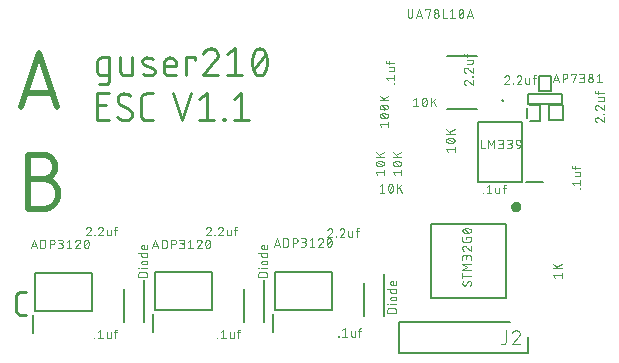
<source format=gbr>
G04 EAGLE Gerber RS-274X export*
G75*
%MOMM*%
%FSLAX34Y34*%
%LPD*%
%INSilkscreen Top*%
%IPPOS*%
%AMOC8*
5,1,8,0,0,1.08239X$1,22.5*%
G01*
%ADD10C,0.508000*%
%ADD11C,0.228600*%
%ADD12C,0.254000*%
%ADD13C,0.076200*%
%ADD14C,0.200000*%
%ADD15C,0.400000*%
%ADD16C,0.127000*%
%ADD17C,0.101600*%


D10*
X69850Y208915D02*
X85090Y254635D01*
X100330Y208915D01*
X96520Y220345D02*
X73660Y220345D01*
X75565Y147955D02*
X88265Y147955D01*
X88574Y147951D01*
X88883Y147940D01*
X89192Y147921D01*
X89500Y147895D01*
X89808Y147861D01*
X90114Y147820D01*
X90420Y147771D01*
X90724Y147715D01*
X91026Y147651D01*
X91327Y147580D01*
X91627Y147502D01*
X91924Y147417D01*
X92219Y147324D01*
X92512Y147224D01*
X92802Y147117D01*
X93089Y147003D01*
X93374Y146882D01*
X93656Y146754D01*
X93934Y146620D01*
X94209Y146478D01*
X94481Y146330D01*
X94748Y146175D01*
X95012Y146014D01*
X95272Y145847D01*
X95528Y145673D01*
X95780Y145493D01*
X96027Y145307D01*
X96269Y145115D01*
X96507Y144917D01*
X96740Y144714D01*
X96968Y144504D01*
X97190Y144290D01*
X97408Y144070D01*
X97620Y143844D01*
X97826Y143614D01*
X98027Y143379D01*
X98222Y143139D01*
X98411Y142894D01*
X98594Y142645D01*
X98771Y142391D01*
X98941Y142133D01*
X99106Y141871D01*
X99264Y141605D01*
X99415Y141335D01*
X99560Y141062D01*
X99698Y140785D01*
X99829Y140505D01*
X99953Y140222D01*
X100071Y139936D01*
X100181Y139647D01*
X100285Y139356D01*
X100381Y139062D01*
X100470Y138766D01*
X100552Y138467D01*
X100627Y138167D01*
X100694Y137865D01*
X100754Y137562D01*
X100806Y137257D01*
X100851Y136951D01*
X100889Y136644D01*
X100919Y136336D01*
X100941Y136028D01*
X100957Y135719D01*
X100964Y135410D01*
X100964Y135100D01*
X100957Y134791D01*
X100941Y134482D01*
X100919Y134174D01*
X100889Y133866D01*
X100851Y133559D01*
X100806Y133253D01*
X100754Y132948D01*
X100694Y132645D01*
X100627Y132343D01*
X100552Y132043D01*
X100470Y131744D01*
X100381Y131448D01*
X100285Y131154D01*
X100181Y130863D01*
X100071Y130574D01*
X99953Y130288D01*
X99829Y130005D01*
X99698Y129725D01*
X99560Y129448D01*
X99415Y129175D01*
X99264Y128905D01*
X99106Y128639D01*
X98941Y128377D01*
X98771Y128119D01*
X98594Y127865D01*
X98411Y127616D01*
X98222Y127371D01*
X98027Y127131D01*
X97826Y126896D01*
X97620Y126666D01*
X97408Y126440D01*
X97190Y126220D01*
X96968Y126006D01*
X96740Y125796D01*
X96507Y125593D01*
X96269Y125395D01*
X96027Y125203D01*
X95780Y125017D01*
X95528Y124837D01*
X95272Y124663D01*
X95012Y124496D01*
X94748Y124335D01*
X94481Y124180D01*
X94209Y124032D01*
X93934Y123890D01*
X93656Y123756D01*
X93374Y123628D01*
X93089Y123507D01*
X92802Y123393D01*
X92512Y123286D01*
X92219Y123186D01*
X91924Y123093D01*
X91627Y123008D01*
X91327Y122930D01*
X91026Y122859D01*
X90724Y122795D01*
X90420Y122739D01*
X90114Y122690D01*
X89808Y122649D01*
X89500Y122615D01*
X89192Y122589D01*
X88883Y122570D01*
X88574Y122559D01*
X88265Y122555D01*
X75565Y122555D01*
X75565Y168275D01*
X88265Y168275D01*
X88512Y168272D01*
X88760Y168263D01*
X89007Y168248D01*
X89253Y168227D01*
X89499Y168200D01*
X89744Y168167D01*
X89989Y168128D01*
X90232Y168083D01*
X90474Y168032D01*
X90715Y167975D01*
X90954Y167913D01*
X91192Y167844D01*
X91428Y167770D01*
X91662Y167690D01*
X91894Y167605D01*
X92124Y167513D01*
X92352Y167417D01*
X92577Y167314D01*
X92800Y167207D01*
X93020Y167093D01*
X93237Y166975D01*
X93452Y166851D01*
X93663Y166722D01*
X93871Y166588D01*
X94076Y166449D01*
X94277Y166305D01*
X94475Y166157D01*
X94669Y166003D01*
X94859Y165845D01*
X95045Y165682D01*
X95227Y165515D01*
X95405Y165343D01*
X95579Y165167D01*
X95749Y164987D01*
X95914Y164802D01*
X96074Y164614D01*
X96230Y164422D01*
X96382Y164226D01*
X96528Y164027D01*
X96670Y163824D01*
X96806Y163617D01*
X96938Y163408D01*
X97064Y163195D01*
X97185Y162979D01*
X97301Y162761D01*
X97411Y162539D01*
X97516Y162315D01*
X97616Y162089D01*
X97710Y161860D01*
X97798Y161629D01*
X97881Y161395D01*
X97958Y161160D01*
X98029Y160923D01*
X98095Y160685D01*
X98154Y160445D01*
X98208Y160203D01*
X98256Y159960D01*
X98298Y159717D01*
X98334Y159472D01*
X98364Y159226D01*
X98388Y158980D01*
X98406Y158733D01*
X98418Y158486D01*
X98424Y158239D01*
X98424Y157991D01*
X98418Y157744D01*
X98406Y157497D01*
X98388Y157250D01*
X98364Y157004D01*
X98334Y156758D01*
X98298Y156513D01*
X98256Y156270D01*
X98208Y156027D01*
X98154Y155785D01*
X98095Y155545D01*
X98029Y155307D01*
X97958Y155070D01*
X97881Y154835D01*
X97798Y154601D01*
X97710Y154370D01*
X97616Y154141D01*
X97516Y153915D01*
X97411Y153691D01*
X97301Y153469D01*
X97185Y153251D01*
X97064Y153035D01*
X96938Y152822D01*
X96806Y152613D01*
X96670Y152406D01*
X96528Y152203D01*
X96382Y152004D01*
X96230Y151808D01*
X96074Y151616D01*
X95914Y151428D01*
X95749Y151243D01*
X95579Y151063D01*
X95405Y150887D01*
X95227Y150715D01*
X95045Y150548D01*
X94859Y150385D01*
X94669Y150227D01*
X94475Y150073D01*
X94277Y149925D01*
X94076Y149781D01*
X93871Y149642D01*
X93663Y149508D01*
X93452Y149379D01*
X93237Y149255D01*
X93020Y149137D01*
X92800Y149023D01*
X92577Y148916D01*
X92352Y148813D01*
X92124Y148717D01*
X91894Y148625D01*
X91662Y148540D01*
X91428Y148460D01*
X91192Y148386D01*
X90954Y148317D01*
X90715Y148255D01*
X90474Y148198D01*
X90232Y148147D01*
X89989Y148102D01*
X89744Y148063D01*
X89499Y148030D01*
X89253Y148003D01*
X89007Y147982D01*
X88760Y147967D01*
X88512Y147958D01*
X88265Y147955D01*
D11*
X73970Y32893D02*
X69624Y32893D01*
X69495Y32895D01*
X69367Y32901D01*
X69238Y32910D01*
X69110Y32924D01*
X68982Y32941D01*
X68855Y32962D01*
X68729Y32986D01*
X68603Y33015D01*
X68478Y33047D01*
X68355Y33082D01*
X68232Y33122D01*
X68111Y33165D01*
X67991Y33212D01*
X67872Y33262D01*
X67755Y33315D01*
X67639Y33373D01*
X67526Y33433D01*
X67414Y33497D01*
X67304Y33564D01*
X67196Y33634D01*
X67090Y33708D01*
X66987Y33785D01*
X66886Y33864D01*
X66787Y33947D01*
X66691Y34032D01*
X66597Y34121D01*
X66506Y34212D01*
X66417Y34306D01*
X66332Y34402D01*
X66249Y34501D01*
X66170Y34602D01*
X66093Y34705D01*
X66019Y34811D01*
X65949Y34919D01*
X65882Y35029D01*
X65818Y35141D01*
X65758Y35254D01*
X65700Y35370D01*
X65647Y35487D01*
X65597Y35606D01*
X65550Y35726D01*
X65507Y35847D01*
X65467Y35970D01*
X65432Y36093D01*
X65400Y36218D01*
X65371Y36344D01*
X65347Y36470D01*
X65326Y36597D01*
X65309Y36725D01*
X65295Y36853D01*
X65286Y36982D01*
X65280Y37110D01*
X65278Y37239D01*
X65278Y48105D01*
X65280Y48236D01*
X65286Y48367D01*
X65296Y48498D01*
X65310Y48629D01*
X65327Y48759D01*
X65349Y48888D01*
X65375Y49017D01*
X65404Y49145D01*
X65438Y49272D01*
X65475Y49398D01*
X65516Y49523D01*
X65560Y49646D01*
X65609Y49768D01*
X65661Y49889D01*
X65717Y50008D01*
X65776Y50125D01*
X65839Y50240D01*
X65905Y50353D01*
X65974Y50465D01*
X66047Y50574D01*
X66124Y50681D01*
X66203Y50785D01*
X66285Y50887D01*
X66371Y50987D01*
X66459Y51084D01*
X66551Y51178D01*
X66645Y51269D01*
X66742Y51358D01*
X66842Y51444D01*
X66944Y51526D01*
X67048Y51605D01*
X67155Y51682D01*
X67264Y51755D01*
X67376Y51824D01*
X67489Y51890D01*
X67604Y51953D01*
X67721Y52012D01*
X67840Y52068D01*
X67961Y52120D01*
X68083Y52169D01*
X68206Y52213D01*
X68331Y52254D01*
X68457Y52291D01*
X68584Y52325D01*
X68712Y52354D01*
X68841Y52380D01*
X68970Y52402D01*
X69100Y52419D01*
X69231Y52433D01*
X69362Y52443D01*
X69493Y52449D01*
X69624Y52451D01*
X73970Y52451D01*
D12*
X137795Y235585D02*
X144145Y235585D01*
X137795Y235585D02*
X137673Y235587D01*
X137551Y235593D01*
X137429Y235603D01*
X137308Y235616D01*
X137187Y235634D01*
X137067Y235655D01*
X136947Y235681D01*
X136829Y235710D01*
X136711Y235742D01*
X136594Y235779D01*
X136479Y235819D01*
X136365Y235863D01*
X136253Y235911D01*
X136142Y235962D01*
X136033Y236017D01*
X135925Y236075D01*
X135820Y236137D01*
X135717Y236202D01*
X135615Y236270D01*
X135516Y236342D01*
X135420Y236416D01*
X135325Y236494D01*
X135234Y236575D01*
X135144Y236658D01*
X135058Y236744D01*
X134975Y236834D01*
X134894Y236925D01*
X134816Y237020D01*
X134742Y237116D01*
X134670Y237215D01*
X134602Y237317D01*
X134537Y237420D01*
X134475Y237525D01*
X134417Y237633D01*
X134362Y237742D01*
X134311Y237853D01*
X134263Y237965D01*
X134219Y238079D01*
X134179Y238194D01*
X134142Y238311D01*
X134110Y238429D01*
X134081Y238547D01*
X134055Y238667D01*
X134034Y238787D01*
X134016Y238908D01*
X134003Y239029D01*
X133993Y239151D01*
X133987Y239273D01*
X133985Y239395D01*
X133985Y247015D01*
X133987Y247137D01*
X133993Y247259D01*
X134003Y247381D01*
X134016Y247502D01*
X134034Y247623D01*
X134055Y247743D01*
X134081Y247863D01*
X134110Y247981D01*
X134142Y248099D01*
X134179Y248216D01*
X134219Y248331D01*
X134263Y248445D01*
X134311Y248557D01*
X134362Y248668D01*
X134417Y248777D01*
X134475Y248885D01*
X134537Y248990D01*
X134602Y249093D01*
X134670Y249195D01*
X134742Y249294D01*
X134816Y249390D01*
X134894Y249485D01*
X134975Y249576D01*
X135058Y249666D01*
X135144Y249752D01*
X135234Y249835D01*
X135325Y249916D01*
X135420Y249994D01*
X135516Y250068D01*
X135615Y250140D01*
X135717Y250208D01*
X135820Y250273D01*
X135925Y250335D01*
X136033Y250393D01*
X136142Y250448D01*
X136253Y250499D01*
X136365Y250547D01*
X136479Y250591D01*
X136594Y250631D01*
X136711Y250668D01*
X136829Y250700D01*
X136947Y250729D01*
X137067Y250755D01*
X137187Y250776D01*
X137308Y250794D01*
X137429Y250807D01*
X137551Y250817D01*
X137673Y250823D01*
X137795Y250825D01*
X144145Y250825D01*
X144145Y231775D01*
X144143Y231653D01*
X144137Y231531D01*
X144127Y231409D01*
X144114Y231288D01*
X144096Y231167D01*
X144075Y231047D01*
X144049Y230927D01*
X144020Y230809D01*
X143988Y230691D01*
X143951Y230574D01*
X143911Y230459D01*
X143867Y230345D01*
X143819Y230233D01*
X143768Y230122D01*
X143713Y230013D01*
X143655Y229905D01*
X143593Y229800D01*
X143528Y229697D01*
X143460Y229595D01*
X143388Y229496D01*
X143314Y229400D01*
X143236Y229305D01*
X143155Y229214D01*
X143072Y229124D01*
X142986Y229038D01*
X142896Y228955D01*
X142805Y228874D01*
X142710Y228796D01*
X142614Y228722D01*
X142515Y228650D01*
X142413Y228582D01*
X142310Y228517D01*
X142205Y228455D01*
X142097Y228397D01*
X141988Y228342D01*
X141877Y228291D01*
X141765Y228243D01*
X141651Y228199D01*
X141536Y228159D01*
X141419Y228122D01*
X141301Y228090D01*
X141183Y228061D01*
X141063Y228035D01*
X140943Y228014D01*
X140822Y227996D01*
X140701Y227983D01*
X140579Y227973D01*
X140457Y227967D01*
X140335Y227965D01*
X135255Y227965D01*
X153538Y239395D02*
X153538Y250825D01*
X153538Y239395D02*
X153540Y239273D01*
X153546Y239151D01*
X153556Y239029D01*
X153569Y238908D01*
X153587Y238787D01*
X153608Y238667D01*
X153634Y238547D01*
X153663Y238429D01*
X153695Y238311D01*
X153732Y238194D01*
X153772Y238079D01*
X153816Y237965D01*
X153864Y237853D01*
X153915Y237742D01*
X153970Y237633D01*
X154028Y237525D01*
X154090Y237420D01*
X154155Y237317D01*
X154223Y237215D01*
X154295Y237116D01*
X154369Y237020D01*
X154447Y236925D01*
X154528Y236834D01*
X154611Y236744D01*
X154697Y236658D01*
X154787Y236575D01*
X154878Y236494D01*
X154973Y236416D01*
X155069Y236342D01*
X155168Y236270D01*
X155270Y236202D01*
X155373Y236137D01*
X155478Y236075D01*
X155586Y236017D01*
X155695Y235962D01*
X155806Y235911D01*
X155918Y235863D01*
X156032Y235819D01*
X156147Y235779D01*
X156264Y235742D01*
X156382Y235710D01*
X156500Y235681D01*
X156620Y235655D01*
X156740Y235634D01*
X156861Y235616D01*
X156982Y235603D01*
X157104Y235593D01*
X157226Y235587D01*
X157348Y235585D01*
X163698Y235585D01*
X163698Y250825D01*
X174234Y244475D02*
X180584Y241935D01*
X174234Y244475D02*
X174129Y244519D01*
X174025Y244567D01*
X173923Y244618D01*
X173823Y244673D01*
X173725Y244731D01*
X173629Y244793D01*
X173535Y244858D01*
X173443Y244927D01*
X173354Y244998D01*
X173267Y245073D01*
X173183Y245150D01*
X173102Y245230D01*
X173024Y245313D01*
X172948Y245399D01*
X172876Y245487D01*
X172806Y245578D01*
X172740Y245671D01*
X172677Y245767D01*
X172618Y245864D01*
X172562Y245964D01*
X172509Y246065D01*
X172460Y246168D01*
X172414Y246273D01*
X172372Y246379D01*
X172334Y246487D01*
X172300Y246596D01*
X172269Y246706D01*
X172243Y246817D01*
X172220Y246929D01*
X172201Y247041D01*
X172186Y247155D01*
X172175Y247268D01*
X172167Y247382D01*
X172164Y247497D01*
X172165Y247611D01*
X172170Y247725D01*
X172178Y247839D01*
X172191Y247952D01*
X172207Y248065D01*
X172228Y248178D01*
X172252Y248289D01*
X172280Y248400D01*
X172313Y248510D01*
X172348Y248618D01*
X172388Y248725D01*
X172431Y248831D01*
X172478Y248935D01*
X172528Y249038D01*
X172582Y249138D01*
X172640Y249237D01*
X172701Y249334D01*
X172765Y249428D01*
X172832Y249521D01*
X172903Y249611D01*
X172976Y249698D01*
X173053Y249783D01*
X173133Y249865D01*
X173215Y249944D01*
X173300Y250020D01*
X173388Y250093D01*
X173478Y250164D01*
X173570Y250231D01*
X173665Y250295D01*
X173762Y250355D01*
X173861Y250412D01*
X173962Y250466D01*
X174064Y250516D01*
X174169Y250562D01*
X174274Y250605D01*
X174382Y250644D01*
X174490Y250680D01*
X174600Y250712D01*
X174711Y250739D01*
X174823Y250763D01*
X174935Y250783D01*
X175048Y250800D01*
X175162Y250812D01*
X175276Y250820D01*
X175390Y250824D01*
X175504Y250825D01*
X175851Y250815D01*
X176197Y250798D01*
X176543Y250772D01*
X176888Y250738D01*
X177232Y250696D01*
X177575Y250645D01*
X177917Y250586D01*
X178257Y250519D01*
X178596Y250444D01*
X178932Y250361D01*
X179267Y250269D01*
X179599Y250170D01*
X179929Y250062D01*
X180256Y249947D01*
X180580Y249824D01*
X180901Y249693D01*
X181219Y249555D01*
X180584Y241935D02*
X180689Y241891D01*
X180793Y241843D01*
X180895Y241792D01*
X180995Y241737D01*
X181093Y241679D01*
X181189Y241617D01*
X181283Y241552D01*
X181375Y241483D01*
X181464Y241412D01*
X181551Y241337D01*
X181635Y241260D01*
X181716Y241180D01*
X181794Y241097D01*
X181870Y241011D01*
X181942Y240923D01*
X182012Y240832D01*
X182078Y240739D01*
X182141Y240643D01*
X182200Y240546D01*
X182256Y240446D01*
X182309Y240345D01*
X182358Y240242D01*
X182404Y240137D01*
X182446Y240031D01*
X182484Y239923D01*
X182518Y239814D01*
X182549Y239704D01*
X182575Y239593D01*
X182598Y239481D01*
X182617Y239369D01*
X182632Y239255D01*
X182643Y239142D01*
X182651Y239028D01*
X182654Y238913D01*
X182653Y238799D01*
X182648Y238685D01*
X182640Y238571D01*
X182627Y238458D01*
X182611Y238345D01*
X182590Y238232D01*
X182566Y238121D01*
X182538Y238010D01*
X182505Y237900D01*
X182470Y237792D01*
X182430Y237685D01*
X182387Y237579D01*
X182340Y237475D01*
X182290Y237372D01*
X182236Y237272D01*
X182178Y237173D01*
X182117Y237076D01*
X182053Y236982D01*
X181986Y236889D01*
X181915Y236799D01*
X181842Y236712D01*
X181765Y236627D01*
X181685Y236545D01*
X181603Y236466D01*
X181518Y236390D01*
X181430Y236317D01*
X181340Y236246D01*
X181248Y236179D01*
X181153Y236115D01*
X181056Y236055D01*
X180957Y235998D01*
X180856Y235944D01*
X180754Y235894D01*
X180649Y235848D01*
X180544Y235805D01*
X180436Y235766D01*
X180328Y235730D01*
X180218Y235698D01*
X180107Y235671D01*
X179995Y235647D01*
X179883Y235627D01*
X179770Y235610D01*
X179656Y235598D01*
X179542Y235590D01*
X179428Y235586D01*
X179314Y235585D01*
X178805Y235598D01*
X178296Y235624D01*
X177788Y235661D01*
X177281Y235711D01*
X176776Y235772D01*
X176271Y235845D01*
X175769Y235930D01*
X175269Y236027D01*
X174771Y236136D01*
X174276Y236257D01*
X173784Y236389D01*
X173296Y236533D01*
X172811Y236688D01*
X172329Y236855D01*
X194234Y235585D02*
X200584Y235585D01*
X194234Y235585D02*
X194112Y235587D01*
X193990Y235593D01*
X193868Y235603D01*
X193747Y235616D01*
X193626Y235634D01*
X193506Y235655D01*
X193386Y235681D01*
X193268Y235710D01*
X193150Y235742D01*
X193033Y235779D01*
X192918Y235819D01*
X192804Y235863D01*
X192692Y235911D01*
X192581Y235962D01*
X192472Y236017D01*
X192364Y236075D01*
X192259Y236137D01*
X192156Y236202D01*
X192054Y236270D01*
X191955Y236342D01*
X191859Y236416D01*
X191764Y236494D01*
X191673Y236575D01*
X191583Y236658D01*
X191497Y236744D01*
X191414Y236834D01*
X191333Y236925D01*
X191255Y237020D01*
X191181Y237116D01*
X191109Y237215D01*
X191041Y237317D01*
X190976Y237420D01*
X190914Y237525D01*
X190856Y237633D01*
X190801Y237742D01*
X190750Y237853D01*
X190702Y237965D01*
X190658Y238079D01*
X190618Y238194D01*
X190581Y238311D01*
X190549Y238429D01*
X190520Y238547D01*
X190494Y238667D01*
X190473Y238787D01*
X190455Y238908D01*
X190442Y239029D01*
X190432Y239151D01*
X190426Y239273D01*
X190424Y239395D01*
X190424Y245745D01*
X190426Y245886D01*
X190432Y246027D01*
X190442Y246168D01*
X190455Y246309D01*
X190473Y246449D01*
X190495Y246588D01*
X190520Y246727D01*
X190549Y246866D01*
X190582Y247003D01*
X190619Y247139D01*
X190660Y247274D01*
X190704Y247409D01*
X190752Y247541D01*
X190804Y247673D01*
X190859Y247803D01*
X190918Y247931D01*
X190981Y248058D01*
X191047Y248182D01*
X191116Y248305D01*
X191189Y248426D01*
X191265Y248545D01*
X191345Y248662D01*
X191428Y248776D01*
X191513Y248889D01*
X191602Y248998D01*
X191694Y249106D01*
X191789Y249210D01*
X191887Y249312D01*
X191988Y249411D01*
X192091Y249508D01*
X192197Y249601D01*
X192305Y249691D01*
X192416Y249779D01*
X192529Y249863D01*
X192645Y249944D01*
X192763Y250022D01*
X192883Y250097D01*
X193005Y250168D01*
X193129Y250236D01*
X193255Y250300D01*
X193382Y250361D01*
X193511Y250418D01*
X193642Y250471D01*
X193774Y250521D01*
X193907Y250568D01*
X194042Y250610D01*
X194178Y250649D01*
X194315Y250684D01*
X194452Y250715D01*
X194591Y250742D01*
X194730Y250766D01*
X194870Y250785D01*
X195010Y250801D01*
X195151Y250813D01*
X195292Y250821D01*
X195433Y250825D01*
X195575Y250825D01*
X195716Y250821D01*
X195857Y250813D01*
X195998Y250801D01*
X196138Y250785D01*
X196278Y250766D01*
X196417Y250742D01*
X196556Y250715D01*
X196693Y250684D01*
X196830Y250649D01*
X196966Y250610D01*
X197101Y250568D01*
X197234Y250521D01*
X197366Y250471D01*
X197497Y250418D01*
X197626Y250361D01*
X197753Y250300D01*
X197879Y250236D01*
X198003Y250168D01*
X198125Y250097D01*
X198245Y250022D01*
X198363Y249944D01*
X198479Y249863D01*
X198592Y249779D01*
X198703Y249691D01*
X198811Y249601D01*
X198917Y249508D01*
X199020Y249411D01*
X199121Y249312D01*
X199219Y249210D01*
X199314Y249106D01*
X199406Y248998D01*
X199495Y248889D01*
X199580Y248776D01*
X199663Y248662D01*
X199743Y248545D01*
X199819Y248426D01*
X199892Y248305D01*
X199961Y248182D01*
X200027Y248058D01*
X200090Y247931D01*
X200149Y247803D01*
X200204Y247673D01*
X200256Y247541D01*
X200304Y247409D01*
X200348Y247274D01*
X200389Y247139D01*
X200426Y247003D01*
X200459Y246866D01*
X200488Y246727D01*
X200513Y246588D01*
X200535Y246449D01*
X200553Y246309D01*
X200566Y246168D01*
X200576Y246027D01*
X200582Y245886D01*
X200584Y245745D01*
X200584Y243205D01*
X190424Y243205D01*
X209298Y235585D02*
X209298Y250825D01*
X216918Y250825D01*
X216918Y248285D01*
X230241Y258445D02*
X230391Y258443D01*
X230540Y258437D01*
X230689Y258427D01*
X230838Y258414D01*
X230987Y258396D01*
X231135Y258375D01*
X231282Y258349D01*
X231429Y258320D01*
X231575Y258287D01*
X231720Y258250D01*
X231864Y258210D01*
X232007Y258165D01*
X232149Y258117D01*
X232289Y258065D01*
X232428Y258010D01*
X232565Y257951D01*
X232701Y257888D01*
X232836Y257822D01*
X232968Y257752D01*
X233099Y257679D01*
X233227Y257603D01*
X233354Y257523D01*
X233478Y257440D01*
X233600Y257354D01*
X233720Y257264D01*
X233838Y257171D01*
X233953Y257076D01*
X234065Y256977D01*
X234175Y256876D01*
X234282Y256771D01*
X234387Y256664D01*
X234488Y256554D01*
X234587Y256442D01*
X234682Y256327D01*
X234775Y256209D01*
X234865Y256089D01*
X234951Y255967D01*
X235034Y255843D01*
X235114Y255716D01*
X235190Y255588D01*
X235263Y255457D01*
X235333Y255325D01*
X235399Y255190D01*
X235462Y255054D01*
X235521Y254917D01*
X235576Y254778D01*
X235628Y254638D01*
X235676Y254496D01*
X235721Y254353D01*
X235761Y254209D01*
X235798Y254064D01*
X235831Y253918D01*
X235860Y253771D01*
X235886Y253624D01*
X235907Y253476D01*
X235925Y253327D01*
X235938Y253178D01*
X235948Y253029D01*
X235954Y252880D01*
X235956Y252730D01*
X230241Y258445D02*
X230063Y258443D01*
X229886Y258436D01*
X229709Y258426D01*
X229532Y258411D01*
X229355Y258391D01*
X229179Y258368D01*
X229004Y258340D01*
X228829Y258308D01*
X228656Y258272D01*
X228483Y258231D01*
X228311Y258187D01*
X228140Y258138D01*
X227971Y258085D01*
X227802Y258028D01*
X227636Y257967D01*
X227470Y257902D01*
X227307Y257833D01*
X227145Y257760D01*
X226985Y257683D01*
X226827Y257603D01*
X226670Y257518D01*
X226516Y257430D01*
X226364Y257338D01*
X226215Y257243D01*
X226067Y257143D01*
X225923Y257041D01*
X225780Y256935D01*
X225641Y256825D01*
X225504Y256712D01*
X225369Y256596D01*
X225238Y256476D01*
X225109Y256354D01*
X224984Y256228D01*
X224862Y256100D01*
X224742Y255968D01*
X224626Y255834D01*
X224514Y255697D01*
X224404Y255557D01*
X224298Y255414D01*
X224196Y255269D01*
X224097Y255122D01*
X224001Y254972D01*
X223909Y254820D01*
X223821Y254666D01*
X223737Y254510D01*
X223657Y254351D01*
X223580Y254191D01*
X223507Y254029D01*
X223439Y253866D01*
X223374Y253700D01*
X223313Y253533D01*
X223256Y253365D01*
X234051Y248285D02*
X234162Y248394D01*
X234271Y248505D01*
X234376Y248619D01*
X234479Y248736D01*
X234578Y248855D01*
X234675Y248977D01*
X234768Y249101D01*
X234858Y249227D01*
X234945Y249356D01*
X235029Y249487D01*
X235109Y249620D01*
X235187Y249754D01*
X235260Y249891D01*
X235330Y250030D01*
X235397Y250170D01*
X235460Y250312D01*
X235519Y250456D01*
X235575Y250601D01*
X235627Y250747D01*
X235675Y250895D01*
X235720Y251043D01*
X235761Y251193D01*
X235797Y251344D01*
X235831Y251496D01*
X235860Y251648D01*
X235885Y251802D01*
X235907Y251955D01*
X235925Y252110D01*
X235938Y252264D01*
X235948Y252419D01*
X235954Y252575D01*
X235956Y252730D01*
X234051Y248285D02*
X223256Y235585D01*
X235956Y235585D01*
X244135Y253365D02*
X250485Y258445D01*
X250485Y235585D01*
X244135Y235585D02*
X256835Y235585D01*
X265014Y247015D02*
X265019Y247465D01*
X265035Y247914D01*
X265062Y248363D01*
X265100Y248811D01*
X265148Y249258D01*
X265207Y249704D01*
X265276Y250148D01*
X265357Y250591D01*
X265447Y251031D01*
X265548Y251470D01*
X265660Y251905D01*
X265782Y252338D01*
X265914Y252768D01*
X266056Y253195D01*
X266209Y253618D01*
X266372Y254037D01*
X266544Y254452D01*
X266727Y254863D01*
X266919Y255270D01*
X266918Y255270D02*
X266964Y255398D01*
X267013Y255524D01*
X267066Y255649D01*
X267123Y255772D01*
X267183Y255893D01*
X267247Y256013D01*
X267314Y256131D01*
X267384Y256246D01*
X267458Y256360D01*
X267535Y256472D01*
X267615Y256581D01*
X267699Y256688D01*
X267785Y256792D01*
X267875Y256894D01*
X267967Y256994D01*
X268062Y257090D01*
X268160Y257184D01*
X268260Y257275D01*
X268363Y257363D01*
X268469Y257448D01*
X268577Y257530D01*
X268687Y257609D01*
X268800Y257684D01*
X268914Y257757D01*
X269031Y257826D01*
X269150Y257891D01*
X269270Y257953D01*
X269392Y258012D01*
X269516Y258067D01*
X269642Y258118D01*
X269769Y258166D01*
X269897Y258210D01*
X270026Y258251D01*
X270157Y258288D01*
X270288Y258320D01*
X270421Y258350D01*
X270554Y258375D01*
X270688Y258396D01*
X270822Y258414D01*
X270957Y258427D01*
X271092Y258437D01*
X271227Y258443D01*
X271363Y258445D01*
X271499Y258443D01*
X271634Y258437D01*
X271769Y258427D01*
X271904Y258414D01*
X272038Y258396D01*
X272172Y258375D01*
X272305Y258350D01*
X272438Y258320D01*
X272569Y258288D01*
X272700Y258251D01*
X272829Y258210D01*
X272957Y258166D01*
X273084Y258118D01*
X273210Y258067D01*
X273334Y258012D01*
X273456Y257953D01*
X273576Y257891D01*
X273695Y257826D01*
X273812Y257757D01*
X273926Y257684D01*
X274039Y257609D01*
X274149Y257530D01*
X274257Y257448D01*
X274363Y257363D01*
X274466Y257275D01*
X274566Y257184D01*
X274664Y257090D01*
X274759Y256994D01*
X274851Y256894D01*
X274941Y256792D01*
X275027Y256688D01*
X275111Y256581D01*
X275191Y256472D01*
X275268Y256360D01*
X275342Y256246D01*
X275412Y256131D01*
X275479Y256013D01*
X275543Y255893D01*
X275603Y255772D01*
X275660Y255649D01*
X275713Y255524D01*
X275762Y255398D01*
X275808Y255270D01*
X276000Y254863D01*
X276183Y254452D01*
X276355Y254037D01*
X276518Y253618D01*
X276671Y253195D01*
X276813Y252768D01*
X276945Y252338D01*
X277067Y251905D01*
X277179Y251470D01*
X277280Y251031D01*
X277370Y250591D01*
X277451Y250148D01*
X277520Y249704D01*
X277579Y249258D01*
X277627Y248811D01*
X277665Y248363D01*
X277692Y247914D01*
X277708Y247465D01*
X277713Y247015D01*
X265014Y247015D02*
X265019Y246565D01*
X265035Y246116D01*
X265062Y245667D01*
X265100Y245219D01*
X265148Y244772D01*
X265207Y244326D01*
X265276Y243882D01*
X265357Y243439D01*
X265447Y242999D01*
X265548Y242560D01*
X265660Y242125D01*
X265782Y241692D01*
X265914Y241262D01*
X266056Y240835D01*
X266209Y240412D01*
X266372Y239993D01*
X266544Y239578D01*
X266727Y239167D01*
X266919Y238760D01*
X266918Y238760D02*
X266964Y238632D01*
X267013Y238506D01*
X267066Y238381D01*
X267123Y238258D01*
X267183Y238137D01*
X267247Y238017D01*
X267314Y237899D01*
X267384Y237784D01*
X267458Y237670D01*
X267535Y237558D01*
X267615Y237449D01*
X267699Y237342D01*
X267785Y237238D01*
X267875Y237136D01*
X267967Y237036D01*
X268062Y236940D01*
X268160Y236846D01*
X268260Y236755D01*
X268363Y236667D01*
X268469Y236582D01*
X268577Y236500D01*
X268687Y236421D01*
X268800Y236346D01*
X268914Y236273D01*
X269031Y236204D01*
X269150Y236139D01*
X269270Y236077D01*
X269392Y236018D01*
X269516Y235963D01*
X269642Y235912D01*
X269769Y235864D01*
X269897Y235820D01*
X270026Y235779D01*
X270157Y235742D01*
X270288Y235710D01*
X270421Y235680D01*
X270554Y235655D01*
X270688Y235634D01*
X270822Y235616D01*
X270957Y235603D01*
X271092Y235593D01*
X271227Y235587D01*
X271363Y235585D01*
X275808Y238760D02*
X276000Y239167D01*
X276183Y239578D01*
X276355Y239993D01*
X276518Y240412D01*
X276671Y240835D01*
X276813Y241262D01*
X276945Y241692D01*
X277067Y242125D01*
X277179Y242560D01*
X277280Y242999D01*
X277370Y243439D01*
X277451Y243882D01*
X277520Y244326D01*
X277579Y244772D01*
X277627Y245219D01*
X277665Y245667D01*
X277692Y246116D01*
X277708Y246565D01*
X277713Y247015D01*
X275808Y238760D02*
X275762Y238632D01*
X275713Y238506D01*
X275660Y238381D01*
X275603Y238258D01*
X275543Y238137D01*
X275479Y238017D01*
X275412Y237899D01*
X275342Y237784D01*
X275268Y237670D01*
X275191Y237558D01*
X275111Y237449D01*
X275027Y237342D01*
X274941Y237238D01*
X274851Y237136D01*
X274759Y237036D01*
X274664Y236940D01*
X274566Y236846D01*
X274466Y236755D01*
X274363Y236667D01*
X274257Y236582D01*
X274149Y236500D01*
X274039Y236421D01*
X273926Y236346D01*
X273812Y236273D01*
X273695Y236204D01*
X273576Y236139D01*
X273456Y236077D01*
X273334Y236018D01*
X273210Y235963D01*
X273084Y235912D01*
X272957Y235864D01*
X272829Y235820D01*
X272700Y235779D01*
X272569Y235742D01*
X272438Y235710D01*
X272305Y235680D01*
X272172Y235655D01*
X272038Y235634D01*
X271904Y235616D01*
X271769Y235603D01*
X271634Y235593D01*
X271499Y235587D01*
X271363Y235585D01*
X266283Y240665D02*
X276443Y253365D01*
X144145Y197485D02*
X133985Y197485D01*
X133985Y220345D01*
X144145Y220345D01*
X141605Y210185D02*
X133985Y210185D01*
X158276Y197485D02*
X158416Y197487D01*
X158556Y197493D01*
X158696Y197502D01*
X158835Y197516D01*
X158974Y197533D01*
X159112Y197554D01*
X159250Y197579D01*
X159387Y197608D01*
X159523Y197640D01*
X159658Y197677D01*
X159792Y197717D01*
X159925Y197760D01*
X160057Y197808D01*
X160188Y197858D01*
X160317Y197913D01*
X160444Y197971D01*
X160570Y198032D01*
X160694Y198097D01*
X160816Y198166D01*
X160936Y198237D01*
X161054Y198312D01*
X161171Y198390D01*
X161285Y198472D01*
X161396Y198556D01*
X161505Y198644D01*
X161612Y198734D01*
X161717Y198828D01*
X161818Y198924D01*
X161917Y199023D01*
X162013Y199124D01*
X162107Y199229D01*
X162197Y199336D01*
X162285Y199445D01*
X162369Y199556D01*
X162451Y199670D01*
X162529Y199787D01*
X162604Y199905D01*
X162675Y200025D01*
X162744Y200147D01*
X162809Y200271D01*
X162870Y200397D01*
X162928Y200524D01*
X162983Y200653D01*
X163033Y200784D01*
X163081Y200916D01*
X163124Y201049D01*
X163164Y201183D01*
X163201Y201318D01*
X163233Y201454D01*
X163262Y201591D01*
X163287Y201729D01*
X163308Y201867D01*
X163325Y202006D01*
X163339Y202145D01*
X163348Y202285D01*
X163354Y202425D01*
X163356Y202565D01*
X158276Y197485D02*
X158019Y197488D01*
X157763Y197497D01*
X157506Y197513D01*
X157250Y197534D01*
X156995Y197562D01*
X156741Y197595D01*
X156487Y197635D01*
X156234Y197681D01*
X155983Y197733D01*
X155733Y197791D01*
X155484Y197855D01*
X155237Y197924D01*
X154991Y198000D01*
X154748Y198081D01*
X154506Y198169D01*
X154267Y198262D01*
X154030Y198361D01*
X153795Y198465D01*
X153563Y198575D01*
X153334Y198691D01*
X153108Y198811D01*
X152884Y198938D01*
X152664Y199069D01*
X152446Y199206D01*
X152232Y199348D01*
X152022Y199496D01*
X151815Y199648D01*
X151612Y199805D01*
X151413Y199967D01*
X151217Y200133D01*
X151026Y200304D01*
X150839Y200480D01*
X150656Y200660D01*
X151291Y215265D02*
X151293Y215405D01*
X151299Y215545D01*
X151308Y215685D01*
X151322Y215824D01*
X151339Y215963D01*
X151360Y216101D01*
X151385Y216239D01*
X151414Y216376D01*
X151446Y216512D01*
X151483Y216647D01*
X151523Y216781D01*
X151566Y216914D01*
X151614Y217046D01*
X151664Y217177D01*
X151719Y217306D01*
X151777Y217433D01*
X151838Y217559D01*
X151903Y217683D01*
X151972Y217805D01*
X152043Y217925D01*
X152118Y218043D01*
X152196Y218160D01*
X152278Y218274D01*
X152362Y218385D01*
X152450Y218494D01*
X152540Y218601D01*
X152634Y218706D01*
X152730Y218807D01*
X152829Y218906D01*
X152930Y219002D01*
X153035Y219096D01*
X153142Y219186D01*
X153251Y219274D01*
X153362Y219358D01*
X153476Y219440D01*
X153593Y219518D01*
X153711Y219593D01*
X153831Y219664D01*
X153953Y219733D01*
X154077Y219798D01*
X154203Y219859D01*
X154330Y219917D01*
X154459Y219972D01*
X154590Y220022D01*
X154722Y220070D01*
X154855Y220113D01*
X154989Y220153D01*
X155124Y220190D01*
X155260Y220222D01*
X155397Y220251D01*
X155535Y220276D01*
X155673Y220297D01*
X155812Y220314D01*
X155951Y220328D01*
X156091Y220337D01*
X156231Y220343D01*
X156371Y220345D01*
X156598Y220342D01*
X156825Y220334D01*
X157051Y220321D01*
X157278Y220302D01*
X157503Y220277D01*
X157728Y220248D01*
X157953Y220213D01*
X158176Y220172D01*
X158398Y220127D01*
X158620Y220076D01*
X158840Y220020D01*
X159058Y219958D01*
X159275Y219891D01*
X159491Y219820D01*
X159704Y219743D01*
X159916Y219661D01*
X160125Y219574D01*
X160333Y219482D01*
X160538Y219385D01*
X160741Y219283D01*
X160942Y219177D01*
X161140Y219065D01*
X161335Y218949D01*
X161527Y218829D01*
X161716Y218704D01*
X161903Y218574D01*
X162086Y218440D01*
X153832Y210820D02*
X153711Y210894D01*
X153593Y210970D01*
X153477Y211050D01*
X153363Y211133D01*
X153251Y211218D01*
X153142Y211307D01*
X153035Y211399D01*
X152930Y211494D01*
X152829Y211592D01*
X152730Y211692D01*
X152633Y211795D01*
X152540Y211901D01*
X152450Y212009D01*
X152362Y212119D01*
X152278Y212232D01*
X152196Y212347D01*
X152118Y212465D01*
X152043Y212584D01*
X151972Y212705D01*
X151903Y212829D01*
X151839Y212954D01*
X151777Y213081D01*
X151719Y213209D01*
X151665Y213339D01*
X151614Y213471D01*
X151567Y213604D01*
X151523Y213738D01*
X151483Y213873D01*
X151447Y214009D01*
X151415Y214146D01*
X151386Y214284D01*
X151361Y214423D01*
X151340Y214562D01*
X151323Y214702D01*
X151309Y214843D01*
X151300Y214983D01*
X151294Y215124D01*
X151292Y215265D01*
X160816Y207010D02*
X160937Y206936D01*
X161055Y206860D01*
X161171Y206780D01*
X161285Y206697D01*
X161397Y206612D01*
X161506Y206523D01*
X161613Y206431D01*
X161718Y206336D01*
X161819Y206238D01*
X161918Y206138D01*
X162015Y206035D01*
X162108Y205929D01*
X162198Y205821D01*
X162286Y205711D01*
X162370Y205598D01*
X162452Y205483D01*
X162530Y205365D01*
X162605Y205246D01*
X162676Y205125D01*
X162745Y205001D01*
X162809Y204876D01*
X162871Y204749D01*
X162929Y204621D01*
X162983Y204491D01*
X163034Y204359D01*
X163081Y204226D01*
X163125Y204092D01*
X163165Y203957D01*
X163201Y203821D01*
X163233Y203684D01*
X163262Y203546D01*
X163287Y203407D01*
X163308Y203268D01*
X163325Y203128D01*
X163339Y202987D01*
X163348Y202847D01*
X163354Y202706D01*
X163356Y202565D01*
X160816Y207010D02*
X153831Y210820D01*
X175888Y197485D02*
X180968Y197485D01*
X175888Y197485D02*
X175748Y197487D01*
X175608Y197493D01*
X175468Y197502D01*
X175329Y197516D01*
X175190Y197533D01*
X175052Y197554D01*
X174914Y197579D01*
X174777Y197608D01*
X174641Y197640D01*
X174506Y197677D01*
X174372Y197717D01*
X174239Y197760D01*
X174107Y197808D01*
X173976Y197858D01*
X173847Y197913D01*
X173720Y197971D01*
X173594Y198032D01*
X173470Y198097D01*
X173348Y198166D01*
X173228Y198237D01*
X173110Y198312D01*
X172993Y198390D01*
X172879Y198472D01*
X172768Y198556D01*
X172659Y198644D01*
X172552Y198734D01*
X172447Y198828D01*
X172346Y198924D01*
X172247Y199023D01*
X172151Y199124D01*
X172057Y199229D01*
X171967Y199336D01*
X171879Y199445D01*
X171795Y199556D01*
X171713Y199670D01*
X171635Y199787D01*
X171560Y199905D01*
X171489Y200025D01*
X171420Y200147D01*
X171355Y200271D01*
X171294Y200397D01*
X171236Y200524D01*
X171181Y200653D01*
X171131Y200784D01*
X171083Y200916D01*
X171040Y201049D01*
X171000Y201183D01*
X170963Y201318D01*
X170931Y201454D01*
X170902Y201591D01*
X170877Y201729D01*
X170856Y201867D01*
X170839Y202006D01*
X170825Y202145D01*
X170816Y202285D01*
X170810Y202425D01*
X170808Y202565D01*
X170808Y215265D01*
X170810Y215405D01*
X170816Y215545D01*
X170825Y215685D01*
X170839Y215824D01*
X170856Y215963D01*
X170877Y216101D01*
X170902Y216239D01*
X170931Y216376D01*
X170963Y216512D01*
X171000Y216647D01*
X171040Y216781D01*
X171083Y216914D01*
X171131Y217046D01*
X171181Y217177D01*
X171236Y217306D01*
X171294Y217433D01*
X171355Y217559D01*
X171420Y217683D01*
X171489Y217805D01*
X171560Y217925D01*
X171635Y218043D01*
X171713Y218160D01*
X171795Y218274D01*
X171879Y218385D01*
X171967Y218494D01*
X172057Y218601D01*
X172151Y218706D01*
X172247Y218807D01*
X172346Y218906D01*
X172447Y219002D01*
X172552Y219096D01*
X172659Y219186D01*
X172768Y219274D01*
X172879Y219358D01*
X172993Y219440D01*
X173110Y219518D01*
X173228Y219593D01*
X173348Y219664D01*
X173470Y219733D01*
X173594Y219798D01*
X173720Y219859D01*
X173847Y219917D01*
X173976Y219972D01*
X174107Y220022D01*
X174239Y220070D01*
X174372Y220113D01*
X174506Y220153D01*
X174641Y220190D01*
X174777Y220222D01*
X174914Y220251D01*
X175052Y220276D01*
X175190Y220297D01*
X175329Y220314D01*
X175468Y220328D01*
X175608Y220337D01*
X175748Y220343D01*
X175888Y220345D01*
X180968Y220345D01*
X198103Y220345D02*
X205723Y197485D01*
X213343Y220345D01*
X220252Y215265D02*
X226602Y220345D01*
X226602Y197485D01*
X220252Y197485D02*
X232952Y197485D01*
X240582Y197485D02*
X240582Y198755D01*
X241852Y198755D01*
X241852Y197485D01*
X240582Y197485D01*
X249482Y215265D02*
X255832Y220345D01*
X255832Y197485D01*
X249482Y197485D02*
X262182Y197485D01*
D13*
X448832Y61623D02*
X448910Y61621D01*
X448988Y61616D01*
X449065Y61606D01*
X449142Y61593D01*
X449218Y61577D01*
X449293Y61557D01*
X449367Y61533D01*
X449440Y61506D01*
X449512Y61475D01*
X449582Y61441D01*
X449651Y61404D01*
X449717Y61363D01*
X449782Y61319D01*
X449844Y61273D01*
X449904Y61223D01*
X449962Y61171D01*
X450017Y61116D01*
X450069Y61058D01*
X450119Y60998D01*
X450165Y60936D01*
X450209Y60871D01*
X450250Y60805D01*
X450287Y60736D01*
X450321Y60666D01*
X450352Y60594D01*
X450379Y60521D01*
X450403Y60447D01*
X450423Y60372D01*
X450439Y60296D01*
X450452Y60219D01*
X450462Y60142D01*
X450467Y60064D01*
X450469Y59986D01*
X450467Y59872D01*
X450462Y59759D01*
X450452Y59645D01*
X450439Y59532D01*
X450422Y59420D01*
X450402Y59308D01*
X450378Y59197D01*
X450350Y59086D01*
X450319Y58977D01*
X450284Y58869D01*
X450245Y58762D01*
X450203Y58656D01*
X450158Y58552D01*
X450109Y58449D01*
X450056Y58348D01*
X450001Y58249D01*
X449942Y58151D01*
X449880Y58056D01*
X449815Y57963D01*
X449747Y57871D01*
X449676Y57783D01*
X449602Y57696D01*
X449525Y57612D01*
X449446Y57531D01*
X444740Y57736D02*
X444662Y57738D01*
X444584Y57743D01*
X444507Y57753D01*
X444430Y57766D01*
X444354Y57782D01*
X444279Y57802D01*
X444205Y57826D01*
X444132Y57853D01*
X444060Y57884D01*
X443990Y57918D01*
X443922Y57955D01*
X443855Y57996D01*
X443790Y58040D01*
X443728Y58086D01*
X443668Y58136D01*
X443610Y58188D01*
X443555Y58243D01*
X443503Y58301D01*
X443453Y58361D01*
X443407Y58423D01*
X443363Y58488D01*
X443322Y58555D01*
X443285Y58623D01*
X443251Y58693D01*
X443220Y58765D01*
X443193Y58838D01*
X443169Y58912D01*
X443149Y58987D01*
X443133Y59063D01*
X443120Y59140D01*
X443110Y59217D01*
X443105Y59295D01*
X443103Y59373D01*
X443105Y59483D01*
X443111Y59592D01*
X443121Y59702D01*
X443134Y59810D01*
X443152Y59919D01*
X443173Y60026D01*
X443199Y60133D01*
X443228Y60239D01*
X443260Y60344D01*
X443297Y60447D01*
X443337Y60549D01*
X443381Y60650D01*
X443429Y60749D01*
X443479Y60846D01*
X443534Y60941D01*
X443592Y61034D01*
X443653Y61125D01*
X443717Y61214D01*
X446172Y58554D02*
X446130Y58488D01*
X446086Y58423D01*
X446038Y58361D01*
X445988Y58301D01*
X445935Y58243D01*
X445879Y58188D01*
X445821Y58135D01*
X445760Y58086D01*
X445697Y58039D01*
X445632Y57995D01*
X445565Y57955D01*
X445496Y57918D01*
X445425Y57884D01*
X445353Y57853D01*
X445279Y57826D01*
X445204Y57802D01*
X445129Y57782D01*
X445052Y57766D01*
X444975Y57753D01*
X444897Y57743D01*
X444818Y57738D01*
X444740Y57736D01*
X447399Y60805D02*
X447441Y60872D01*
X447485Y60937D01*
X447533Y60999D01*
X447583Y61059D01*
X447636Y61117D01*
X447692Y61172D01*
X447751Y61224D01*
X447811Y61274D01*
X447875Y61321D01*
X447940Y61364D01*
X448007Y61405D01*
X448076Y61442D01*
X448147Y61476D01*
X448219Y61507D01*
X448293Y61534D01*
X448367Y61558D01*
X448443Y61578D01*
X448520Y61594D01*
X448597Y61607D01*
X448675Y61617D01*
X448754Y61622D01*
X448832Y61624D01*
X447400Y60805D02*
X446172Y58554D01*
X443103Y66161D02*
X450469Y66161D01*
X443103Y64115D02*
X443103Y68207D01*
X443103Y71265D02*
X450469Y71265D01*
X447195Y73720D02*
X443103Y71265D01*
X447195Y73720D02*
X443103Y76175D01*
X450469Y76175D01*
X450469Y79720D02*
X450469Y81767D01*
X450467Y81856D01*
X450461Y81945D01*
X450451Y82034D01*
X450438Y82122D01*
X450421Y82210D01*
X450399Y82297D01*
X450374Y82382D01*
X450346Y82467D01*
X450313Y82550D01*
X450277Y82632D01*
X450238Y82712D01*
X450195Y82790D01*
X450149Y82866D01*
X450099Y82941D01*
X450046Y83013D01*
X449990Y83082D01*
X449931Y83149D01*
X449870Y83214D01*
X449805Y83275D01*
X449738Y83334D01*
X449669Y83390D01*
X449597Y83443D01*
X449522Y83493D01*
X449446Y83539D01*
X449368Y83582D01*
X449288Y83621D01*
X449206Y83657D01*
X449123Y83690D01*
X449038Y83718D01*
X448953Y83743D01*
X448866Y83765D01*
X448778Y83782D01*
X448690Y83795D01*
X448601Y83805D01*
X448512Y83811D01*
X448423Y83813D01*
X448334Y83811D01*
X448245Y83805D01*
X448156Y83795D01*
X448068Y83782D01*
X447980Y83765D01*
X447893Y83743D01*
X447808Y83718D01*
X447723Y83690D01*
X447640Y83657D01*
X447558Y83621D01*
X447478Y83582D01*
X447400Y83539D01*
X447324Y83493D01*
X447249Y83443D01*
X447177Y83390D01*
X447108Y83334D01*
X447041Y83275D01*
X446976Y83214D01*
X446915Y83149D01*
X446856Y83082D01*
X446800Y83013D01*
X446747Y82941D01*
X446697Y82866D01*
X446651Y82790D01*
X446608Y82712D01*
X446569Y82632D01*
X446533Y82550D01*
X446500Y82467D01*
X446472Y82382D01*
X446447Y82297D01*
X446425Y82210D01*
X446408Y82122D01*
X446395Y82034D01*
X446385Y81945D01*
X446379Y81856D01*
X446377Y81767D01*
X443103Y82176D02*
X443103Y79720D01*
X443103Y82176D02*
X443105Y82255D01*
X443111Y82334D01*
X443120Y82413D01*
X443133Y82491D01*
X443151Y82568D01*
X443171Y82644D01*
X443196Y82719D01*
X443224Y82793D01*
X443255Y82866D01*
X443291Y82937D01*
X443329Y83006D01*
X443371Y83073D01*
X443416Y83138D01*
X443464Y83201D01*
X443515Y83262D01*
X443569Y83319D01*
X443625Y83375D01*
X443684Y83427D01*
X443746Y83477D01*
X443810Y83523D01*
X443876Y83567D01*
X443944Y83607D01*
X444014Y83643D01*
X444086Y83677D01*
X444160Y83707D01*
X444234Y83733D01*
X444310Y83756D01*
X444387Y83774D01*
X444464Y83790D01*
X444543Y83801D01*
X444621Y83809D01*
X444700Y83813D01*
X444780Y83813D01*
X444859Y83809D01*
X444937Y83801D01*
X445016Y83790D01*
X445093Y83774D01*
X445170Y83756D01*
X445246Y83733D01*
X445320Y83707D01*
X445394Y83677D01*
X445466Y83643D01*
X445536Y83607D01*
X445604Y83567D01*
X445670Y83523D01*
X445734Y83477D01*
X445796Y83427D01*
X445855Y83375D01*
X445911Y83319D01*
X445965Y83262D01*
X446016Y83201D01*
X446064Y83138D01*
X446109Y83073D01*
X446151Y83006D01*
X446189Y82937D01*
X446225Y82866D01*
X446256Y82793D01*
X446284Y82719D01*
X446309Y82644D01*
X446329Y82568D01*
X446347Y82491D01*
X446360Y82413D01*
X446369Y82334D01*
X446375Y82255D01*
X446377Y82176D01*
X446377Y80539D01*
X443103Y89286D02*
X443105Y89371D01*
X443111Y89456D01*
X443121Y89540D01*
X443134Y89624D01*
X443152Y89708D01*
X443173Y89790D01*
X443198Y89871D01*
X443227Y89951D01*
X443260Y90030D01*
X443296Y90107D01*
X443336Y90182D01*
X443379Y90256D01*
X443425Y90327D01*
X443475Y90396D01*
X443528Y90463D01*
X443584Y90527D01*
X443643Y90588D01*
X443704Y90647D01*
X443768Y90703D01*
X443835Y90756D01*
X443904Y90806D01*
X443975Y90852D01*
X444049Y90895D01*
X444124Y90935D01*
X444201Y90971D01*
X444280Y91004D01*
X444360Y91033D01*
X444441Y91058D01*
X444523Y91079D01*
X444607Y91097D01*
X444691Y91110D01*
X444775Y91120D01*
X444860Y91126D01*
X444945Y91128D01*
X443103Y89286D02*
X443105Y89190D01*
X443111Y89094D01*
X443121Y88999D01*
X443134Y88904D01*
X443152Y88809D01*
X443173Y88716D01*
X443198Y88623D01*
X443227Y88532D01*
X443259Y88441D01*
X443295Y88352D01*
X443335Y88265D01*
X443378Y88179D01*
X443424Y88095D01*
X443474Y88013D01*
X443528Y87933D01*
X443584Y87856D01*
X443644Y87781D01*
X443706Y87708D01*
X443772Y87638D01*
X443840Y87570D01*
X443911Y87505D01*
X443984Y87444D01*
X444060Y87385D01*
X444139Y87329D01*
X444219Y87277D01*
X444302Y87228D01*
X444386Y87182D01*
X444472Y87140D01*
X444560Y87102D01*
X444649Y87067D01*
X444740Y87035D01*
X446377Y90514D02*
X446318Y90574D01*
X446256Y90631D01*
X446192Y90686D01*
X446125Y90737D01*
X446056Y90786D01*
X445986Y90832D01*
X445913Y90875D01*
X445839Y90915D01*
X445763Y90951D01*
X445685Y90984D01*
X445606Y91014D01*
X445526Y91041D01*
X445445Y91064D01*
X445363Y91083D01*
X445281Y91099D01*
X445197Y91112D01*
X445113Y91121D01*
X445029Y91126D01*
X444945Y91128D01*
X446377Y90514D02*
X450469Y87036D01*
X450469Y91128D01*
X446377Y97459D02*
X446377Y98687D01*
X450469Y98687D01*
X450469Y96232D01*
X450467Y96154D01*
X450462Y96076D01*
X450452Y95999D01*
X450439Y95922D01*
X450423Y95846D01*
X450403Y95771D01*
X450379Y95697D01*
X450352Y95624D01*
X450321Y95552D01*
X450287Y95482D01*
X450250Y95414D01*
X450209Y95347D01*
X450165Y95282D01*
X450119Y95220D01*
X450069Y95160D01*
X450017Y95102D01*
X449962Y95047D01*
X449904Y94995D01*
X449844Y94945D01*
X449782Y94899D01*
X449717Y94855D01*
X449651Y94814D01*
X449582Y94777D01*
X449512Y94743D01*
X449440Y94712D01*
X449367Y94685D01*
X449293Y94661D01*
X449218Y94641D01*
X449142Y94625D01*
X449065Y94612D01*
X448988Y94602D01*
X448910Y94597D01*
X448832Y94595D01*
X444740Y94595D01*
X444660Y94597D01*
X444580Y94603D01*
X444500Y94613D01*
X444421Y94626D01*
X444342Y94644D01*
X444265Y94665D01*
X444189Y94691D01*
X444114Y94720D01*
X444040Y94752D01*
X443968Y94788D01*
X443898Y94828D01*
X443831Y94871D01*
X443765Y94917D01*
X443702Y94967D01*
X443641Y95019D01*
X443582Y95074D01*
X443527Y95133D01*
X443475Y95193D01*
X443425Y95257D01*
X443379Y95322D01*
X443336Y95390D01*
X443296Y95460D01*
X443260Y95532D01*
X443228Y95606D01*
X443199Y95680D01*
X443174Y95757D01*
X443152Y95834D01*
X443134Y95913D01*
X443121Y95992D01*
X443111Y96071D01*
X443105Y96152D01*
X443103Y96232D01*
X443103Y98687D01*
X444126Y102768D02*
X444265Y102702D01*
X444404Y102641D01*
X444546Y102582D01*
X444689Y102528D01*
X444833Y102477D01*
X444978Y102429D01*
X445125Y102386D01*
X445273Y102346D01*
X445421Y102309D01*
X445571Y102277D01*
X445721Y102248D01*
X445872Y102223D01*
X446023Y102202D01*
X446175Y102185D01*
X446328Y102171D01*
X446480Y102162D01*
X446633Y102156D01*
X446786Y102154D01*
X444126Y102768D02*
X444056Y102794D01*
X443986Y102824D01*
X443919Y102857D01*
X443853Y102893D01*
X443789Y102932D01*
X443727Y102975D01*
X443668Y103021D01*
X443610Y103069D01*
X443556Y103120D01*
X443503Y103174D01*
X443454Y103231D01*
X443407Y103290D01*
X443364Y103351D01*
X443323Y103414D01*
X443286Y103479D01*
X443251Y103546D01*
X443221Y103615D01*
X443193Y103685D01*
X443170Y103756D01*
X443149Y103828D01*
X443133Y103901D01*
X443120Y103975D01*
X443110Y104050D01*
X443105Y104125D01*
X443103Y104200D01*
X443105Y104275D01*
X443110Y104350D01*
X443120Y104425D01*
X443133Y104499D01*
X443149Y104572D01*
X443170Y104644D01*
X443193Y104715D01*
X443221Y104785D01*
X443251Y104854D01*
X443286Y104921D01*
X443323Y104986D01*
X443364Y105049D01*
X443407Y105110D01*
X443454Y105169D01*
X443503Y105226D01*
X443556Y105280D01*
X443610Y105331D01*
X443668Y105380D01*
X443727Y105425D01*
X443789Y105468D01*
X443853Y105507D01*
X443919Y105544D01*
X443987Y105576D01*
X444056Y105606D01*
X444126Y105632D01*
X444264Y105697D01*
X444404Y105759D01*
X444546Y105817D01*
X444689Y105872D01*
X444833Y105923D01*
X444978Y105971D01*
X445125Y106014D01*
X445272Y106054D01*
X445421Y106091D01*
X445571Y106123D01*
X445721Y106152D01*
X445872Y106177D01*
X446023Y106198D01*
X446175Y106215D01*
X446328Y106229D01*
X446480Y106238D01*
X446633Y106244D01*
X446786Y106246D01*
X446786Y102154D02*
X446939Y102156D01*
X447092Y102162D01*
X447244Y102171D01*
X447397Y102185D01*
X447549Y102202D01*
X447700Y102223D01*
X447851Y102248D01*
X448001Y102277D01*
X448151Y102309D01*
X448299Y102346D01*
X448447Y102386D01*
X448594Y102429D01*
X448739Y102477D01*
X448883Y102528D01*
X449026Y102582D01*
X449168Y102641D01*
X449307Y102702D01*
X449446Y102768D01*
X449517Y102794D01*
X449586Y102824D01*
X449653Y102857D01*
X449719Y102893D01*
X449783Y102932D01*
X449845Y102975D01*
X449904Y103021D01*
X449962Y103069D01*
X450016Y103120D01*
X450069Y103174D01*
X450118Y103231D01*
X450165Y103290D01*
X450208Y103351D01*
X450249Y103414D01*
X450286Y103479D01*
X450321Y103546D01*
X450351Y103615D01*
X450379Y103685D01*
X450402Y103756D01*
X450423Y103828D01*
X450439Y103901D01*
X450452Y103975D01*
X450462Y104050D01*
X450467Y104125D01*
X450469Y104200D01*
X449446Y105632D02*
X449308Y105697D01*
X449168Y105759D01*
X449026Y105817D01*
X448883Y105872D01*
X448739Y105923D01*
X448594Y105971D01*
X448447Y106014D01*
X448300Y106054D01*
X448151Y106091D01*
X448001Y106123D01*
X447851Y106152D01*
X447700Y106177D01*
X447549Y106198D01*
X447397Y106215D01*
X447244Y106229D01*
X447092Y106238D01*
X446939Y106244D01*
X446786Y106246D01*
X449446Y105632D02*
X449516Y105606D01*
X449586Y105576D01*
X449653Y105543D01*
X449719Y105507D01*
X449783Y105468D01*
X449845Y105425D01*
X449904Y105379D01*
X449962Y105331D01*
X450016Y105280D01*
X450069Y105226D01*
X450118Y105169D01*
X450165Y105110D01*
X450208Y105049D01*
X450249Y104986D01*
X450286Y104921D01*
X450321Y104854D01*
X450351Y104785D01*
X450379Y104715D01*
X450402Y104644D01*
X450423Y104572D01*
X450439Y104499D01*
X450452Y104425D01*
X450462Y104350D01*
X450467Y104275D01*
X450469Y104200D01*
X448832Y102563D02*
X444740Y105837D01*
X458798Y173863D02*
X458798Y181229D01*
X458798Y173863D02*
X462072Y173863D01*
X465200Y173863D02*
X465200Y181229D01*
X467656Y177137D01*
X470111Y181229D01*
X470111Y173863D01*
X473656Y173863D02*
X475702Y173863D01*
X475791Y173865D01*
X475880Y173871D01*
X475969Y173881D01*
X476057Y173894D01*
X476145Y173911D01*
X476232Y173933D01*
X476317Y173958D01*
X476402Y173986D01*
X476485Y174019D01*
X476567Y174055D01*
X476647Y174094D01*
X476725Y174137D01*
X476801Y174183D01*
X476876Y174233D01*
X476948Y174286D01*
X477017Y174342D01*
X477084Y174401D01*
X477149Y174462D01*
X477210Y174527D01*
X477269Y174594D01*
X477325Y174663D01*
X477378Y174735D01*
X477428Y174810D01*
X477474Y174886D01*
X477517Y174964D01*
X477556Y175044D01*
X477592Y175126D01*
X477625Y175209D01*
X477653Y175294D01*
X477678Y175379D01*
X477700Y175466D01*
X477717Y175554D01*
X477730Y175642D01*
X477740Y175731D01*
X477746Y175820D01*
X477748Y175909D01*
X477746Y175998D01*
X477740Y176087D01*
X477730Y176176D01*
X477717Y176264D01*
X477700Y176352D01*
X477678Y176439D01*
X477653Y176524D01*
X477625Y176609D01*
X477592Y176692D01*
X477556Y176774D01*
X477517Y176854D01*
X477474Y176932D01*
X477428Y177008D01*
X477378Y177083D01*
X477325Y177155D01*
X477269Y177224D01*
X477210Y177291D01*
X477149Y177356D01*
X477084Y177417D01*
X477017Y177476D01*
X476948Y177532D01*
X476876Y177585D01*
X476801Y177635D01*
X476725Y177681D01*
X476647Y177724D01*
X476567Y177763D01*
X476485Y177799D01*
X476402Y177832D01*
X476317Y177860D01*
X476232Y177885D01*
X476145Y177907D01*
X476057Y177924D01*
X475969Y177937D01*
X475880Y177947D01*
X475791Y177953D01*
X475702Y177955D01*
X476112Y181229D02*
X473656Y181229D01*
X476112Y181229D02*
X476191Y181227D01*
X476270Y181221D01*
X476349Y181212D01*
X476427Y181199D01*
X476504Y181181D01*
X476580Y181161D01*
X476655Y181136D01*
X476729Y181108D01*
X476802Y181077D01*
X476873Y181041D01*
X476942Y181003D01*
X477009Y180961D01*
X477074Y180916D01*
X477137Y180868D01*
X477198Y180817D01*
X477255Y180763D01*
X477311Y180707D01*
X477363Y180648D01*
X477413Y180586D01*
X477459Y180522D01*
X477503Y180456D01*
X477543Y180388D01*
X477579Y180318D01*
X477613Y180246D01*
X477643Y180172D01*
X477669Y180098D01*
X477692Y180022D01*
X477710Y179945D01*
X477726Y179868D01*
X477737Y179789D01*
X477745Y179711D01*
X477749Y179632D01*
X477749Y179552D01*
X477745Y179473D01*
X477737Y179395D01*
X477726Y179316D01*
X477710Y179239D01*
X477692Y179162D01*
X477669Y179086D01*
X477643Y179012D01*
X477613Y178938D01*
X477579Y178866D01*
X477543Y178796D01*
X477503Y178728D01*
X477459Y178662D01*
X477413Y178598D01*
X477363Y178536D01*
X477311Y178477D01*
X477255Y178421D01*
X477198Y178367D01*
X477137Y178316D01*
X477074Y178268D01*
X477009Y178223D01*
X476942Y178181D01*
X476873Y178143D01*
X476802Y178107D01*
X476729Y178076D01*
X476655Y178048D01*
X476580Y178023D01*
X476504Y178003D01*
X476427Y177985D01*
X476349Y177972D01*
X476270Y177963D01*
X476191Y177957D01*
X476112Y177955D01*
X474475Y177955D01*
X480972Y173863D02*
X483018Y173863D01*
X483107Y173865D01*
X483196Y173871D01*
X483285Y173881D01*
X483373Y173894D01*
X483461Y173911D01*
X483548Y173933D01*
X483633Y173958D01*
X483718Y173986D01*
X483801Y174019D01*
X483883Y174055D01*
X483963Y174094D01*
X484041Y174137D01*
X484117Y174183D01*
X484192Y174233D01*
X484264Y174286D01*
X484333Y174342D01*
X484400Y174401D01*
X484465Y174462D01*
X484526Y174527D01*
X484585Y174594D01*
X484641Y174663D01*
X484694Y174735D01*
X484744Y174810D01*
X484790Y174886D01*
X484833Y174964D01*
X484872Y175044D01*
X484908Y175126D01*
X484941Y175209D01*
X484969Y175294D01*
X484994Y175379D01*
X485016Y175466D01*
X485033Y175554D01*
X485046Y175642D01*
X485056Y175731D01*
X485062Y175820D01*
X485064Y175909D01*
X485062Y175998D01*
X485056Y176087D01*
X485046Y176176D01*
X485033Y176264D01*
X485016Y176352D01*
X484994Y176439D01*
X484969Y176524D01*
X484941Y176609D01*
X484908Y176692D01*
X484872Y176774D01*
X484833Y176854D01*
X484790Y176932D01*
X484744Y177008D01*
X484694Y177083D01*
X484641Y177155D01*
X484585Y177224D01*
X484526Y177291D01*
X484465Y177356D01*
X484400Y177417D01*
X484333Y177476D01*
X484264Y177532D01*
X484192Y177585D01*
X484117Y177635D01*
X484041Y177681D01*
X483963Y177724D01*
X483883Y177763D01*
X483801Y177799D01*
X483718Y177832D01*
X483633Y177860D01*
X483548Y177885D01*
X483461Y177907D01*
X483373Y177924D01*
X483285Y177937D01*
X483196Y177947D01*
X483107Y177953D01*
X483018Y177955D01*
X483427Y181229D02*
X480972Y181229D01*
X483427Y181229D02*
X483506Y181227D01*
X483585Y181221D01*
X483664Y181212D01*
X483742Y181199D01*
X483819Y181181D01*
X483895Y181161D01*
X483970Y181136D01*
X484044Y181108D01*
X484117Y181077D01*
X484188Y181041D01*
X484257Y181003D01*
X484324Y180961D01*
X484389Y180916D01*
X484452Y180868D01*
X484513Y180817D01*
X484570Y180763D01*
X484626Y180707D01*
X484678Y180648D01*
X484728Y180586D01*
X484774Y180522D01*
X484818Y180456D01*
X484858Y180388D01*
X484894Y180318D01*
X484928Y180246D01*
X484958Y180172D01*
X484984Y180098D01*
X485007Y180022D01*
X485025Y179945D01*
X485041Y179868D01*
X485052Y179789D01*
X485060Y179711D01*
X485064Y179632D01*
X485064Y179552D01*
X485060Y179473D01*
X485052Y179395D01*
X485041Y179316D01*
X485025Y179239D01*
X485007Y179162D01*
X484984Y179086D01*
X484958Y179012D01*
X484928Y178938D01*
X484894Y178866D01*
X484858Y178796D01*
X484818Y178728D01*
X484774Y178662D01*
X484728Y178598D01*
X484678Y178536D01*
X484626Y178477D01*
X484570Y178421D01*
X484513Y178367D01*
X484452Y178316D01*
X484389Y178268D01*
X484324Y178223D01*
X484257Y178181D01*
X484188Y178143D01*
X484117Y178107D01*
X484044Y178076D01*
X483970Y178048D01*
X483895Y178023D01*
X483819Y178003D01*
X483742Y177985D01*
X483664Y177972D01*
X483585Y177963D01*
X483506Y177957D01*
X483427Y177955D01*
X481790Y177955D01*
X489924Y177137D02*
X492379Y177137D01*
X489924Y177137D02*
X489846Y177139D01*
X489768Y177144D01*
X489691Y177154D01*
X489614Y177167D01*
X489538Y177183D01*
X489463Y177203D01*
X489389Y177227D01*
X489316Y177254D01*
X489244Y177285D01*
X489174Y177319D01*
X489105Y177356D01*
X489039Y177397D01*
X488974Y177441D01*
X488912Y177487D01*
X488852Y177537D01*
X488794Y177589D01*
X488739Y177644D01*
X488687Y177702D01*
X488637Y177762D01*
X488591Y177824D01*
X488547Y177889D01*
X488506Y177956D01*
X488469Y178024D01*
X488435Y178094D01*
X488404Y178166D01*
X488377Y178239D01*
X488353Y178313D01*
X488333Y178388D01*
X488317Y178464D01*
X488304Y178541D01*
X488294Y178618D01*
X488289Y178696D01*
X488287Y178774D01*
X488287Y179183D01*
X488289Y179272D01*
X488295Y179361D01*
X488305Y179450D01*
X488318Y179538D01*
X488335Y179626D01*
X488357Y179713D01*
X488382Y179798D01*
X488410Y179883D01*
X488443Y179966D01*
X488479Y180048D01*
X488518Y180128D01*
X488561Y180206D01*
X488607Y180282D01*
X488657Y180357D01*
X488710Y180429D01*
X488766Y180498D01*
X488825Y180565D01*
X488886Y180630D01*
X488951Y180691D01*
X489018Y180750D01*
X489087Y180806D01*
X489159Y180859D01*
X489234Y180909D01*
X489310Y180955D01*
X489388Y180998D01*
X489468Y181037D01*
X489550Y181073D01*
X489633Y181106D01*
X489718Y181134D01*
X489803Y181159D01*
X489890Y181181D01*
X489978Y181198D01*
X490066Y181211D01*
X490155Y181221D01*
X490244Y181227D01*
X490333Y181229D01*
X490422Y181227D01*
X490511Y181221D01*
X490600Y181211D01*
X490688Y181198D01*
X490776Y181181D01*
X490863Y181159D01*
X490948Y181134D01*
X491033Y181106D01*
X491116Y181073D01*
X491198Y181037D01*
X491278Y180998D01*
X491356Y180955D01*
X491432Y180909D01*
X491507Y180859D01*
X491579Y180806D01*
X491648Y180750D01*
X491715Y180691D01*
X491780Y180630D01*
X491841Y180565D01*
X491900Y180498D01*
X491956Y180429D01*
X492009Y180357D01*
X492059Y180282D01*
X492105Y180206D01*
X492148Y180128D01*
X492187Y180048D01*
X492223Y179966D01*
X492256Y179883D01*
X492284Y179798D01*
X492309Y179713D01*
X492331Y179626D01*
X492348Y179538D01*
X492361Y179450D01*
X492371Y179361D01*
X492377Y179272D01*
X492379Y179183D01*
X492379Y177137D01*
X492377Y177025D01*
X492371Y176914D01*
X492362Y176802D01*
X492349Y176691D01*
X492331Y176581D01*
X492311Y176471D01*
X492286Y176362D01*
X492258Y176254D01*
X492226Y176147D01*
X492190Y176041D01*
X492151Y175936D01*
X492108Y175833D01*
X492062Y175731D01*
X492012Y175631D01*
X491959Y175532D01*
X491902Y175436D01*
X491843Y175341D01*
X491780Y175249D01*
X491714Y175159D01*
X491645Y175071D01*
X491573Y174985D01*
X491498Y174902D01*
X491420Y174822D01*
X491340Y174744D01*
X491257Y174669D01*
X491171Y174597D01*
X491083Y174528D01*
X490993Y174462D01*
X490901Y174399D01*
X490806Y174340D01*
X490710Y174283D01*
X490611Y174230D01*
X490511Y174180D01*
X490409Y174134D01*
X490306Y174091D01*
X490201Y174052D01*
X490095Y174016D01*
X489988Y173984D01*
X489880Y173956D01*
X489771Y173931D01*
X489661Y173911D01*
X489551Y173893D01*
X489440Y173880D01*
X489328Y173871D01*
X489217Y173865D01*
X489105Y173863D01*
X519882Y229743D02*
X522337Y237109D01*
X524792Y229743D01*
X524178Y231585D02*
X520495Y231585D01*
X527967Y229743D02*
X527967Y237109D01*
X530014Y237109D01*
X530103Y237107D01*
X530192Y237101D01*
X530281Y237091D01*
X530369Y237078D01*
X530457Y237061D01*
X530544Y237039D01*
X530629Y237014D01*
X530714Y236986D01*
X530797Y236953D01*
X530879Y236917D01*
X530959Y236878D01*
X531037Y236835D01*
X531113Y236789D01*
X531188Y236739D01*
X531260Y236686D01*
X531329Y236630D01*
X531396Y236571D01*
X531461Y236510D01*
X531522Y236445D01*
X531581Y236378D01*
X531637Y236309D01*
X531690Y236237D01*
X531740Y236162D01*
X531786Y236086D01*
X531829Y236008D01*
X531868Y235928D01*
X531904Y235846D01*
X531937Y235763D01*
X531965Y235678D01*
X531990Y235593D01*
X532012Y235506D01*
X532029Y235418D01*
X532042Y235330D01*
X532052Y235241D01*
X532058Y235152D01*
X532060Y235063D01*
X532058Y234974D01*
X532052Y234885D01*
X532042Y234796D01*
X532029Y234708D01*
X532012Y234620D01*
X531990Y234533D01*
X531965Y234448D01*
X531937Y234363D01*
X531904Y234280D01*
X531868Y234198D01*
X531829Y234118D01*
X531786Y234040D01*
X531740Y233964D01*
X531690Y233889D01*
X531637Y233817D01*
X531581Y233748D01*
X531522Y233681D01*
X531461Y233616D01*
X531396Y233555D01*
X531329Y233496D01*
X531260Y233440D01*
X531188Y233387D01*
X531113Y233337D01*
X531037Y233291D01*
X530959Y233248D01*
X530879Y233209D01*
X530797Y233173D01*
X530714Y233140D01*
X530629Y233112D01*
X530544Y233087D01*
X530457Y233065D01*
X530369Y233048D01*
X530281Y233035D01*
X530192Y233025D01*
X530103Y233019D01*
X530014Y233017D01*
X527967Y233017D01*
X534921Y236291D02*
X534921Y237109D01*
X539013Y237109D01*
X536967Y229743D01*
X542236Y229743D02*
X544282Y229743D01*
X544371Y229745D01*
X544460Y229751D01*
X544549Y229761D01*
X544637Y229774D01*
X544725Y229791D01*
X544812Y229813D01*
X544897Y229838D01*
X544982Y229866D01*
X545065Y229899D01*
X545147Y229935D01*
X545227Y229974D01*
X545305Y230017D01*
X545381Y230063D01*
X545456Y230113D01*
X545528Y230166D01*
X545597Y230222D01*
X545664Y230281D01*
X545729Y230342D01*
X545790Y230407D01*
X545849Y230474D01*
X545905Y230543D01*
X545958Y230615D01*
X546008Y230690D01*
X546054Y230766D01*
X546097Y230844D01*
X546136Y230924D01*
X546172Y231006D01*
X546205Y231089D01*
X546233Y231174D01*
X546258Y231259D01*
X546280Y231346D01*
X546297Y231434D01*
X546310Y231522D01*
X546320Y231611D01*
X546326Y231700D01*
X546328Y231789D01*
X546326Y231878D01*
X546320Y231967D01*
X546310Y232056D01*
X546297Y232144D01*
X546280Y232232D01*
X546258Y232319D01*
X546233Y232404D01*
X546205Y232489D01*
X546172Y232572D01*
X546136Y232654D01*
X546097Y232734D01*
X546054Y232812D01*
X546008Y232888D01*
X545958Y232963D01*
X545905Y233035D01*
X545849Y233104D01*
X545790Y233171D01*
X545729Y233236D01*
X545664Y233297D01*
X545597Y233356D01*
X545528Y233412D01*
X545456Y233465D01*
X545381Y233515D01*
X545305Y233561D01*
X545227Y233604D01*
X545147Y233643D01*
X545065Y233679D01*
X544982Y233712D01*
X544897Y233740D01*
X544812Y233765D01*
X544725Y233787D01*
X544637Y233804D01*
X544549Y233817D01*
X544460Y233827D01*
X544371Y233833D01*
X544282Y233835D01*
X544692Y237109D02*
X542236Y237109D01*
X544692Y237109D02*
X544771Y237107D01*
X544850Y237101D01*
X544929Y237092D01*
X545007Y237079D01*
X545084Y237061D01*
X545160Y237041D01*
X545235Y237016D01*
X545309Y236988D01*
X545382Y236957D01*
X545453Y236921D01*
X545522Y236883D01*
X545589Y236841D01*
X545654Y236796D01*
X545717Y236748D01*
X545778Y236697D01*
X545835Y236643D01*
X545891Y236587D01*
X545943Y236528D01*
X545993Y236466D01*
X546039Y236402D01*
X546083Y236336D01*
X546123Y236268D01*
X546159Y236198D01*
X546193Y236126D01*
X546223Y236052D01*
X546249Y235978D01*
X546272Y235902D01*
X546290Y235825D01*
X546306Y235748D01*
X546317Y235669D01*
X546325Y235591D01*
X546329Y235512D01*
X546329Y235432D01*
X546325Y235353D01*
X546317Y235275D01*
X546306Y235196D01*
X546290Y235119D01*
X546272Y235042D01*
X546249Y234966D01*
X546223Y234892D01*
X546193Y234818D01*
X546159Y234746D01*
X546123Y234676D01*
X546083Y234608D01*
X546039Y234542D01*
X545993Y234478D01*
X545943Y234416D01*
X545891Y234357D01*
X545835Y234301D01*
X545778Y234247D01*
X545717Y234196D01*
X545654Y234148D01*
X545589Y234103D01*
X545522Y234061D01*
X545453Y234023D01*
X545382Y233987D01*
X545309Y233956D01*
X545235Y233928D01*
X545160Y233903D01*
X545084Y233883D01*
X545007Y233865D01*
X544929Y233852D01*
X544850Y233843D01*
X544771Y233837D01*
X544692Y233835D01*
X543055Y233835D01*
X549552Y231789D02*
X549554Y231878D01*
X549560Y231967D01*
X549570Y232056D01*
X549583Y232144D01*
X549600Y232232D01*
X549622Y232319D01*
X549647Y232404D01*
X549675Y232489D01*
X549708Y232572D01*
X549744Y232654D01*
X549783Y232734D01*
X549826Y232812D01*
X549872Y232888D01*
X549922Y232963D01*
X549975Y233035D01*
X550031Y233104D01*
X550090Y233171D01*
X550151Y233236D01*
X550216Y233297D01*
X550283Y233356D01*
X550352Y233412D01*
X550424Y233465D01*
X550499Y233515D01*
X550575Y233561D01*
X550653Y233604D01*
X550733Y233643D01*
X550815Y233679D01*
X550898Y233712D01*
X550983Y233740D01*
X551068Y233765D01*
X551155Y233787D01*
X551243Y233804D01*
X551331Y233817D01*
X551420Y233827D01*
X551509Y233833D01*
X551598Y233835D01*
X551687Y233833D01*
X551776Y233827D01*
X551865Y233817D01*
X551953Y233804D01*
X552041Y233787D01*
X552128Y233765D01*
X552213Y233740D01*
X552298Y233712D01*
X552381Y233679D01*
X552463Y233643D01*
X552543Y233604D01*
X552621Y233561D01*
X552697Y233515D01*
X552772Y233465D01*
X552844Y233412D01*
X552913Y233356D01*
X552980Y233297D01*
X553045Y233236D01*
X553106Y233171D01*
X553165Y233104D01*
X553221Y233035D01*
X553274Y232963D01*
X553324Y232888D01*
X553370Y232812D01*
X553413Y232734D01*
X553452Y232654D01*
X553488Y232572D01*
X553521Y232489D01*
X553549Y232404D01*
X553574Y232319D01*
X553596Y232232D01*
X553613Y232144D01*
X553626Y232056D01*
X553636Y231967D01*
X553642Y231878D01*
X553644Y231789D01*
X553642Y231700D01*
X553636Y231611D01*
X553626Y231522D01*
X553613Y231434D01*
X553596Y231346D01*
X553574Y231259D01*
X553549Y231174D01*
X553521Y231089D01*
X553488Y231006D01*
X553452Y230924D01*
X553413Y230844D01*
X553370Y230766D01*
X553324Y230690D01*
X553274Y230615D01*
X553221Y230543D01*
X553165Y230474D01*
X553106Y230407D01*
X553045Y230342D01*
X552980Y230281D01*
X552913Y230222D01*
X552844Y230166D01*
X552772Y230113D01*
X552697Y230063D01*
X552621Y230017D01*
X552543Y229974D01*
X552463Y229935D01*
X552381Y229899D01*
X552298Y229866D01*
X552213Y229838D01*
X552128Y229813D01*
X552041Y229791D01*
X551953Y229774D01*
X551865Y229761D01*
X551776Y229751D01*
X551687Y229745D01*
X551598Y229743D01*
X551509Y229745D01*
X551420Y229751D01*
X551331Y229761D01*
X551243Y229774D01*
X551155Y229791D01*
X551068Y229813D01*
X550983Y229838D01*
X550898Y229866D01*
X550815Y229899D01*
X550733Y229935D01*
X550653Y229974D01*
X550575Y230017D01*
X550499Y230063D01*
X550424Y230113D01*
X550352Y230166D01*
X550283Y230222D01*
X550216Y230281D01*
X550151Y230342D01*
X550090Y230407D01*
X550031Y230474D01*
X549975Y230543D01*
X549922Y230615D01*
X549872Y230690D01*
X549826Y230766D01*
X549783Y230844D01*
X549744Y230924D01*
X549708Y231006D01*
X549675Y231089D01*
X549647Y231174D01*
X549622Y231259D01*
X549600Y231346D01*
X549583Y231434D01*
X549570Y231522D01*
X549560Y231611D01*
X549554Y231700D01*
X549552Y231789D01*
X549961Y235472D02*
X549963Y235551D01*
X549969Y235630D01*
X549978Y235709D01*
X549991Y235787D01*
X550009Y235864D01*
X550029Y235940D01*
X550054Y236015D01*
X550082Y236089D01*
X550113Y236162D01*
X550149Y236233D01*
X550187Y236302D01*
X550229Y236369D01*
X550274Y236434D01*
X550322Y236497D01*
X550373Y236558D01*
X550427Y236615D01*
X550483Y236671D01*
X550542Y236723D01*
X550604Y236773D01*
X550668Y236819D01*
X550734Y236863D01*
X550802Y236903D01*
X550872Y236939D01*
X550944Y236973D01*
X551018Y237003D01*
X551092Y237029D01*
X551168Y237052D01*
X551245Y237070D01*
X551322Y237086D01*
X551401Y237097D01*
X551479Y237105D01*
X551558Y237109D01*
X551638Y237109D01*
X551717Y237105D01*
X551795Y237097D01*
X551874Y237086D01*
X551951Y237070D01*
X552028Y237052D01*
X552104Y237029D01*
X552178Y237003D01*
X552252Y236973D01*
X552324Y236939D01*
X552394Y236903D01*
X552462Y236863D01*
X552528Y236819D01*
X552592Y236773D01*
X552654Y236723D01*
X552713Y236671D01*
X552769Y236615D01*
X552823Y236558D01*
X552874Y236497D01*
X552922Y236434D01*
X552967Y236369D01*
X553009Y236302D01*
X553047Y236233D01*
X553083Y236162D01*
X553114Y236089D01*
X553142Y236015D01*
X553167Y235940D01*
X553187Y235864D01*
X553205Y235787D01*
X553218Y235709D01*
X553227Y235630D01*
X553233Y235551D01*
X553235Y235472D01*
X553233Y235393D01*
X553227Y235314D01*
X553218Y235235D01*
X553205Y235157D01*
X553187Y235080D01*
X553167Y235004D01*
X553142Y234929D01*
X553114Y234855D01*
X553083Y234782D01*
X553047Y234711D01*
X553009Y234642D01*
X552967Y234575D01*
X552922Y234510D01*
X552874Y234447D01*
X552823Y234386D01*
X552769Y234329D01*
X552713Y234273D01*
X552654Y234221D01*
X552592Y234171D01*
X552528Y234125D01*
X552462Y234081D01*
X552394Y234041D01*
X552324Y234005D01*
X552252Y233971D01*
X552178Y233941D01*
X552104Y233915D01*
X552028Y233892D01*
X551951Y233874D01*
X551874Y233858D01*
X551795Y233847D01*
X551717Y233839D01*
X551638Y233835D01*
X551558Y233835D01*
X551479Y233839D01*
X551401Y233847D01*
X551322Y233858D01*
X551245Y233874D01*
X551168Y233892D01*
X551092Y233915D01*
X551018Y233941D01*
X550944Y233971D01*
X550872Y234005D01*
X550802Y234041D01*
X550734Y234081D01*
X550668Y234125D01*
X550604Y234171D01*
X550542Y234221D01*
X550483Y234273D01*
X550427Y234329D01*
X550373Y234386D01*
X550322Y234447D01*
X550274Y234510D01*
X550229Y234575D01*
X550187Y234642D01*
X550149Y234711D01*
X550113Y234782D01*
X550082Y234855D01*
X550054Y234929D01*
X550029Y235004D01*
X550009Y235080D01*
X549991Y235157D01*
X549978Y235235D01*
X549969Y235314D01*
X549963Y235393D01*
X549961Y235472D01*
X556867Y235472D02*
X558913Y237109D01*
X558913Y229743D01*
X556867Y229743D02*
X560959Y229743D01*
X396763Y286399D02*
X396763Y291719D01*
X396763Y286399D02*
X396765Y286310D01*
X396771Y286221D01*
X396781Y286132D01*
X396794Y286044D01*
X396811Y285956D01*
X396833Y285869D01*
X396858Y285784D01*
X396886Y285699D01*
X396919Y285616D01*
X396955Y285534D01*
X396994Y285454D01*
X397037Y285376D01*
X397083Y285300D01*
X397133Y285225D01*
X397186Y285153D01*
X397242Y285084D01*
X397301Y285017D01*
X397362Y284952D01*
X397427Y284891D01*
X397494Y284832D01*
X397563Y284776D01*
X397635Y284723D01*
X397710Y284673D01*
X397786Y284627D01*
X397864Y284584D01*
X397944Y284545D01*
X398026Y284509D01*
X398109Y284476D01*
X398194Y284448D01*
X398279Y284423D01*
X398366Y284401D01*
X398454Y284384D01*
X398542Y284371D01*
X398631Y284361D01*
X398720Y284355D01*
X398809Y284353D01*
X398898Y284355D01*
X398987Y284361D01*
X399076Y284371D01*
X399164Y284384D01*
X399252Y284401D01*
X399339Y284423D01*
X399424Y284448D01*
X399509Y284476D01*
X399592Y284509D01*
X399674Y284545D01*
X399754Y284584D01*
X399832Y284627D01*
X399908Y284673D01*
X399983Y284723D01*
X400055Y284776D01*
X400124Y284832D01*
X400191Y284891D01*
X400256Y284952D01*
X400317Y285017D01*
X400376Y285084D01*
X400432Y285153D01*
X400485Y285225D01*
X400535Y285300D01*
X400581Y285376D01*
X400624Y285454D01*
X400663Y285534D01*
X400699Y285616D01*
X400732Y285699D01*
X400760Y285784D01*
X400785Y285869D01*
X400807Y285956D01*
X400824Y286044D01*
X400837Y286132D01*
X400847Y286221D01*
X400853Y286310D01*
X400855Y286399D01*
X400855Y291719D01*
X406368Y291719D02*
X403913Y284353D01*
X408823Y284353D02*
X406368Y291719D01*
X408209Y286195D02*
X404526Y286195D01*
X411637Y290901D02*
X411637Y291719D01*
X415729Y291719D01*
X413683Y284353D01*
X418952Y286399D02*
X418954Y286488D01*
X418960Y286577D01*
X418970Y286666D01*
X418983Y286754D01*
X419000Y286842D01*
X419022Y286929D01*
X419047Y287014D01*
X419075Y287099D01*
X419108Y287182D01*
X419144Y287264D01*
X419183Y287344D01*
X419226Y287422D01*
X419272Y287498D01*
X419322Y287573D01*
X419375Y287645D01*
X419431Y287714D01*
X419490Y287781D01*
X419551Y287846D01*
X419616Y287907D01*
X419683Y287966D01*
X419752Y288022D01*
X419824Y288075D01*
X419899Y288125D01*
X419975Y288171D01*
X420053Y288214D01*
X420133Y288253D01*
X420215Y288289D01*
X420298Y288322D01*
X420383Y288350D01*
X420468Y288375D01*
X420555Y288397D01*
X420643Y288414D01*
X420731Y288427D01*
X420820Y288437D01*
X420909Y288443D01*
X420998Y288445D01*
X421087Y288443D01*
X421176Y288437D01*
X421265Y288427D01*
X421353Y288414D01*
X421441Y288397D01*
X421528Y288375D01*
X421613Y288350D01*
X421698Y288322D01*
X421781Y288289D01*
X421863Y288253D01*
X421943Y288214D01*
X422021Y288171D01*
X422097Y288125D01*
X422172Y288075D01*
X422244Y288022D01*
X422313Y287966D01*
X422380Y287907D01*
X422445Y287846D01*
X422506Y287781D01*
X422565Y287714D01*
X422621Y287645D01*
X422674Y287573D01*
X422724Y287498D01*
X422770Y287422D01*
X422813Y287344D01*
X422852Y287264D01*
X422888Y287182D01*
X422921Y287099D01*
X422949Y287014D01*
X422974Y286929D01*
X422996Y286842D01*
X423013Y286754D01*
X423026Y286666D01*
X423036Y286577D01*
X423042Y286488D01*
X423044Y286399D01*
X423042Y286310D01*
X423036Y286221D01*
X423026Y286132D01*
X423013Y286044D01*
X422996Y285956D01*
X422974Y285869D01*
X422949Y285784D01*
X422921Y285699D01*
X422888Y285616D01*
X422852Y285534D01*
X422813Y285454D01*
X422770Y285376D01*
X422724Y285300D01*
X422674Y285225D01*
X422621Y285153D01*
X422565Y285084D01*
X422506Y285017D01*
X422445Y284952D01*
X422380Y284891D01*
X422313Y284832D01*
X422244Y284776D01*
X422172Y284723D01*
X422097Y284673D01*
X422021Y284627D01*
X421943Y284584D01*
X421863Y284545D01*
X421781Y284509D01*
X421698Y284476D01*
X421613Y284448D01*
X421528Y284423D01*
X421441Y284401D01*
X421353Y284384D01*
X421265Y284371D01*
X421176Y284361D01*
X421087Y284355D01*
X420998Y284353D01*
X420909Y284355D01*
X420820Y284361D01*
X420731Y284371D01*
X420643Y284384D01*
X420555Y284401D01*
X420468Y284423D01*
X420383Y284448D01*
X420298Y284476D01*
X420215Y284509D01*
X420133Y284545D01*
X420053Y284584D01*
X419975Y284627D01*
X419899Y284673D01*
X419824Y284723D01*
X419752Y284776D01*
X419683Y284832D01*
X419616Y284891D01*
X419551Y284952D01*
X419490Y285017D01*
X419431Y285084D01*
X419375Y285153D01*
X419322Y285225D01*
X419272Y285300D01*
X419226Y285376D01*
X419183Y285454D01*
X419144Y285534D01*
X419108Y285616D01*
X419075Y285699D01*
X419047Y285784D01*
X419022Y285869D01*
X419000Y285956D01*
X418983Y286044D01*
X418970Y286132D01*
X418960Y286221D01*
X418954Y286310D01*
X418952Y286399D01*
X419361Y290082D02*
X419363Y290161D01*
X419369Y290240D01*
X419378Y290319D01*
X419391Y290397D01*
X419409Y290474D01*
X419429Y290550D01*
X419454Y290625D01*
X419482Y290699D01*
X419513Y290772D01*
X419549Y290843D01*
X419587Y290912D01*
X419629Y290979D01*
X419674Y291044D01*
X419722Y291107D01*
X419773Y291168D01*
X419827Y291225D01*
X419883Y291281D01*
X419942Y291333D01*
X420004Y291383D01*
X420068Y291429D01*
X420134Y291473D01*
X420202Y291513D01*
X420272Y291549D01*
X420344Y291583D01*
X420418Y291613D01*
X420492Y291639D01*
X420568Y291662D01*
X420645Y291680D01*
X420722Y291696D01*
X420801Y291707D01*
X420879Y291715D01*
X420958Y291719D01*
X421038Y291719D01*
X421117Y291715D01*
X421195Y291707D01*
X421274Y291696D01*
X421351Y291680D01*
X421428Y291662D01*
X421504Y291639D01*
X421578Y291613D01*
X421652Y291583D01*
X421724Y291549D01*
X421794Y291513D01*
X421862Y291473D01*
X421928Y291429D01*
X421992Y291383D01*
X422054Y291333D01*
X422113Y291281D01*
X422169Y291225D01*
X422223Y291168D01*
X422274Y291107D01*
X422322Y291044D01*
X422367Y290979D01*
X422409Y290912D01*
X422447Y290843D01*
X422483Y290772D01*
X422514Y290699D01*
X422542Y290625D01*
X422567Y290550D01*
X422587Y290474D01*
X422605Y290397D01*
X422618Y290319D01*
X422627Y290240D01*
X422633Y290161D01*
X422635Y290082D01*
X422633Y290003D01*
X422627Y289924D01*
X422618Y289845D01*
X422605Y289767D01*
X422587Y289690D01*
X422567Y289614D01*
X422542Y289539D01*
X422514Y289465D01*
X422483Y289392D01*
X422447Y289321D01*
X422409Y289252D01*
X422367Y289185D01*
X422322Y289120D01*
X422274Y289057D01*
X422223Y288996D01*
X422169Y288939D01*
X422113Y288883D01*
X422054Y288831D01*
X421992Y288781D01*
X421928Y288735D01*
X421862Y288691D01*
X421794Y288651D01*
X421724Y288615D01*
X421652Y288581D01*
X421578Y288551D01*
X421504Y288525D01*
X421428Y288502D01*
X421351Y288484D01*
X421274Y288468D01*
X421195Y288457D01*
X421117Y288449D01*
X421038Y288445D01*
X420958Y288445D01*
X420879Y288449D01*
X420801Y288457D01*
X420722Y288468D01*
X420645Y288484D01*
X420568Y288502D01*
X420492Y288525D01*
X420418Y288551D01*
X420344Y288581D01*
X420272Y288615D01*
X420202Y288651D01*
X420134Y288691D01*
X420068Y288735D01*
X420004Y288781D01*
X419942Y288831D01*
X419883Y288883D01*
X419827Y288939D01*
X419773Y288996D01*
X419722Y289057D01*
X419674Y289120D01*
X419629Y289185D01*
X419587Y289252D01*
X419549Y289321D01*
X419513Y289392D01*
X419482Y289465D01*
X419454Y289539D01*
X419429Y289614D01*
X419409Y289690D01*
X419391Y289767D01*
X419378Y289845D01*
X419369Y289924D01*
X419363Y290003D01*
X419361Y290082D01*
X426527Y291719D02*
X426527Y284353D01*
X429801Y284353D01*
X432607Y290082D02*
X434653Y291719D01*
X434653Y284353D01*
X432607Y284353D02*
X436699Y284353D01*
X439923Y288036D02*
X439925Y288189D01*
X439931Y288342D01*
X439940Y288494D01*
X439954Y288647D01*
X439971Y288799D01*
X439992Y288950D01*
X440017Y289101D01*
X440046Y289251D01*
X440078Y289401D01*
X440115Y289549D01*
X440155Y289697D01*
X440198Y289844D01*
X440246Y289989D01*
X440297Y290133D01*
X440351Y290276D01*
X440410Y290418D01*
X440471Y290557D01*
X440537Y290696D01*
X440536Y290696D02*
X440562Y290766D01*
X440592Y290836D01*
X440625Y290903D01*
X440661Y290969D01*
X440700Y291033D01*
X440743Y291095D01*
X440789Y291154D01*
X440837Y291212D01*
X440888Y291266D01*
X440942Y291319D01*
X440999Y291368D01*
X441058Y291415D01*
X441119Y291458D01*
X441182Y291499D01*
X441247Y291536D01*
X441314Y291571D01*
X441383Y291601D01*
X441453Y291629D01*
X441524Y291652D01*
X441596Y291673D01*
X441669Y291689D01*
X441743Y291702D01*
X441818Y291712D01*
X441893Y291717D01*
X441968Y291719D01*
X442043Y291717D01*
X442118Y291712D01*
X442193Y291702D01*
X442267Y291689D01*
X442340Y291673D01*
X442412Y291652D01*
X442483Y291629D01*
X442553Y291601D01*
X442622Y291571D01*
X442689Y291536D01*
X442754Y291499D01*
X442817Y291458D01*
X442878Y291415D01*
X442937Y291368D01*
X442994Y291319D01*
X443048Y291266D01*
X443099Y291212D01*
X443148Y291154D01*
X443193Y291095D01*
X443236Y291033D01*
X443275Y290969D01*
X443312Y290903D01*
X443344Y290835D01*
X443374Y290766D01*
X443400Y290696D01*
X443401Y290696D02*
X443466Y290558D01*
X443528Y290418D01*
X443586Y290276D01*
X443641Y290133D01*
X443692Y289989D01*
X443740Y289844D01*
X443783Y289697D01*
X443823Y289550D01*
X443860Y289401D01*
X443892Y289251D01*
X443921Y289101D01*
X443946Y288950D01*
X443967Y288799D01*
X443984Y288647D01*
X443998Y288494D01*
X444007Y288342D01*
X444013Y288189D01*
X444015Y288036D01*
X439922Y288036D02*
X439924Y287883D01*
X439930Y287730D01*
X439939Y287577D01*
X439953Y287425D01*
X439970Y287273D01*
X439991Y287122D01*
X440016Y286971D01*
X440045Y286820D01*
X440077Y286671D01*
X440114Y286522D01*
X440154Y286375D01*
X440197Y286228D01*
X440245Y286083D01*
X440296Y285938D01*
X440351Y285796D01*
X440409Y285654D01*
X440471Y285514D01*
X440536Y285376D01*
X440562Y285305D01*
X440592Y285236D01*
X440625Y285169D01*
X440661Y285103D01*
X440700Y285039D01*
X440743Y284977D01*
X440789Y284918D01*
X440837Y284860D01*
X440888Y284806D01*
X440942Y284753D01*
X440999Y284704D01*
X441058Y284657D01*
X441119Y284614D01*
X441182Y284573D01*
X441247Y284536D01*
X441314Y284501D01*
X441383Y284471D01*
X441453Y284443D01*
X441524Y284420D01*
X441596Y284399D01*
X441669Y284383D01*
X441743Y284370D01*
X441818Y284360D01*
X441893Y284355D01*
X441968Y284353D01*
X443400Y285376D02*
X443465Y285514D01*
X443527Y285654D01*
X443585Y285796D01*
X443640Y285939D01*
X443691Y286083D01*
X443739Y286228D01*
X443782Y286375D01*
X443822Y286523D01*
X443859Y286671D01*
X443891Y286821D01*
X443920Y286971D01*
X443945Y287122D01*
X443966Y287273D01*
X443983Y287425D01*
X443997Y287578D01*
X444006Y287730D01*
X444012Y287883D01*
X444014Y288036D01*
X443400Y285376D02*
X443374Y285306D01*
X443344Y285236D01*
X443312Y285169D01*
X443275Y285103D01*
X443236Y285039D01*
X443193Y284977D01*
X443147Y284918D01*
X443099Y284860D01*
X443048Y284806D01*
X442994Y284753D01*
X442937Y284704D01*
X442878Y284657D01*
X442817Y284614D01*
X442754Y284573D01*
X442689Y284536D01*
X442622Y284501D01*
X442553Y284471D01*
X442483Y284443D01*
X442412Y284420D01*
X442340Y284399D01*
X442267Y284383D01*
X442193Y284370D01*
X442118Y284360D01*
X442043Y284355D01*
X441968Y284353D01*
X440332Y285990D02*
X443605Y290082D01*
X449284Y291719D02*
X446828Y284353D01*
X451739Y284353D02*
X449284Y291719D01*
X451125Y286195D02*
X447442Y286195D01*
X183176Y96647D02*
X180721Y89281D01*
X185632Y89281D02*
X183176Y96647D01*
X181335Y91123D02*
X185018Y91123D01*
X188689Y89281D02*
X188689Y96647D01*
X190735Y96647D01*
X190824Y96645D01*
X190913Y96639D01*
X191002Y96629D01*
X191090Y96616D01*
X191178Y96599D01*
X191265Y96577D01*
X191350Y96552D01*
X191435Y96524D01*
X191518Y96491D01*
X191600Y96455D01*
X191680Y96416D01*
X191758Y96373D01*
X191834Y96327D01*
X191909Y96277D01*
X191981Y96224D01*
X192050Y96168D01*
X192117Y96109D01*
X192182Y96048D01*
X192243Y95983D01*
X192302Y95916D01*
X192358Y95847D01*
X192411Y95775D01*
X192461Y95700D01*
X192507Y95624D01*
X192550Y95546D01*
X192589Y95466D01*
X192625Y95384D01*
X192658Y95301D01*
X192686Y95216D01*
X192711Y95131D01*
X192733Y95044D01*
X192750Y94956D01*
X192763Y94868D01*
X192773Y94779D01*
X192779Y94690D01*
X192781Y94601D01*
X192781Y91327D01*
X192779Y91238D01*
X192773Y91149D01*
X192763Y91060D01*
X192750Y90972D01*
X192733Y90884D01*
X192711Y90797D01*
X192686Y90712D01*
X192658Y90627D01*
X192625Y90544D01*
X192589Y90462D01*
X192550Y90382D01*
X192507Y90304D01*
X192461Y90228D01*
X192411Y90153D01*
X192358Y90081D01*
X192302Y90012D01*
X192243Y89945D01*
X192182Y89880D01*
X192117Y89819D01*
X192050Y89760D01*
X191981Y89704D01*
X191909Y89651D01*
X191834Y89601D01*
X191758Y89555D01*
X191680Y89512D01*
X191600Y89473D01*
X191518Y89437D01*
X191435Y89404D01*
X191350Y89376D01*
X191265Y89351D01*
X191178Y89329D01*
X191090Y89312D01*
X191002Y89299D01*
X190913Y89289D01*
X190824Y89283D01*
X190735Y89281D01*
X188689Y89281D01*
X196610Y89281D02*
X196610Y96647D01*
X198656Y96647D01*
X198745Y96645D01*
X198834Y96639D01*
X198923Y96629D01*
X199011Y96616D01*
X199099Y96599D01*
X199186Y96577D01*
X199271Y96552D01*
X199356Y96524D01*
X199439Y96491D01*
X199521Y96455D01*
X199601Y96416D01*
X199679Y96373D01*
X199755Y96327D01*
X199830Y96277D01*
X199902Y96224D01*
X199971Y96168D01*
X200038Y96109D01*
X200103Y96048D01*
X200164Y95983D01*
X200223Y95916D01*
X200279Y95847D01*
X200332Y95775D01*
X200382Y95700D01*
X200428Y95624D01*
X200471Y95546D01*
X200510Y95466D01*
X200546Y95384D01*
X200579Y95301D01*
X200607Y95216D01*
X200632Y95131D01*
X200654Y95044D01*
X200671Y94956D01*
X200684Y94868D01*
X200694Y94779D01*
X200700Y94690D01*
X200702Y94601D01*
X200700Y94512D01*
X200694Y94423D01*
X200684Y94334D01*
X200671Y94246D01*
X200654Y94158D01*
X200632Y94071D01*
X200607Y93986D01*
X200579Y93901D01*
X200546Y93818D01*
X200510Y93736D01*
X200471Y93656D01*
X200428Y93578D01*
X200382Y93502D01*
X200332Y93427D01*
X200279Y93355D01*
X200223Y93286D01*
X200164Y93219D01*
X200103Y93154D01*
X200038Y93093D01*
X199971Y93034D01*
X199902Y92978D01*
X199830Y92925D01*
X199755Y92875D01*
X199679Y92829D01*
X199601Y92786D01*
X199521Y92747D01*
X199439Y92711D01*
X199356Y92678D01*
X199271Y92650D01*
X199186Y92625D01*
X199099Y92603D01*
X199011Y92586D01*
X198923Y92573D01*
X198834Y92563D01*
X198745Y92557D01*
X198656Y92555D01*
X196610Y92555D01*
X203563Y89281D02*
X205610Y89281D01*
X205699Y89283D01*
X205788Y89289D01*
X205877Y89299D01*
X205965Y89312D01*
X206053Y89329D01*
X206140Y89351D01*
X206225Y89376D01*
X206310Y89404D01*
X206393Y89437D01*
X206475Y89473D01*
X206555Y89512D01*
X206633Y89555D01*
X206709Y89601D01*
X206784Y89651D01*
X206856Y89704D01*
X206925Y89760D01*
X206992Y89819D01*
X207057Y89880D01*
X207118Y89945D01*
X207177Y90012D01*
X207233Y90081D01*
X207286Y90153D01*
X207336Y90228D01*
X207382Y90304D01*
X207425Y90382D01*
X207464Y90462D01*
X207500Y90544D01*
X207533Y90627D01*
X207561Y90712D01*
X207586Y90797D01*
X207608Y90884D01*
X207625Y90972D01*
X207638Y91060D01*
X207648Y91149D01*
X207654Y91238D01*
X207656Y91327D01*
X207654Y91416D01*
X207648Y91505D01*
X207638Y91594D01*
X207625Y91682D01*
X207608Y91770D01*
X207586Y91857D01*
X207561Y91942D01*
X207533Y92027D01*
X207500Y92110D01*
X207464Y92192D01*
X207425Y92272D01*
X207382Y92350D01*
X207336Y92426D01*
X207286Y92501D01*
X207233Y92573D01*
X207177Y92642D01*
X207118Y92709D01*
X207057Y92774D01*
X206992Y92835D01*
X206925Y92894D01*
X206856Y92950D01*
X206784Y93003D01*
X206709Y93053D01*
X206633Y93099D01*
X206555Y93142D01*
X206475Y93181D01*
X206393Y93217D01*
X206310Y93250D01*
X206225Y93278D01*
X206140Y93303D01*
X206053Y93325D01*
X205965Y93342D01*
X205877Y93355D01*
X205788Y93365D01*
X205699Y93371D01*
X205610Y93373D01*
X206019Y96647D02*
X203563Y96647D01*
X206019Y96647D02*
X206098Y96645D01*
X206177Y96639D01*
X206256Y96630D01*
X206334Y96617D01*
X206411Y96599D01*
X206487Y96579D01*
X206562Y96554D01*
X206636Y96526D01*
X206709Y96495D01*
X206780Y96459D01*
X206849Y96421D01*
X206916Y96379D01*
X206981Y96334D01*
X207044Y96286D01*
X207105Y96235D01*
X207162Y96181D01*
X207218Y96125D01*
X207270Y96066D01*
X207320Y96004D01*
X207366Y95940D01*
X207410Y95874D01*
X207450Y95806D01*
X207486Y95736D01*
X207520Y95664D01*
X207550Y95590D01*
X207576Y95516D01*
X207599Y95440D01*
X207617Y95363D01*
X207633Y95286D01*
X207644Y95207D01*
X207652Y95129D01*
X207656Y95050D01*
X207656Y94970D01*
X207652Y94891D01*
X207644Y94813D01*
X207633Y94734D01*
X207617Y94657D01*
X207599Y94580D01*
X207576Y94504D01*
X207550Y94430D01*
X207520Y94356D01*
X207486Y94284D01*
X207450Y94214D01*
X207410Y94146D01*
X207366Y94080D01*
X207320Y94016D01*
X207270Y93954D01*
X207218Y93895D01*
X207162Y93839D01*
X207105Y93785D01*
X207044Y93734D01*
X206981Y93686D01*
X206916Y93641D01*
X206849Y93599D01*
X206780Y93561D01*
X206709Y93525D01*
X206636Y93494D01*
X206562Y93466D01*
X206487Y93441D01*
X206411Y93421D01*
X206334Y93403D01*
X206256Y93390D01*
X206177Y93381D01*
X206098Y93375D01*
X206019Y93373D01*
X204382Y93373D01*
X210879Y95010D02*
X212925Y96647D01*
X212925Y89281D01*
X210879Y89281D02*
X214971Y89281D01*
X222287Y94806D02*
X222285Y94891D01*
X222279Y94976D01*
X222269Y95060D01*
X222256Y95144D01*
X222238Y95228D01*
X222217Y95310D01*
X222192Y95391D01*
X222163Y95471D01*
X222130Y95550D01*
X222094Y95627D01*
X222054Y95702D01*
X222011Y95776D01*
X221965Y95847D01*
X221915Y95916D01*
X221862Y95983D01*
X221806Y96047D01*
X221747Y96108D01*
X221686Y96167D01*
X221622Y96223D01*
X221555Y96276D01*
X221486Y96326D01*
X221415Y96372D01*
X221341Y96415D01*
X221266Y96455D01*
X221189Y96491D01*
X221110Y96524D01*
X221030Y96553D01*
X220949Y96578D01*
X220867Y96599D01*
X220783Y96617D01*
X220699Y96630D01*
X220615Y96640D01*
X220530Y96646D01*
X220445Y96648D01*
X220445Y96647D02*
X220349Y96645D01*
X220253Y96639D01*
X220158Y96629D01*
X220063Y96616D01*
X219968Y96598D01*
X219875Y96577D01*
X219782Y96552D01*
X219691Y96523D01*
X219600Y96491D01*
X219511Y96455D01*
X219424Y96415D01*
X219338Y96372D01*
X219254Y96326D01*
X219172Y96276D01*
X219092Y96222D01*
X219015Y96166D01*
X218940Y96106D01*
X218867Y96044D01*
X218797Y95978D01*
X218729Y95910D01*
X218664Y95839D01*
X218603Y95766D01*
X218544Y95690D01*
X218488Y95611D01*
X218436Y95531D01*
X218387Y95448D01*
X218341Y95364D01*
X218299Y95278D01*
X218261Y95190D01*
X218226Y95101D01*
X218194Y95010D01*
X221672Y93374D02*
X221732Y93433D01*
X221789Y93495D01*
X221844Y93559D01*
X221895Y93626D01*
X221944Y93695D01*
X221990Y93765D01*
X222033Y93838D01*
X222073Y93912D01*
X222109Y93988D01*
X222142Y94066D01*
X222172Y94145D01*
X222199Y94225D01*
X222222Y94306D01*
X222241Y94388D01*
X222257Y94470D01*
X222270Y94554D01*
X222279Y94638D01*
X222284Y94722D01*
X222286Y94806D01*
X221672Y93373D02*
X218194Y89281D01*
X222286Y89281D01*
X225509Y92964D02*
X225511Y93117D01*
X225517Y93270D01*
X225526Y93422D01*
X225540Y93575D01*
X225557Y93727D01*
X225578Y93878D01*
X225603Y94029D01*
X225632Y94179D01*
X225664Y94329D01*
X225701Y94477D01*
X225741Y94625D01*
X225784Y94772D01*
X225832Y94917D01*
X225883Y95061D01*
X225937Y95204D01*
X225996Y95346D01*
X226057Y95485D01*
X226123Y95624D01*
X226149Y95694D01*
X226179Y95764D01*
X226212Y95831D01*
X226248Y95897D01*
X226287Y95961D01*
X226330Y96023D01*
X226376Y96082D01*
X226424Y96140D01*
X226475Y96194D01*
X226529Y96247D01*
X226586Y96296D01*
X226645Y96343D01*
X226706Y96386D01*
X226769Y96427D01*
X226834Y96464D01*
X226901Y96499D01*
X226970Y96529D01*
X227040Y96557D01*
X227111Y96580D01*
X227183Y96601D01*
X227256Y96617D01*
X227330Y96630D01*
X227405Y96640D01*
X227480Y96645D01*
X227555Y96647D01*
X227630Y96645D01*
X227705Y96640D01*
X227780Y96630D01*
X227854Y96617D01*
X227927Y96601D01*
X227999Y96580D01*
X228070Y96557D01*
X228140Y96529D01*
X228209Y96499D01*
X228276Y96464D01*
X228341Y96427D01*
X228404Y96386D01*
X228465Y96343D01*
X228524Y96296D01*
X228581Y96247D01*
X228635Y96194D01*
X228686Y96140D01*
X228735Y96082D01*
X228780Y96023D01*
X228823Y95961D01*
X228862Y95897D01*
X228899Y95831D01*
X228931Y95763D01*
X228961Y95694D01*
X228987Y95624D01*
X229052Y95486D01*
X229114Y95346D01*
X229172Y95204D01*
X229227Y95061D01*
X229278Y94917D01*
X229326Y94772D01*
X229369Y94625D01*
X229409Y94478D01*
X229446Y94329D01*
X229478Y94179D01*
X229507Y94029D01*
X229532Y93878D01*
X229553Y93727D01*
X229570Y93575D01*
X229584Y93422D01*
X229593Y93270D01*
X229599Y93117D01*
X229601Y92964D01*
X225509Y92964D02*
X225511Y92811D01*
X225517Y92658D01*
X225526Y92505D01*
X225540Y92353D01*
X225557Y92201D01*
X225578Y92050D01*
X225603Y91899D01*
X225632Y91748D01*
X225664Y91599D01*
X225701Y91450D01*
X225741Y91303D01*
X225784Y91156D01*
X225832Y91011D01*
X225883Y90866D01*
X225938Y90724D01*
X225996Y90582D01*
X226058Y90442D01*
X226123Y90304D01*
X226149Y90233D01*
X226179Y90164D01*
X226212Y90097D01*
X226248Y90031D01*
X226287Y89967D01*
X226330Y89905D01*
X226376Y89846D01*
X226424Y89788D01*
X226475Y89734D01*
X226529Y89681D01*
X226586Y89632D01*
X226645Y89585D01*
X226706Y89542D01*
X226769Y89501D01*
X226834Y89464D01*
X226901Y89429D01*
X226970Y89399D01*
X227040Y89371D01*
X227111Y89348D01*
X227183Y89327D01*
X227256Y89311D01*
X227330Y89298D01*
X227405Y89288D01*
X227480Y89283D01*
X227555Y89281D01*
X228987Y90304D02*
X229052Y90442D01*
X229114Y90582D01*
X229172Y90724D01*
X229227Y90867D01*
X229278Y91011D01*
X229326Y91156D01*
X229369Y91303D01*
X229409Y91451D01*
X229446Y91599D01*
X229478Y91749D01*
X229507Y91899D01*
X229532Y92050D01*
X229553Y92201D01*
X229570Y92353D01*
X229584Y92506D01*
X229593Y92658D01*
X229599Y92811D01*
X229601Y92964D01*
X228987Y90304D02*
X228961Y90234D01*
X228931Y90164D01*
X228899Y90097D01*
X228862Y90031D01*
X228823Y89967D01*
X228780Y89905D01*
X228734Y89846D01*
X228686Y89788D01*
X228635Y89734D01*
X228581Y89681D01*
X228524Y89632D01*
X228465Y89585D01*
X228404Y89542D01*
X228341Y89501D01*
X228276Y89464D01*
X228209Y89429D01*
X228140Y89399D01*
X228070Y89371D01*
X227999Y89348D01*
X227927Y89327D01*
X227854Y89311D01*
X227780Y89298D01*
X227705Y89288D01*
X227630Y89283D01*
X227555Y89281D01*
X225918Y90918D02*
X229192Y95010D01*
X80306Y96647D02*
X77851Y89281D01*
X82762Y89281D02*
X80306Y96647D01*
X78465Y91123D02*
X82148Y91123D01*
X85819Y89281D02*
X85819Y96647D01*
X87865Y96647D01*
X87954Y96645D01*
X88043Y96639D01*
X88132Y96629D01*
X88220Y96616D01*
X88308Y96599D01*
X88395Y96577D01*
X88480Y96552D01*
X88565Y96524D01*
X88648Y96491D01*
X88730Y96455D01*
X88810Y96416D01*
X88888Y96373D01*
X88964Y96327D01*
X89039Y96277D01*
X89111Y96224D01*
X89180Y96168D01*
X89247Y96109D01*
X89312Y96048D01*
X89373Y95983D01*
X89432Y95916D01*
X89488Y95847D01*
X89541Y95775D01*
X89591Y95700D01*
X89637Y95624D01*
X89680Y95546D01*
X89719Y95466D01*
X89755Y95384D01*
X89788Y95301D01*
X89816Y95216D01*
X89841Y95131D01*
X89863Y95044D01*
X89880Y94956D01*
X89893Y94868D01*
X89903Y94779D01*
X89909Y94690D01*
X89911Y94601D01*
X89911Y91327D01*
X89909Y91238D01*
X89903Y91149D01*
X89893Y91060D01*
X89880Y90972D01*
X89863Y90884D01*
X89841Y90797D01*
X89816Y90712D01*
X89788Y90627D01*
X89755Y90544D01*
X89719Y90462D01*
X89680Y90382D01*
X89637Y90304D01*
X89591Y90228D01*
X89541Y90153D01*
X89488Y90081D01*
X89432Y90012D01*
X89373Y89945D01*
X89312Y89880D01*
X89247Y89819D01*
X89180Y89760D01*
X89111Y89704D01*
X89039Y89651D01*
X88964Y89601D01*
X88888Y89555D01*
X88810Y89512D01*
X88730Y89473D01*
X88648Y89437D01*
X88565Y89404D01*
X88480Y89376D01*
X88395Y89351D01*
X88308Y89329D01*
X88220Y89312D01*
X88132Y89299D01*
X88043Y89289D01*
X87954Y89283D01*
X87865Y89281D01*
X85819Y89281D01*
X93740Y89281D02*
X93740Y96647D01*
X95786Y96647D01*
X95875Y96645D01*
X95964Y96639D01*
X96053Y96629D01*
X96141Y96616D01*
X96229Y96599D01*
X96316Y96577D01*
X96401Y96552D01*
X96486Y96524D01*
X96569Y96491D01*
X96651Y96455D01*
X96731Y96416D01*
X96809Y96373D01*
X96885Y96327D01*
X96960Y96277D01*
X97032Y96224D01*
X97101Y96168D01*
X97168Y96109D01*
X97233Y96048D01*
X97294Y95983D01*
X97353Y95916D01*
X97409Y95847D01*
X97462Y95775D01*
X97512Y95700D01*
X97558Y95624D01*
X97601Y95546D01*
X97640Y95466D01*
X97676Y95384D01*
X97709Y95301D01*
X97737Y95216D01*
X97762Y95131D01*
X97784Y95044D01*
X97801Y94956D01*
X97814Y94868D01*
X97824Y94779D01*
X97830Y94690D01*
X97832Y94601D01*
X97830Y94512D01*
X97824Y94423D01*
X97814Y94334D01*
X97801Y94246D01*
X97784Y94158D01*
X97762Y94071D01*
X97737Y93986D01*
X97709Y93901D01*
X97676Y93818D01*
X97640Y93736D01*
X97601Y93656D01*
X97558Y93578D01*
X97512Y93502D01*
X97462Y93427D01*
X97409Y93355D01*
X97353Y93286D01*
X97294Y93219D01*
X97233Y93154D01*
X97168Y93093D01*
X97101Y93034D01*
X97032Y92978D01*
X96960Y92925D01*
X96885Y92875D01*
X96809Y92829D01*
X96731Y92786D01*
X96651Y92747D01*
X96569Y92711D01*
X96486Y92678D01*
X96401Y92650D01*
X96316Y92625D01*
X96229Y92603D01*
X96141Y92586D01*
X96053Y92573D01*
X95964Y92563D01*
X95875Y92557D01*
X95786Y92555D01*
X93740Y92555D01*
X100693Y89281D02*
X102740Y89281D01*
X102829Y89283D01*
X102918Y89289D01*
X103007Y89299D01*
X103095Y89312D01*
X103183Y89329D01*
X103270Y89351D01*
X103355Y89376D01*
X103440Y89404D01*
X103523Y89437D01*
X103605Y89473D01*
X103685Y89512D01*
X103763Y89555D01*
X103839Y89601D01*
X103914Y89651D01*
X103986Y89704D01*
X104055Y89760D01*
X104122Y89819D01*
X104187Y89880D01*
X104248Y89945D01*
X104307Y90012D01*
X104363Y90081D01*
X104416Y90153D01*
X104466Y90228D01*
X104512Y90304D01*
X104555Y90382D01*
X104594Y90462D01*
X104630Y90544D01*
X104663Y90627D01*
X104691Y90712D01*
X104716Y90797D01*
X104738Y90884D01*
X104755Y90972D01*
X104768Y91060D01*
X104778Y91149D01*
X104784Y91238D01*
X104786Y91327D01*
X104784Y91416D01*
X104778Y91505D01*
X104768Y91594D01*
X104755Y91682D01*
X104738Y91770D01*
X104716Y91857D01*
X104691Y91942D01*
X104663Y92027D01*
X104630Y92110D01*
X104594Y92192D01*
X104555Y92272D01*
X104512Y92350D01*
X104466Y92426D01*
X104416Y92501D01*
X104363Y92573D01*
X104307Y92642D01*
X104248Y92709D01*
X104187Y92774D01*
X104122Y92835D01*
X104055Y92894D01*
X103986Y92950D01*
X103914Y93003D01*
X103839Y93053D01*
X103763Y93099D01*
X103685Y93142D01*
X103605Y93181D01*
X103523Y93217D01*
X103440Y93250D01*
X103355Y93278D01*
X103270Y93303D01*
X103183Y93325D01*
X103095Y93342D01*
X103007Y93355D01*
X102918Y93365D01*
X102829Y93371D01*
X102740Y93373D01*
X103149Y96647D02*
X100693Y96647D01*
X103149Y96647D02*
X103228Y96645D01*
X103307Y96639D01*
X103386Y96630D01*
X103464Y96617D01*
X103541Y96599D01*
X103617Y96579D01*
X103692Y96554D01*
X103766Y96526D01*
X103839Y96495D01*
X103910Y96459D01*
X103979Y96421D01*
X104046Y96379D01*
X104111Y96334D01*
X104174Y96286D01*
X104235Y96235D01*
X104292Y96181D01*
X104348Y96125D01*
X104400Y96066D01*
X104450Y96004D01*
X104496Y95940D01*
X104540Y95874D01*
X104580Y95806D01*
X104616Y95736D01*
X104650Y95664D01*
X104680Y95590D01*
X104706Y95516D01*
X104729Y95440D01*
X104747Y95363D01*
X104763Y95286D01*
X104774Y95207D01*
X104782Y95129D01*
X104786Y95050D01*
X104786Y94970D01*
X104782Y94891D01*
X104774Y94813D01*
X104763Y94734D01*
X104747Y94657D01*
X104729Y94580D01*
X104706Y94504D01*
X104680Y94430D01*
X104650Y94356D01*
X104616Y94284D01*
X104580Y94214D01*
X104540Y94146D01*
X104496Y94080D01*
X104450Y94016D01*
X104400Y93954D01*
X104348Y93895D01*
X104292Y93839D01*
X104235Y93785D01*
X104174Y93734D01*
X104111Y93686D01*
X104046Y93641D01*
X103979Y93599D01*
X103910Y93561D01*
X103839Y93525D01*
X103766Y93494D01*
X103692Y93466D01*
X103617Y93441D01*
X103541Y93421D01*
X103464Y93403D01*
X103386Y93390D01*
X103307Y93381D01*
X103228Y93375D01*
X103149Y93373D01*
X101512Y93373D01*
X108009Y95010D02*
X110055Y96647D01*
X110055Y89281D01*
X108009Y89281D02*
X112101Y89281D01*
X119417Y94806D02*
X119415Y94891D01*
X119409Y94976D01*
X119399Y95060D01*
X119386Y95144D01*
X119368Y95228D01*
X119347Y95310D01*
X119322Y95391D01*
X119293Y95471D01*
X119260Y95550D01*
X119224Y95627D01*
X119184Y95702D01*
X119141Y95776D01*
X119095Y95847D01*
X119045Y95916D01*
X118992Y95983D01*
X118936Y96047D01*
X118877Y96108D01*
X118816Y96167D01*
X118752Y96223D01*
X118685Y96276D01*
X118616Y96326D01*
X118545Y96372D01*
X118471Y96415D01*
X118396Y96455D01*
X118319Y96491D01*
X118240Y96524D01*
X118160Y96553D01*
X118079Y96578D01*
X117997Y96599D01*
X117913Y96617D01*
X117829Y96630D01*
X117745Y96640D01*
X117660Y96646D01*
X117575Y96648D01*
X117575Y96647D02*
X117479Y96645D01*
X117383Y96639D01*
X117288Y96629D01*
X117193Y96616D01*
X117098Y96598D01*
X117005Y96577D01*
X116912Y96552D01*
X116821Y96523D01*
X116730Y96491D01*
X116641Y96455D01*
X116554Y96415D01*
X116468Y96372D01*
X116384Y96326D01*
X116302Y96276D01*
X116222Y96222D01*
X116145Y96166D01*
X116070Y96106D01*
X115997Y96044D01*
X115927Y95978D01*
X115859Y95910D01*
X115794Y95839D01*
X115733Y95766D01*
X115674Y95690D01*
X115618Y95611D01*
X115566Y95531D01*
X115517Y95448D01*
X115471Y95364D01*
X115429Y95278D01*
X115391Y95190D01*
X115356Y95101D01*
X115324Y95010D01*
X118802Y93374D02*
X118862Y93433D01*
X118919Y93495D01*
X118974Y93559D01*
X119025Y93626D01*
X119074Y93695D01*
X119120Y93765D01*
X119163Y93838D01*
X119203Y93912D01*
X119239Y93988D01*
X119272Y94066D01*
X119302Y94145D01*
X119329Y94225D01*
X119352Y94306D01*
X119371Y94388D01*
X119387Y94470D01*
X119400Y94554D01*
X119409Y94638D01*
X119414Y94722D01*
X119416Y94806D01*
X118802Y93373D02*
X115324Y89281D01*
X119416Y89281D01*
X122639Y92964D02*
X122641Y93117D01*
X122647Y93270D01*
X122656Y93422D01*
X122670Y93575D01*
X122687Y93727D01*
X122708Y93878D01*
X122733Y94029D01*
X122762Y94179D01*
X122794Y94329D01*
X122831Y94477D01*
X122871Y94625D01*
X122914Y94772D01*
X122962Y94917D01*
X123013Y95061D01*
X123067Y95204D01*
X123126Y95346D01*
X123187Y95485D01*
X123253Y95624D01*
X123279Y95694D01*
X123309Y95764D01*
X123342Y95831D01*
X123378Y95897D01*
X123417Y95961D01*
X123460Y96023D01*
X123506Y96082D01*
X123554Y96140D01*
X123605Y96194D01*
X123659Y96247D01*
X123716Y96296D01*
X123775Y96343D01*
X123836Y96386D01*
X123899Y96427D01*
X123964Y96464D01*
X124031Y96499D01*
X124100Y96529D01*
X124170Y96557D01*
X124241Y96580D01*
X124313Y96601D01*
X124386Y96617D01*
X124460Y96630D01*
X124535Y96640D01*
X124610Y96645D01*
X124685Y96647D01*
X124760Y96645D01*
X124835Y96640D01*
X124910Y96630D01*
X124984Y96617D01*
X125057Y96601D01*
X125129Y96580D01*
X125200Y96557D01*
X125270Y96529D01*
X125339Y96499D01*
X125406Y96464D01*
X125471Y96427D01*
X125534Y96386D01*
X125595Y96343D01*
X125654Y96296D01*
X125711Y96247D01*
X125765Y96194D01*
X125816Y96140D01*
X125865Y96082D01*
X125910Y96023D01*
X125953Y95961D01*
X125992Y95897D01*
X126029Y95831D01*
X126061Y95763D01*
X126091Y95694D01*
X126117Y95624D01*
X126182Y95486D01*
X126244Y95346D01*
X126302Y95204D01*
X126357Y95061D01*
X126408Y94917D01*
X126456Y94772D01*
X126499Y94625D01*
X126539Y94478D01*
X126576Y94329D01*
X126608Y94179D01*
X126637Y94029D01*
X126662Y93878D01*
X126683Y93727D01*
X126700Y93575D01*
X126714Y93422D01*
X126723Y93270D01*
X126729Y93117D01*
X126731Y92964D01*
X122639Y92964D02*
X122641Y92811D01*
X122647Y92658D01*
X122656Y92505D01*
X122670Y92353D01*
X122687Y92201D01*
X122708Y92050D01*
X122733Y91899D01*
X122762Y91748D01*
X122794Y91599D01*
X122831Y91450D01*
X122871Y91303D01*
X122914Y91156D01*
X122962Y91011D01*
X123013Y90866D01*
X123068Y90724D01*
X123126Y90582D01*
X123188Y90442D01*
X123253Y90304D01*
X123279Y90233D01*
X123309Y90164D01*
X123342Y90097D01*
X123378Y90031D01*
X123417Y89967D01*
X123460Y89905D01*
X123506Y89846D01*
X123554Y89788D01*
X123605Y89734D01*
X123659Y89681D01*
X123716Y89632D01*
X123775Y89585D01*
X123836Y89542D01*
X123899Y89501D01*
X123964Y89464D01*
X124031Y89429D01*
X124100Y89399D01*
X124170Y89371D01*
X124241Y89348D01*
X124313Y89327D01*
X124386Y89311D01*
X124460Y89298D01*
X124535Y89288D01*
X124610Y89283D01*
X124685Y89281D01*
X126117Y90304D02*
X126182Y90442D01*
X126244Y90582D01*
X126302Y90724D01*
X126357Y90867D01*
X126408Y91011D01*
X126456Y91156D01*
X126499Y91303D01*
X126539Y91451D01*
X126576Y91599D01*
X126608Y91749D01*
X126637Y91899D01*
X126662Y92050D01*
X126683Y92201D01*
X126700Y92353D01*
X126714Y92506D01*
X126723Y92658D01*
X126729Y92811D01*
X126731Y92964D01*
X126117Y90304D02*
X126091Y90234D01*
X126061Y90164D01*
X126029Y90097D01*
X125992Y90031D01*
X125953Y89967D01*
X125910Y89905D01*
X125864Y89846D01*
X125816Y89788D01*
X125765Y89734D01*
X125711Y89681D01*
X125654Y89632D01*
X125595Y89585D01*
X125534Y89542D01*
X125471Y89501D01*
X125406Y89464D01*
X125339Y89429D01*
X125270Y89399D01*
X125200Y89371D01*
X125129Y89348D01*
X125057Y89327D01*
X124984Y89311D01*
X124910Y89298D01*
X124835Y89288D01*
X124760Y89283D01*
X124685Y89281D01*
X123048Y90918D02*
X126322Y95010D01*
X283591Y90551D02*
X286046Y97917D01*
X288502Y90551D01*
X287888Y92393D02*
X284205Y92393D01*
X291559Y90551D02*
X291559Y97917D01*
X293605Y97917D01*
X293694Y97915D01*
X293783Y97909D01*
X293872Y97899D01*
X293960Y97886D01*
X294048Y97869D01*
X294135Y97847D01*
X294220Y97822D01*
X294305Y97794D01*
X294388Y97761D01*
X294470Y97725D01*
X294550Y97686D01*
X294628Y97643D01*
X294704Y97597D01*
X294779Y97547D01*
X294851Y97494D01*
X294920Y97438D01*
X294987Y97379D01*
X295052Y97318D01*
X295113Y97253D01*
X295172Y97186D01*
X295228Y97117D01*
X295281Y97045D01*
X295331Y96970D01*
X295377Y96894D01*
X295420Y96816D01*
X295459Y96736D01*
X295495Y96654D01*
X295528Y96571D01*
X295556Y96486D01*
X295581Y96401D01*
X295603Y96314D01*
X295620Y96226D01*
X295633Y96138D01*
X295643Y96049D01*
X295649Y95960D01*
X295651Y95871D01*
X295651Y92597D01*
X295649Y92508D01*
X295643Y92419D01*
X295633Y92330D01*
X295620Y92242D01*
X295603Y92154D01*
X295581Y92067D01*
X295556Y91982D01*
X295528Y91897D01*
X295495Y91814D01*
X295459Y91732D01*
X295420Y91652D01*
X295377Y91574D01*
X295331Y91498D01*
X295281Y91423D01*
X295228Y91351D01*
X295172Y91282D01*
X295113Y91215D01*
X295052Y91150D01*
X294987Y91089D01*
X294920Y91030D01*
X294851Y90974D01*
X294779Y90921D01*
X294704Y90871D01*
X294628Y90825D01*
X294550Y90782D01*
X294470Y90743D01*
X294388Y90707D01*
X294305Y90674D01*
X294220Y90646D01*
X294135Y90621D01*
X294048Y90599D01*
X293960Y90582D01*
X293872Y90569D01*
X293783Y90559D01*
X293694Y90553D01*
X293605Y90551D01*
X291559Y90551D01*
X299480Y90551D02*
X299480Y97917D01*
X301526Y97917D01*
X301615Y97915D01*
X301704Y97909D01*
X301793Y97899D01*
X301881Y97886D01*
X301969Y97869D01*
X302056Y97847D01*
X302141Y97822D01*
X302226Y97794D01*
X302309Y97761D01*
X302391Y97725D01*
X302471Y97686D01*
X302549Y97643D01*
X302625Y97597D01*
X302700Y97547D01*
X302772Y97494D01*
X302841Y97438D01*
X302908Y97379D01*
X302973Y97318D01*
X303034Y97253D01*
X303093Y97186D01*
X303149Y97117D01*
X303202Y97045D01*
X303252Y96970D01*
X303298Y96894D01*
X303341Y96816D01*
X303380Y96736D01*
X303416Y96654D01*
X303449Y96571D01*
X303477Y96486D01*
X303502Y96401D01*
X303524Y96314D01*
X303541Y96226D01*
X303554Y96138D01*
X303564Y96049D01*
X303570Y95960D01*
X303572Y95871D01*
X303570Y95782D01*
X303564Y95693D01*
X303554Y95604D01*
X303541Y95516D01*
X303524Y95428D01*
X303502Y95341D01*
X303477Y95256D01*
X303449Y95171D01*
X303416Y95088D01*
X303380Y95006D01*
X303341Y94926D01*
X303298Y94848D01*
X303252Y94772D01*
X303202Y94697D01*
X303149Y94625D01*
X303093Y94556D01*
X303034Y94489D01*
X302973Y94424D01*
X302908Y94363D01*
X302841Y94304D01*
X302772Y94248D01*
X302700Y94195D01*
X302625Y94145D01*
X302549Y94099D01*
X302471Y94056D01*
X302391Y94017D01*
X302309Y93981D01*
X302226Y93948D01*
X302141Y93920D01*
X302056Y93895D01*
X301969Y93873D01*
X301881Y93856D01*
X301793Y93843D01*
X301704Y93833D01*
X301615Y93827D01*
X301526Y93825D01*
X299480Y93825D01*
X306433Y90551D02*
X308480Y90551D01*
X308569Y90553D01*
X308658Y90559D01*
X308747Y90569D01*
X308835Y90582D01*
X308923Y90599D01*
X309010Y90621D01*
X309095Y90646D01*
X309180Y90674D01*
X309263Y90707D01*
X309345Y90743D01*
X309425Y90782D01*
X309503Y90825D01*
X309579Y90871D01*
X309654Y90921D01*
X309726Y90974D01*
X309795Y91030D01*
X309862Y91089D01*
X309927Y91150D01*
X309988Y91215D01*
X310047Y91282D01*
X310103Y91351D01*
X310156Y91423D01*
X310206Y91498D01*
X310252Y91574D01*
X310295Y91652D01*
X310334Y91732D01*
X310370Y91814D01*
X310403Y91897D01*
X310431Y91982D01*
X310456Y92067D01*
X310478Y92154D01*
X310495Y92242D01*
X310508Y92330D01*
X310518Y92419D01*
X310524Y92508D01*
X310526Y92597D01*
X310524Y92686D01*
X310518Y92775D01*
X310508Y92864D01*
X310495Y92952D01*
X310478Y93040D01*
X310456Y93127D01*
X310431Y93212D01*
X310403Y93297D01*
X310370Y93380D01*
X310334Y93462D01*
X310295Y93542D01*
X310252Y93620D01*
X310206Y93696D01*
X310156Y93771D01*
X310103Y93843D01*
X310047Y93912D01*
X309988Y93979D01*
X309927Y94044D01*
X309862Y94105D01*
X309795Y94164D01*
X309726Y94220D01*
X309654Y94273D01*
X309579Y94323D01*
X309503Y94369D01*
X309425Y94412D01*
X309345Y94451D01*
X309263Y94487D01*
X309180Y94520D01*
X309095Y94548D01*
X309010Y94573D01*
X308923Y94595D01*
X308835Y94612D01*
X308747Y94625D01*
X308658Y94635D01*
X308569Y94641D01*
X308480Y94643D01*
X308889Y97917D02*
X306433Y97917D01*
X308889Y97917D02*
X308968Y97915D01*
X309047Y97909D01*
X309126Y97900D01*
X309204Y97887D01*
X309281Y97869D01*
X309357Y97849D01*
X309432Y97824D01*
X309506Y97796D01*
X309579Y97765D01*
X309650Y97729D01*
X309719Y97691D01*
X309786Y97649D01*
X309851Y97604D01*
X309914Y97556D01*
X309975Y97505D01*
X310032Y97451D01*
X310088Y97395D01*
X310140Y97336D01*
X310190Y97274D01*
X310236Y97210D01*
X310280Y97144D01*
X310320Y97076D01*
X310356Y97006D01*
X310390Y96934D01*
X310420Y96860D01*
X310446Y96786D01*
X310469Y96710D01*
X310487Y96633D01*
X310503Y96556D01*
X310514Y96477D01*
X310522Y96399D01*
X310526Y96320D01*
X310526Y96240D01*
X310522Y96161D01*
X310514Y96083D01*
X310503Y96004D01*
X310487Y95927D01*
X310469Y95850D01*
X310446Y95774D01*
X310420Y95700D01*
X310390Y95626D01*
X310356Y95554D01*
X310320Y95484D01*
X310280Y95416D01*
X310236Y95350D01*
X310190Y95286D01*
X310140Y95224D01*
X310088Y95165D01*
X310032Y95109D01*
X309975Y95055D01*
X309914Y95004D01*
X309851Y94956D01*
X309786Y94911D01*
X309719Y94869D01*
X309650Y94831D01*
X309579Y94795D01*
X309506Y94764D01*
X309432Y94736D01*
X309357Y94711D01*
X309281Y94691D01*
X309204Y94673D01*
X309126Y94660D01*
X309047Y94651D01*
X308968Y94645D01*
X308889Y94643D01*
X307252Y94643D01*
X313749Y96280D02*
X315795Y97917D01*
X315795Y90551D01*
X313749Y90551D02*
X317841Y90551D01*
X325157Y96076D02*
X325155Y96161D01*
X325149Y96246D01*
X325139Y96330D01*
X325126Y96414D01*
X325108Y96498D01*
X325087Y96580D01*
X325062Y96661D01*
X325033Y96741D01*
X325000Y96820D01*
X324964Y96897D01*
X324924Y96972D01*
X324881Y97046D01*
X324835Y97117D01*
X324785Y97186D01*
X324732Y97253D01*
X324676Y97317D01*
X324617Y97378D01*
X324556Y97437D01*
X324492Y97493D01*
X324425Y97546D01*
X324356Y97596D01*
X324285Y97642D01*
X324211Y97685D01*
X324136Y97725D01*
X324059Y97761D01*
X323980Y97794D01*
X323900Y97823D01*
X323819Y97848D01*
X323737Y97869D01*
X323653Y97887D01*
X323569Y97900D01*
X323485Y97910D01*
X323400Y97916D01*
X323315Y97918D01*
X323315Y97917D02*
X323219Y97915D01*
X323123Y97909D01*
X323028Y97899D01*
X322933Y97886D01*
X322838Y97868D01*
X322745Y97847D01*
X322652Y97822D01*
X322561Y97793D01*
X322470Y97761D01*
X322381Y97725D01*
X322294Y97685D01*
X322208Y97642D01*
X322124Y97596D01*
X322042Y97546D01*
X321962Y97492D01*
X321885Y97436D01*
X321810Y97376D01*
X321737Y97314D01*
X321667Y97248D01*
X321599Y97180D01*
X321534Y97109D01*
X321473Y97036D01*
X321414Y96960D01*
X321358Y96881D01*
X321306Y96801D01*
X321257Y96718D01*
X321211Y96634D01*
X321169Y96548D01*
X321131Y96460D01*
X321096Y96371D01*
X321064Y96280D01*
X324542Y94644D02*
X324602Y94703D01*
X324659Y94765D01*
X324714Y94829D01*
X324765Y94896D01*
X324814Y94965D01*
X324860Y95035D01*
X324903Y95108D01*
X324943Y95182D01*
X324979Y95258D01*
X325012Y95336D01*
X325042Y95415D01*
X325069Y95495D01*
X325092Y95576D01*
X325111Y95658D01*
X325127Y95740D01*
X325140Y95824D01*
X325149Y95908D01*
X325154Y95992D01*
X325156Y96076D01*
X324542Y94643D02*
X321064Y90551D01*
X325156Y90551D01*
X328379Y94234D02*
X328381Y94387D01*
X328387Y94540D01*
X328396Y94692D01*
X328410Y94845D01*
X328427Y94997D01*
X328448Y95148D01*
X328473Y95299D01*
X328502Y95449D01*
X328534Y95599D01*
X328571Y95747D01*
X328611Y95895D01*
X328654Y96042D01*
X328702Y96187D01*
X328753Y96331D01*
X328807Y96474D01*
X328866Y96616D01*
X328927Y96755D01*
X328993Y96894D01*
X329019Y96964D01*
X329049Y97034D01*
X329082Y97101D01*
X329118Y97167D01*
X329157Y97231D01*
X329200Y97293D01*
X329246Y97352D01*
X329294Y97410D01*
X329345Y97464D01*
X329399Y97517D01*
X329456Y97566D01*
X329515Y97613D01*
X329576Y97656D01*
X329639Y97697D01*
X329704Y97734D01*
X329771Y97769D01*
X329840Y97799D01*
X329910Y97827D01*
X329981Y97850D01*
X330053Y97871D01*
X330126Y97887D01*
X330200Y97900D01*
X330275Y97910D01*
X330350Y97915D01*
X330425Y97917D01*
X330500Y97915D01*
X330575Y97910D01*
X330650Y97900D01*
X330724Y97887D01*
X330797Y97871D01*
X330869Y97850D01*
X330940Y97827D01*
X331010Y97799D01*
X331079Y97769D01*
X331146Y97734D01*
X331211Y97697D01*
X331274Y97656D01*
X331335Y97613D01*
X331394Y97566D01*
X331451Y97517D01*
X331505Y97464D01*
X331556Y97410D01*
X331605Y97352D01*
X331650Y97293D01*
X331693Y97231D01*
X331732Y97167D01*
X331769Y97101D01*
X331801Y97033D01*
X331831Y96964D01*
X331857Y96894D01*
X331922Y96756D01*
X331984Y96616D01*
X332042Y96474D01*
X332097Y96331D01*
X332148Y96187D01*
X332196Y96042D01*
X332239Y95895D01*
X332279Y95748D01*
X332316Y95599D01*
X332348Y95449D01*
X332377Y95299D01*
X332402Y95148D01*
X332423Y94997D01*
X332440Y94845D01*
X332454Y94692D01*
X332463Y94540D01*
X332469Y94387D01*
X332471Y94234D01*
X328379Y94234D02*
X328381Y94081D01*
X328387Y93928D01*
X328396Y93775D01*
X328410Y93623D01*
X328427Y93471D01*
X328448Y93320D01*
X328473Y93169D01*
X328502Y93018D01*
X328534Y92869D01*
X328571Y92720D01*
X328611Y92573D01*
X328654Y92426D01*
X328702Y92281D01*
X328753Y92136D01*
X328808Y91994D01*
X328866Y91852D01*
X328928Y91712D01*
X328993Y91574D01*
X329019Y91503D01*
X329049Y91434D01*
X329082Y91367D01*
X329118Y91301D01*
X329157Y91237D01*
X329200Y91175D01*
X329246Y91116D01*
X329294Y91058D01*
X329345Y91004D01*
X329399Y90951D01*
X329456Y90902D01*
X329515Y90855D01*
X329576Y90812D01*
X329639Y90771D01*
X329704Y90734D01*
X329771Y90699D01*
X329840Y90669D01*
X329910Y90641D01*
X329981Y90618D01*
X330053Y90597D01*
X330126Y90581D01*
X330200Y90568D01*
X330275Y90558D01*
X330350Y90553D01*
X330425Y90551D01*
X331857Y91574D02*
X331922Y91712D01*
X331984Y91852D01*
X332042Y91994D01*
X332097Y92137D01*
X332148Y92281D01*
X332196Y92426D01*
X332239Y92573D01*
X332279Y92721D01*
X332316Y92869D01*
X332348Y93019D01*
X332377Y93169D01*
X332402Y93320D01*
X332423Y93471D01*
X332440Y93623D01*
X332454Y93776D01*
X332463Y93928D01*
X332469Y94081D01*
X332471Y94234D01*
X331857Y91574D02*
X331831Y91504D01*
X331801Y91434D01*
X331769Y91367D01*
X331732Y91301D01*
X331693Y91237D01*
X331650Y91175D01*
X331604Y91116D01*
X331556Y91058D01*
X331505Y91004D01*
X331451Y90951D01*
X331394Y90902D01*
X331335Y90855D01*
X331274Y90812D01*
X331211Y90771D01*
X331146Y90734D01*
X331079Y90699D01*
X331010Y90669D01*
X330940Y90641D01*
X330869Y90618D01*
X330797Y90597D01*
X330724Y90581D01*
X330650Y90568D01*
X330575Y90558D01*
X330500Y90553D01*
X330425Y90551D01*
X328788Y92188D02*
X332062Y96280D01*
X519938Y66562D02*
X521575Y64516D01*
X519938Y66562D02*
X527304Y66562D01*
X527304Y64516D02*
X527304Y68608D01*
X527304Y72193D02*
X519938Y72193D01*
X519938Y76285D02*
X524439Y72193D01*
X522803Y73830D02*
X527304Y76285D01*
X375011Y143764D02*
X372965Y142127D01*
X375011Y143764D02*
X375011Y136398D01*
X372965Y136398D02*
X377057Y136398D01*
X380280Y140081D02*
X380282Y140234D01*
X380288Y140387D01*
X380297Y140539D01*
X380311Y140692D01*
X380328Y140844D01*
X380349Y140995D01*
X380374Y141146D01*
X380403Y141296D01*
X380435Y141446D01*
X380472Y141594D01*
X380512Y141742D01*
X380555Y141889D01*
X380603Y142034D01*
X380654Y142178D01*
X380708Y142321D01*
X380767Y142463D01*
X380828Y142602D01*
X380894Y142741D01*
X380920Y142811D01*
X380950Y142881D01*
X380983Y142948D01*
X381019Y143014D01*
X381058Y143078D01*
X381101Y143140D01*
X381147Y143199D01*
X381195Y143257D01*
X381246Y143311D01*
X381300Y143364D01*
X381357Y143413D01*
X381416Y143460D01*
X381477Y143503D01*
X381540Y143544D01*
X381605Y143581D01*
X381672Y143616D01*
X381741Y143646D01*
X381811Y143674D01*
X381882Y143697D01*
X381954Y143718D01*
X382027Y143734D01*
X382101Y143747D01*
X382176Y143757D01*
X382251Y143762D01*
X382326Y143764D01*
X382401Y143762D01*
X382476Y143757D01*
X382551Y143747D01*
X382625Y143734D01*
X382698Y143718D01*
X382770Y143697D01*
X382841Y143674D01*
X382911Y143646D01*
X382980Y143616D01*
X383047Y143581D01*
X383112Y143544D01*
X383175Y143503D01*
X383236Y143460D01*
X383295Y143413D01*
X383352Y143364D01*
X383406Y143311D01*
X383457Y143257D01*
X383506Y143199D01*
X383551Y143140D01*
X383594Y143078D01*
X383633Y143014D01*
X383670Y142948D01*
X383702Y142880D01*
X383732Y142811D01*
X383758Y142741D01*
X383823Y142603D01*
X383885Y142463D01*
X383943Y142321D01*
X383998Y142178D01*
X384049Y142034D01*
X384097Y141889D01*
X384140Y141742D01*
X384180Y141595D01*
X384217Y141446D01*
X384249Y141296D01*
X384278Y141146D01*
X384303Y140995D01*
X384324Y140844D01*
X384341Y140692D01*
X384355Y140539D01*
X384364Y140387D01*
X384370Y140234D01*
X384372Y140081D01*
X380280Y140081D02*
X380282Y139928D01*
X380288Y139775D01*
X380297Y139622D01*
X380311Y139470D01*
X380328Y139318D01*
X380349Y139167D01*
X380374Y139016D01*
X380403Y138865D01*
X380435Y138716D01*
X380472Y138567D01*
X380512Y138420D01*
X380555Y138273D01*
X380603Y138128D01*
X380654Y137983D01*
X380709Y137841D01*
X380767Y137699D01*
X380829Y137559D01*
X380894Y137421D01*
X380920Y137350D01*
X380950Y137281D01*
X380983Y137214D01*
X381019Y137148D01*
X381058Y137084D01*
X381101Y137022D01*
X381147Y136963D01*
X381195Y136905D01*
X381246Y136851D01*
X381300Y136798D01*
X381357Y136749D01*
X381416Y136702D01*
X381477Y136659D01*
X381540Y136618D01*
X381605Y136581D01*
X381672Y136546D01*
X381741Y136516D01*
X381811Y136488D01*
X381882Y136465D01*
X381954Y136444D01*
X382027Y136428D01*
X382101Y136415D01*
X382176Y136405D01*
X382251Y136400D01*
X382326Y136398D01*
X383758Y137421D02*
X383823Y137559D01*
X383885Y137699D01*
X383943Y137841D01*
X383998Y137984D01*
X384049Y138128D01*
X384097Y138273D01*
X384140Y138420D01*
X384180Y138568D01*
X384217Y138716D01*
X384249Y138866D01*
X384278Y139016D01*
X384303Y139167D01*
X384324Y139318D01*
X384341Y139470D01*
X384355Y139623D01*
X384364Y139775D01*
X384370Y139928D01*
X384372Y140081D01*
X383758Y137421D02*
X383732Y137351D01*
X383702Y137281D01*
X383670Y137214D01*
X383633Y137148D01*
X383594Y137084D01*
X383551Y137022D01*
X383505Y136963D01*
X383457Y136905D01*
X383406Y136851D01*
X383352Y136798D01*
X383295Y136749D01*
X383236Y136702D01*
X383175Y136659D01*
X383112Y136618D01*
X383047Y136581D01*
X382980Y136546D01*
X382911Y136516D01*
X382841Y136488D01*
X382770Y136465D01*
X382698Y136444D01*
X382625Y136428D01*
X382551Y136415D01*
X382476Y136405D01*
X382401Y136400D01*
X382326Y136398D01*
X380689Y138035D02*
X383963Y142127D01*
X387957Y143764D02*
X387957Y136398D01*
X387957Y139263D02*
X392049Y143764D01*
X389594Y140899D02*
X392049Y136398D01*
X385685Y151511D02*
X384048Y153557D01*
X391414Y153557D01*
X391414Y151511D02*
X391414Y155603D01*
X387731Y158827D02*
X387578Y158829D01*
X387425Y158835D01*
X387273Y158844D01*
X387120Y158858D01*
X386968Y158875D01*
X386817Y158896D01*
X386666Y158921D01*
X386516Y158950D01*
X386366Y158982D01*
X386218Y159019D01*
X386070Y159059D01*
X385923Y159102D01*
X385778Y159150D01*
X385634Y159201D01*
X385491Y159255D01*
X385349Y159314D01*
X385210Y159375D01*
X385071Y159441D01*
X385071Y159440D02*
X385001Y159466D01*
X384931Y159496D01*
X384864Y159529D01*
X384798Y159565D01*
X384734Y159604D01*
X384672Y159647D01*
X384613Y159693D01*
X384555Y159741D01*
X384501Y159792D01*
X384448Y159846D01*
X384399Y159903D01*
X384352Y159962D01*
X384309Y160023D01*
X384268Y160086D01*
X384231Y160151D01*
X384196Y160218D01*
X384166Y160287D01*
X384138Y160357D01*
X384115Y160428D01*
X384094Y160500D01*
X384078Y160573D01*
X384065Y160647D01*
X384055Y160722D01*
X384050Y160797D01*
X384048Y160872D01*
X384050Y160947D01*
X384055Y161022D01*
X384065Y161097D01*
X384078Y161171D01*
X384094Y161244D01*
X384115Y161316D01*
X384138Y161387D01*
X384166Y161457D01*
X384196Y161526D01*
X384231Y161593D01*
X384268Y161658D01*
X384309Y161721D01*
X384352Y161782D01*
X384399Y161841D01*
X384448Y161898D01*
X384501Y161952D01*
X384555Y162003D01*
X384613Y162052D01*
X384672Y162097D01*
X384734Y162140D01*
X384798Y162179D01*
X384864Y162216D01*
X384932Y162248D01*
X385001Y162278D01*
X385071Y162304D01*
X385209Y162369D01*
X385349Y162431D01*
X385491Y162489D01*
X385634Y162544D01*
X385778Y162595D01*
X385923Y162643D01*
X386070Y162686D01*
X386217Y162726D01*
X386366Y162763D01*
X386516Y162795D01*
X386666Y162824D01*
X386817Y162849D01*
X386968Y162870D01*
X387120Y162887D01*
X387273Y162901D01*
X387425Y162910D01*
X387578Y162916D01*
X387731Y162918D01*
X387731Y158827D02*
X387884Y158829D01*
X388037Y158835D01*
X388189Y158844D01*
X388342Y158858D01*
X388494Y158875D01*
X388645Y158896D01*
X388796Y158921D01*
X388946Y158950D01*
X389096Y158982D01*
X389244Y159019D01*
X389392Y159059D01*
X389539Y159102D01*
X389684Y159150D01*
X389828Y159201D01*
X389971Y159255D01*
X390113Y159314D01*
X390252Y159375D01*
X390391Y159441D01*
X390391Y159440D02*
X390462Y159466D01*
X390531Y159496D01*
X390598Y159529D01*
X390664Y159565D01*
X390728Y159604D01*
X390790Y159647D01*
X390849Y159693D01*
X390907Y159741D01*
X390961Y159792D01*
X391014Y159846D01*
X391063Y159903D01*
X391110Y159962D01*
X391153Y160023D01*
X391194Y160086D01*
X391231Y160151D01*
X391266Y160218D01*
X391296Y160287D01*
X391324Y160357D01*
X391347Y160428D01*
X391368Y160500D01*
X391384Y160573D01*
X391397Y160647D01*
X391407Y160722D01*
X391412Y160797D01*
X391414Y160872D01*
X390391Y162304D02*
X390253Y162369D01*
X390113Y162431D01*
X389971Y162489D01*
X389828Y162544D01*
X389684Y162595D01*
X389539Y162643D01*
X389392Y162686D01*
X389245Y162726D01*
X389096Y162763D01*
X388946Y162795D01*
X388796Y162824D01*
X388645Y162849D01*
X388494Y162870D01*
X388342Y162887D01*
X388189Y162901D01*
X388037Y162910D01*
X387884Y162916D01*
X387731Y162918D01*
X390391Y162304D02*
X390461Y162278D01*
X390531Y162248D01*
X390598Y162215D01*
X390664Y162179D01*
X390728Y162140D01*
X390790Y162097D01*
X390849Y162051D01*
X390907Y162003D01*
X390961Y161952D01*
X391014Y161898D01*
X391063Y161841D01*
X391110Y161782D01*
X391153Y161721D01*
X391194Y161658D01*
X391231Y161593D01*
X391266Y161526D01*
X391296Y161457D01*
X391324Y161387D01*
X391347Y161316D01*
X391368Y161244D01*
X391384Y161171D01*
X391397Y161097D01*
X391407Y161022D01*
X391412Y160947D01*
X391414Y160872D01*
X389777Y159235D02*
X385685Y162509D01*
X384048Y166503D02*
X391414Y166503D01*
X388549Y166503D02*
X384048Y170595D01*
X386913Y168140D02*
X391414Y170595D01*
X429133Y173242D02*
X430770Y171196D01*
X429133Y173242D02*
X436499Y173242D01*
X436499Y171196D02*
X436499Y175288D01*
X432816Y178512D02*
X432663Y178514D01*
X432510Y178520D01*
X432358Y178529D01*
X432205Y178543D01*
X432053Y178560D01*
X431902Y178581D01*
X431751Y178606D01*
X431601Y178635D01*
X431451Y178667D01*
X431303Y178704D01*
X431155Y178744D01*
X431008Y178787D01*
X430863Y178835D01*
X430719Y178886D01*
X430576Y178940D01*
X430434Y178999D01*
X430295Y179060D01*
X430156Y179126D01*
X430156Y179125D02*
X430086Y179151D01*
X430016Y179181D01*
X429949Y179214D01*
X429883Y179250D01*
X429819Y179289D01*
X429757Y179332D01*
X429698Y179378D01*
X429640Y179426D01*
X429586Y179477D01*
X429533Y179531D01*
X429484Y179588D01*
X429437Y179647D01*
X429394Y179708D01*
X429353Y179771D01*
X429316Y179836D01*
X429281Y179903D01*
X429251Y179972D01*
X429223Y180042D01*
X429200Y180113D01*
X429179Y180185D01*
X429163Y180258D01*
X429150Y180332D01*
X429140Y180407D01*
X429135Y180482D01*
X429133Y180557D01*
X429135Y180632D01*
X429140Y180707D01*
X429150Y180782D01*
X429163Y180856D01*
X429179Y180929D01*
X429200Y181001D01*
X429223Y181072D01*
X429251Y181142D01*
X429281Y181211D01*
X429316Y181278D01*
X429353Y181343D01*
X429394Y181406D01*
X429437Y181467D01*
X429484Y181526D01*
X429533Y181583D01*
X429586Y181637D01*
X429640Y181688D01*
X429698Y181737D01*
X429757Y181782D01*
X429819Y181825D01*
X429883Y181864D01*
X429949Y181901D01*
X430017Y181933D01*
X430086Y181963D01*
X430156Y181989D01*
X430294Y182054D01*
X430434Y182116D01*
X430576Y182174D01*
X430719Y182229D01*
X430863Y182280D01*
X431008Y182328D01*
X431155Y182371D01*
X431302Y182411D01*
X431451Y182448D01*
X431601Y182480D01*
X431751Y182509D01*
X431902Y182534D01*
X432053Y182555D01*
X432205Y182572D01*
X432358Y182586D01*
X432510Y182595D01*
X432663Y182601D01*
X432816Y182603D01*
X432816Y178512D02*
X432969Y178514D01*
X433122Y178520D01*
X433274Y178529D01*
X433427Y178543D01*
X433579Y178560D01*
X433730Y178581D01*
X433881Y178606D01*
X434031Y178635D01*
X434181Y178667D01*
X434329Y178704D01*
X434477Y178744D01*
X434624Y178787D01*
X434769Y178835D01*
X434913Y178886D01*
X435056Y178940D01*
X435198Y178999D01*
X435337Y179060D01*
X435476Y179126D01*
X435476Y179125D02*
X435547Y179151D01*
X435616Y179181D01*
X435683Y179214D01*
X435749Y179250D01*
X435813Y179289D01*
X435875Y179332D01*
X435934Y179378D01*
X435992Y179426D01*
X436046Y179477D01*
X436099Y179531D01*
X436148Y179588D01*
X436195Y179647D01*
X436238Y179708D01*
X436279Y179771D01*
X436316Y179836D01*
X436351Y179903D01*
X436381Y179972D01*
X436409Y180042D01*
X436432Y180113D01*
X436453Y180185D01*
X436469Y180258D01*
X436482Y180332D01*
X436492Y180407D01*
X436497Y180482D01*
X436499Y180557D01*
X435476Y181989D02*
X435338Y182054D01*
X435198Y182116D01*
X435056Y182174D01*
X434913Y182229D01*
X434769Y182280D01*
X434624Y182328D01*
X434477Y182371D01*
X434330Y182411D01*
X434181Y182448D01*
X434031Y182480D01*
X433881Y182509D01*
X433730Y182534D01*
X433579Y182555D01*
X433427Y182572D01*
X433274Y182586D01*
X433122Y182595D01*
X432969Y182601D01*
X432816Y182603D01*
X435476Y181989D02*
X435546Y181963D01*
X435616Y181933D01*
X435683Y181900D01*
X435749Y181864D01*
X435813Y181825D01*
X435875Y181782D01*
X435934Y181736D01*
X435992Y181688D01*
X436046Y181637D01*
X436099Y181583D01*
X436148Y181526D01*
X436195Y181467D01*
X436238Y181406D01*
X436279Y181343D01*
X436316Y181278D01*
X436351Y181211D01*
X436381Y181142D01*
X436409Y181072D01*
X436432Y181001D01*
X436453Y180929D01*
X436469Y180856D01*
X436482Y180782D01*
X436492Y180707D01*
X436497Y180632D01*
X436499Y180557D01*
X434862Y178920D02*
X430770Y182194D01*
X429133Y186188D02*
X436499Y186188D01*
X433634Y186188D02*
X429133Y190280D01*
X431998Y187825D02*
X436499Y190280D01*
X403586Y216789D02*
X401540Y215152D01*
X403586Y216789D02*
X403586Y209423D01*
X401540Y209423D02*
X405632Y209423D01*
X408855Y213106D02*
X408857Y213259D01*
X408863Y213412D01*
X408872Y213564D01*
X408886Y213717D01*
X408903Y213869D01*
X408924Y214020D01*
X408949Y214171D01*
X408978Y214321D01*
X409010Y214471D01*
X409047Y214619D01*
X409087Y214767D01*
X409130Y214914D01*
X409178Y215059D01*
X409229Y215203D01*
X409283Y215346D01*
X409342Y215488D01*
X409403Y215627D01*
X409469Y215766D01*
X409495Y215836D01*
X409525Y215906D01*
X409558Y215973D01*
X409594Y216039D01*
X409633Y216103D01*
X409676Y216165D01*
X409722Y216224D01*
X409770Y216282D01*
X409821Y216336D01*
X409875Y216389D01*
X409932Y216438D01*
X409991Y216485D01*
X410052Y216528D01*
X410115Y216569D01*
X410180Y216606D01*
X410247Y216641D01*
X410316Y216671D01*
X410386Y216699D01*
X410457Y216722D01*
X410529Y216743D01*
X410602Y216759D01*
X410676Y216772D01*
X410751Y216782D01*
X410826Y216787D01*
X410901Y216789D01*
X410976Y216787D01*
X411051Y216782D01*
X411126Y216772D01*
X411200Y216759D01*
X411273Y216743D01*
X411345Y216722D01*
X411416Y216699D01*
X411486Y216671D01*
X411555Y216641D01*
X411622Y216606D01*
X411687Y216569D01*
X411750Y216528D01*
X411811Y216485D01*
X411870Y216438D01*
X411927Y216389D01*
X411981Y216336D01*
X412032Y216282D01*
X412081Y216224D01*
X412126Y216165D01*
X412169Y216103D01*
X412208Y216039D01*
X412245Y215973D01*
X412277Y215905D01*
X412307Y215836D01*
X412333Y215766D01*
X412398Y215628D01*
X412460Y215488D01*
X412518Y215346D01*
X412573Y215203D01*
X412624Y215059D01*
X412672Y214914D01*
X412715Y214767D01*
X412755Y214620D01*
X412792Y214471D01*
X412824Y214321D01*
X412853Y214171D01*
X412878Y214020D01*
X412899Y213869D01*
X412916Y213717D01*
X412930Y213564D01*
X412939Y213412D01*
X412945Y213259D01*
X412947Y213106D01*
X408855Y213106D02*
X408857Y212953D01*
X408863Y212800D01*
X408872Y212647D01*
X408886Y212495D01*
X408903Y212343D01*
X408924Y212192D01*
X408949Y212041D01*
X408978Y211890D01*
X409010Y211741D01*
X409047Y211592D01*
X409087Y211445D01*
X409130Y211298D01*
X409178Y211153D01*
X409229Y211008D01*
X409284Y210866D01*
X409342Y210724D01*
X409404Y210584D01*
X409469Y210446D01*
X409495Y210375D01*
X409525Y210306D01*
X409558Y210239D01*
X409594Y210173D01*
X409633Y210109D01*
X409676Y210047D01*
X409722Y209988D01*
X409770Y209930D01*
X409821Y209876D01*
X409875Y209823D01*
X409932Y209774D01*
X409991Y209727D01*
X410052Y209684D01*
X410115Y209643D01*
X410180Y209606D01*
X410247Y209571D01*
X410316Y209541D01*
X410386Y209513D01*
X410457Y209490D01*
X410529Y209469D01*
X410602Y209453D01*
X410676Y209440D01*
X410751Y209430D01*
X410826Y209425D01*
X410901Y209423D01*
X412333Y210446D02*
X412398Y210584D01*
X412460Y210724D01*
X412518Y210866D01*
X412573Y211009D01*
X412624Y211153D01*
X412672Y211298D01*
X412715Y211445D01*
X412755Y211593D01*
X412792Y211741D01*
X412824Y211891D01*
X412853Y212041D01*
X412878Y212192D01*
X412899Y212343D01*
X412916Y212495D01*
X412930Y212648D01*
X412939Y212800D01*
X412945Y212953D01*
X412947Y213106D01*
X412333Y210446D02*
X412307Y210376D01*
X412277Y210306D01*
X412245Y210239D01*
X412208Y210173D01*
X412169Y210109D01*
X412126Y210047D01*
X412080Y209988D01*
X412032Y209930D01*
X411981Y209876D01*
X411927Y209823D01*
X411870Y209774D01*
X411811Y209727D01*
X411750Y209684D01*
X411687Y209643D01*
X411622Y209606D01*
X411555Y209571D01*
X411486Y209541D01*
X411416Y209513D01*
X411345Y209490D01*
X411273Y209469D01*
X411200Y209453D01*
X411126Y209440D01*
X411051Y209430D01*
X410976Y209425D01*
X410901Y209423D01*
X409264Y211060D02*
X412538Y215152D01*
X416532Y216789D02*
X416532Y209423D01*
X416532Y212288D02*
X420624Y216789D01*
X418169Y213924D02*
X420624Y209423D01*
X460305Y136172D02*
X460305Y135763D01*
X460305Y136172D02*
X460714Y136172D01*
X460714Y135763D01*
X460305Y135763D01*
X463584Y141492D02*
X465630Y143129D01*
X465630Y135763D01*
X463584Y135763D02*
X467677Y135763D01*
X471065Y136991D02*
X471065Y140674D01*
X471065Y136991D02*
X471067Y136922D01*
X471073Y136854D01*
X471082Y136785D01*
X471096Y136718D01*
X471113Y136651D01*
X471134Y136585D01*
X471158Y136521D01*
X471187Y136458D01*
X471218Y136397D01*
X471253Y136338D01*
X471291Y136280D01*
X471333Y136225D01*
X471377Y136173D01*
X471425Y136123D01*
X471475Y136075D01*
X471527Y136031D01*
X471582Y135989D01*
X471640Y135951D01*
X471699Y135916D01*
X471760Y135885D01*
X471823Y135856D01*
X471887Y135832D01*
X471953Y135811D01*
X472020Y135794D01*
X472087Y135780D01*
X472156Y135771D01*
X472224Y135765D01*
X472293Y135763D01*
X474339Y135763D01*
X474339Y140674D01*
X478042Y141901D02*
X478042Y135763D01*
X478042Y141901D02*
X478044Y141970D01*
X478050Y142038D01*
X478059Y142107D01*
X478073Y142174D01*
X478090Y142241D01*
X478111Y142307D01*
X478135Y142371D01*
X478164Y142434D01*
X478195Y142495D01*
X478230Y142554D01*
X478268Y142612D01*
X478310Y142667D01*
X478354Y142719D01*
X478402Y142769D01*
X478452Y142817D01*
X478504Y142861D01*
X478559Y142902D01*
X478617Y142941D01*
X478676Y142976D01*
X478737Y143007D01*
X478800Y143036D01*
X478864Y143060D01*
X478930Y143081D01*
X478997Y143098D01*
X479064Y143112D01*
X479132Y143121D01*
X479201Y143127D01*
X479270Y143129D01*
X479679Y143129D01*
X479679Y140674D02*
X477224Y140674D01*
X542643Y139630D02*
X543052Y139630D01*
X542643Y139630D02*
X542643Y140039D01*
X543052Y140039D01*
X543052Y139630D01*
X537323Y142909D02*
X535686Y144955D01*
X543052Y144955D01*
X543052Y142909D02*
X543052Y147002D01*
X541824Y150390D02*
X538141Y150390D01*
X541824Y150390D02*
X541893Y150392D01*
X541961Y150398D01*
X542030Y150407D01*
X542097Y150421D01*
X542164Y150438D01*
X542230Y150459D01*
X542294Y150483D01*
X542357Y150512D01*
X542418Y150543D01*
X542477Y150578D01*
X542535Y150616D01*
X542590Y150658D01*
X542642Y150702D01*
X542692Y150750D01*
X542740Y150800D01*
X542784Y150852D01*
X542826Y150907D01*
X542864Y150965D01*
X542899Y151024D01*
X542930Y151085D01*
X542959Y151148D01*
X542983Y151212D01*
X543004Y151278D01*
X543021Y151345D01*
X543035Y151412D01*
X543044Y151481D01*
X543050Y151549D01*
X543052Y151618D01*
X543052Y153664D01*
X538141Y153664D01*
X536914Y157367D02*
X543052Y157367D01*
X536914Y157367D02*
X536845Y157369D01*
X536777Y157375D01*
X536708Y157384D01*
X536641Y157398D01*
X536574Y157415D01*
X536508Y157436D01*
X536444Y157460D01*
X536381Y157489D01*
X536320Y157520D01*
X536261Y157555D01*
X536203Y157593D01*
X536148Y157635D01*
X536096Y157679D01*
X536046Y157727D01*
X535998Y157777D01*
X535954Y157829D01*
X535913Y157884D01*
X535874Y157942D01*
X535839Y158001D01*
X535808Y158062D01*
X535779Y158125D01*
X535755Y158189D01*
X535734Y158255D01*
X535717Y158322D01*
X535703Y158389D01*
X535694Y158457D01*
X535688Y158526D01*
X535686Y158595D01*
X535686Y159004D01*
X538141Y159004D02*
X538141Y156549D01*
X385572Y228530D02*
X385163Y228530D01*
X385163Y228939D01*
X385572Y228939D01*
X385572Y228530D01*
X379843Y231809D02*
X378206Y233855D01*
X385572Y233855D01*
X385572Y231809D02*
X385572Y235902D01*
X384344Y239290D02*
X380661Y239290D01*
X384344Y239290D02*
X384413Y239292D01*
X384481Y239298D01*
X384550Y239307D01*
X384617Y239321D01*
X384684Y239338D01*
X384750Y239359D01*
X384814Y239383D01*
X384877Y239412D01*
X384938Y239443D01*
X384997Y239478D01*
X385055Y239516D01*
X385110Y239558D01*
X385162Y239602D01*
X385212Y239650D01*
X385260Y239700D01*
X385304Y239752D01*
X385346Y239807D01*
X385384Y239865D01*
X385419Y239924D01*
X385450Y239985D01*
X385479Y240048D01*
X385503Y240112D01*
X385524Y240178D01*
X385541Y240245D01*
X385555Y240312D01*
X385564Y240381D01*
X385570Y240449D01*
X385572Y240518D01*
X385572Y242564D01*
X380661Y242564D01*
X379434Y246267D02*
X385572Y246267D01*
X379434Y246267D02*
X379365Y246269D01*
X379297Y246275D01*
X379228Y246284D01*
X379161Y246298D01*
X379094Y246315D01*
X379028Y246336D01*
X378964Y246360D01*
X378901Y246389D01*
X378840Y246420D01*
X378781Y246455D01*
X378723Y246493D01*
X378668Y246535D01*
X378616Y246579D01*
X378566Y246627D01*
X378518Y246677D01*
X378474Y246729D01*
X378433Y246784D01*
X378394Y246842D01*
X378359Y246901D01*
X378328Y246962D01*
X378299Y247025D01*
X378275Y247089D01*
X378254Y247155D01*
X378237Y247222D01*
X378223Y247289D01*
X378214Y247357D01*
X378208Y247426D01*
X378206Y247495D01*
X378206Y247904D01*
X380661Y247904D02*
X380661Y245449D01*
X444373Y229962D02*
X444375Y230047D01*
X444381Y230132D01*
X444391Y230216D01*
X444404Y230300D01*
X444422Y230384D01*
X444443Y230466D01*
X444468Y230547D01*
X444497Y230627D01*
X444530Y230706D01*
X444566Y230783D01*
X444606Y230858D01*
X444649Y230932D01*
X444695Y231003D01*
X444745Y231072D01*
X444798Y231139D01*
X444854Y231203D01*
X444913Y231264D01*
X444974Y231323D01*
X445038Y231379D01*
X445105Y231432D01*
X445174Y231482D01*
X445245Y231528D01*
X445319Y231571D01*
X445394Y231611D01*
X445471Y231647D01*
X445550Y231680D01*
X445630Y231709D01*
X445711Y231734D01*
X445793Y231755D01*
X445877Y231773D01*
X445961Y231786D01*
X446045Y231796D01*
X446130Y231802D01*
X446215Y231804D01*
X444373Y229962D02*
X444375Y229866D01*
X444381Y229770D01*
X444391Y229675D01*
X444404Y229580D01*
X444422Y229485D01*
X444443Y229392D01*
X444468Y229299D01*
X444497Y229208D01*
X444529Y229117D01*
X444565Y229028D01*
X444605Y228941D01*
X444648Y228855D01*
X444694Y228771D01*
X444744Y228689D01*
X444798Y228609D01*
X444854Y228532D01*
X444914Y228457D01*
X444976Y228384D01*
X445042Y228314D01*
X445110Y228246D01*
X445181Y228181D01*
X445254Y228120D01*
X445330Y228061D01*
X445409Y228005D01*
X445489Y227953D01*
X445572Y227904D01*
X445656Y227858D01*
X445742Y227816D01*
X445830Y227778D01*
X445919Y227743D01*
X446010Y227711D01*
X447647Y231189D02*
X447588Y231249D01*
X447526Y231306D01*
X447462Y231361D01*
X447395Y231412D01*
X447326Y231461D01*
X447256Y231507D01*
X447183Y231550D01*
X447109Y231590D01*
X447033Y231626D01*
X446955Y231659D01*
X446876Y231689D01*
X446796Y231716D01*
X446715Y231739D01*
X446633Y231758D01*
X446551Y231774D01*
X446467Y231787D01*
X446383Y231796D01*
X446299Y231801D01*
X446215Y231803D01*
X447647Y231189D02*
X451739Y227711D01*
X451739Y231803D01*
X451739Y234673D02*
X451330Y234673D01*
X451330Y235082D01*
X451739Y235082D01*
X451739Y234673D01*
X444373Y240203D02*
X444375Y240288D01*
X444381Y240373D01*
X444391Y240457D01*
X444404Y240541D01*
X444422Y240625D01*
X444443Y240707D01*
X444468Y240788D01*
X444497Y240868D01*
X444530Y240947D01*
X444566Y241024D01*
X444606Y241099D01*
X444649Y241173D01*
X444695Y241244D01*
X444745Y241313D01*
X444798Y241380D01*
X444854Y241444D01*
X444913Y241505D01*
X444974Y241564D01*
X445038Y241620D01*
X445105Y241673D01*
X445174Y241723D01*
X445245Y241769D01*
X445319Y241812D01*
X445394Y241852D01*
X445471Y241888D01*
X445550Y241921D01*
X445630Y241950D01*
X445711Y241975D01*
X445793Y241996D01*
X445877Y242014D01*
X445961Y242027D01*
X446045Y242037D01*
X446130Y242043D01*
X446215Y242045D01*
X444373Y240203D02*
X444375Y240107D01*
X444381Y240011D01*
X444391Y239916D01*
X444404Y239821D01*
X444422Y239726D01*
X444443Y239633D01*
X444468Y239540D01*
X444497Y239449D01*
X444529Y239358D01*
X444565Y239269D01*
X444605Y239182D01*
X444648Y239096D01*
X444694Y239012D01*
X444744Y238930D01*
X444798Y238850D01*
X444854Y238773D01*
X444914Y238698D01*
X444976Y238625D01*
X445042Y238555D01*
X445110Y238487D01*
X445181Y238422D01*
X445254Y238361D01*
X445330Y238302D01*
X445409Y238246D01*
X445489Y238194D01*
X445572Y238145D01*
X445656Y238099D01*
X445742Y238057D01*
X445830Y238019D01*
X445919Y237984D01*
X446010Y237952D01*
X447647Y241431D02*
X447588Y241491D01*
X447526Y241548D01*
X447462Y241603D01*
X447395Y241654D01*
X447326Y241703D01*
X447256Y241749D01*
X447183Y241792D01*
X447109Y241832D01*
X447033Y241868D01*
X446955Y241901D01*
X446876Y241931D01*
X446796Y241958D01*
X446715Y241981D01*
X446633Y242000D01*
X446551Y242016D01*
X446467Y242029D01*
X446383Y242038D01*
X446299Y242043D01*
X446215Y242045D01*
X447647Y241431D02*
X451739Y237952D01*
X451739Y242044D01*
X450511Y245433D02*
X446828Y245433D01*
X450511Y245432D02*
X450580Y245434D01*
X450648Y245440D01*
X450717Y245449D01*
X450784Y245463D01*
X450851Y245480D01*
X450917Y245501D01*
X450981Y245525D01*
X451044Y245554D01*
X451105Y245585D01*
X451164Y245620D01*
X451222Y245658D01*
X451277Y245700D01*
X451329Y245744D01*
X451379Y245792D01*
X451427Y245842D01*
X451471Y245894D01*
X451513Y245949D01*
X451551Y246007D01*
X451586Y246066D01*
X451617Y246127D01*
X451646Y246190D01*
X451670Y246254D01*
X451691Y246320D01*
X451708Y246387D01*
X451722Y246454D01*
X451731Y246523D01*
X451737Y246591D01*
X451739Y246660D01*
X451739Y246661D02*
X451739Y248707D01*
X446828Y248707D01*
X445601Y252410D02*
X451739Y252410D01*
X445601Y252410D02*
X445532Y252412D01*
X445464Y252418D01*
X445395Y252427D01*
X445328Y252441D01*
X445261Y252458D01*
X445195Y252479D01*
X445131Y252503D01*
X445068Y252532D01*
X445007Y252563D01*
X444948Y252598D01*
X444890Y252636D01*
X444835Y252678D01*
X444783Y252722D01*
X444733Y252770D01*
X444685Y252820D01*
X444641Y252872D01*
X444600Y252927D01*
X444561Y252985D01*
X444526Y253044D01*
X444495Y253105D01*
X444466Y253168D01*
X444442Y253232D01*
X444421Y253298D01*
X444404Y253365D01*
X444390Y253432D01*
X444381Y253500D01*
X444375Y253569D01*
X444373Y253638D01*
X444373Y254047D01*
X446828Y254047D02*
X446828Y251592D01*
X480994Y235840D02*
X481079Y235838D01*
X481164Y235832D01*
X481248Y235822D01*
X481332Y235809D01*
X481416Y235791D01*
X481498Y235770D01*
X481579Y235745D01*
X481659Y235716D01*
X481738Y235683D01*
X481815Y235647D01*
X481890Y235607D01*
X481964Y235564D01*
X482035Y235518D01*
X482104Y235468D01*
X482171Y235415D01*
X482235Y235359D01*
X482296Y235300D01*
X482355Y235239D01*
X482411Y235175D01*
X482464Y235108D01*
X482514Y235039D01*
X482560Y234968D01*
X482603Y234894D01*
X482643Y234819D01*
X482679Y234742D01*
X482712Y234663D01*
X482741Y234583D01*
X482766Y234502D01*
X482787Y234420D01*
X482805Y234336D01*
X482818Y234252D01*
X482828Y234168D01*
X482834Y234083D01*
X482836Y233998D01*
X480994Y235839D02*
X480898Y235837D01*
X480802Y235831D01*
X480707Y235821D01*
X480612Y235808D01*
X480517Y235790D01*
X480424Y235769D01*
X480331Y235744D01*
X480240Y235715D01*
X480149Y235683D01*
X480060Y235647D01*
X479973Y235607D01*
X479887Y235564D01*
X479803Y235518D01*
X479721Y235468D01*
X479641Y235414D01*
X479564Y235358D01*
X479489Y235298D01*
X479416Y235236D01*
X479346Y235170D01*
X479278Y235102D01*
X479213Y235031D01*
X479152Y234958D01*
X479093Y234882D01*
X479037Y234803D01*
X478985Y234723D01*
X478936Y234640D01*
X478890Y234556D01*
X478848Y234470D01*
X478810Y234382D01*
X478775Y234293D01*
X478743Y234202D01*
X482221Y232566D02*
X482281Y232625D01*
X482338Y232687D01*
X482393Y232751D01*
X482444Y232818D01*
X482493Y232887D01*
X482539Y232957D01*
X482582Y233030D01*
X482622Y233104D01*
X482658Y233180D01*
X482691Y233258D01*
X482721Y233337D01*
X482748Y233417D01*
X482771Y233498D01*
X482790Y233580D01*
X482806Y233662D01*
X482819Y233746D01*
X482828Y233830D01*
X482833Y233914D01*
X482835Y233998D01*
X482222Y232565D02*
X478743Y228473D01*
X482835Y228473D01*
X485705Y228473D02*
X485705Y228882D01*
X486114Y228882D01*
X486114Y228473D01*
X485705Y228473D01*
X491235Y235840D02*
X491320Y235838D01*
X491405Y235832D01*
X491489Y235822D01*
X491573Y235809D01*
X491657Y235791D01*
X491739Y235770D01*
X491820Y235745D01*
X491900Y235716D01*
X491979Y235683D01*
X492056Y235647D01*
X492131Y235607D01*
X492205Y235564D01*
X492276Y235518D01*
X492345Y235468D01*
X492412Y235415D01*
X492476Y235359D01*
X492537Y235300D01*
X492596Y235239D01*
X492652Y235175D01*
X492705Y235108D01*
X492755Y235039D01*
X492801Y234968D01*
X492844Y234894D01*
X492884Y234819D01*
X492920Y234742D01*
X492953Y234663D01*
X492982Y234583D01*
X493007Y234502D01*
X493028Y234420D01*
X493046Y234336D01*
X493059Y234252D01*
X493069Y234168D01*
X493075Y234083D01*
X493077Y233998D01*
X491235Y235839D02*
X491139Y235837D01*
X491043Y235831D01*
X490948Y235821D01*
X490853Y235808D01*
X490758Y235790D01*
X490665Y235769D01*
X490572Y235744D01*
X490481Y235715D01*
X490390Y235683D01*
X490301Y235647D01*
X490214Y235607D01*
X490128Y235564D01*
X490044Y235518D01*
X489962Y235468D01*
X489882Y235414D01*
X489805Y235358D01*
X489730Y235298D01*
X489657Y235236D01*
X489587Y235170D01*
X489519Y235102D01*
X489454Y235031D01*
X489393Y234958D01*
X489334Y234882D01*
X489278Y234803D01*
X489226Y234723D01*
X489177Y234640D01*
X489131Y234556D01*
X489089Y234470D01*
X489051Y234382D01*
X489016Y234293D01*
X488984Y234202D01*
X492463Y232566D02*
X492523Y232625D01*
X492580Y232687D01*
X492635Y232751D01*
X492686Y232818D01*
X492735Y232887D01*
X492781Y232957D01*
X492824Y233030D01*
X492864Y233104D01*
X492900Y233180D01*
X492933Y233258D01*
X492963Y233337D01*
X492990Y233417D01*
X493013Y233498D01*
X493032Y233580D01*
X493048Y233662D01*
X493061Y233746D01*
X493070Y233830D01*
X493075Y233914D01*
X493077Y233998D01*
X492463Y232565D02*
X488984Y228473D01*
X493077Y228473D01*
X496465Y229701D02*
X496465Y233384D01*
X496465Y229701D02*
X496467Y229632D01*
X496473Y229564D01*
X496482Y229495D01*
X496496Y229428D01*
X496513Y229361D01*
X496534Y229295D01*
X496558Y229231D01*
X496587Y229168D01*
X496618Y229107D01*
X496653Y229048D01*
X496691Y228990D01*
X496733Y228935D01*
X496777Y228883D01*
X496825Y228833D01*
X496875Y228785D01*
X496927Y228741D01*
X496982Y228699D01*
X497040Y228661D01*
X497099Y228626D01*
X497160Y228595D01*
X497223Y228566D01*
X497287Y228542D01*
X497353Y228521D01*
X497420Y228504D01*
X497487Y228490D01*
X497556Y228481D01*
X497624Y228475D01*
X497693Y228473D01*
X499739Y228473D01*
X499739Y233384D01*
X503442Y234611D02*
X503442Y228473D01*
X503442Y234611D02*
X503444Y234680D01*
X503450Y234748D01*
X503459Y234817D01*
X503473Y234884D01*
X503490Y234951D01*
X503511Y235017D01*
X503535Y235081D01*
X503564Y235144D01*
X503595Y235205D01*
X503630Y235264D01*
X503668Y235322D01*
X503710Y235377D01*
X503754Y235429D01*
X503802Y235479D01*
X503852Y235527D01*
X503904Y235571D01*
X503959Y235612D01*
X504017Y235651D01*
X504076Y235686D01*
X504137Y235717D01*
X504200Y235746D01*
X504264Y235770D01*
X504330Y235791D01*
X504397Y235808D01*
X504464Y235822D01*
X504532Y235831D01*
X504601Y235837D01*
X504670Y235839D01*
X505079Y235839D01*
X505079Y233384D02*
X502624Y233384D01*
X555498Y198212D02*
X555500Y198297D01*
X555506Y198382D01*
X555516Y198466D01*
X555529Y198550D01*
X555547Y198634D01*
X555568Y198716D01*
X555593Y198797D01*
X555622Y198877D01*
X555655Y198956D01*
X555691Y199033D01*
X555731Y199108D01*
X555774Y199182D01*
X555820Y199253D01*
X555870Y199322D01*
X555923Y199389D01*
X555979Y199453D01*
X556038Y199514D01*
X556099Y199573D01*
X556163Y199629D01*
X556230Y199682D01*
X556299Y199732D01*
X556370Y199778D01*
X556444Y199821D01*
X556519Y199861D01*
X556596Y199897D01*
X556675Y199930D01*
X556755Y199959D01*
X556836Y199984D01*
X556918Y200005D01*
X557002Y200023D01*
X557086Y200036D01*
X557170Y200046D01*
X557255Y200052D01*
X557340Y200054D01*
X555498Y198212D02*
X555500Y198116D01*
X555506Y198020D01*
X555516Y197925D01*
X555529Y197830D01*
X555547Y197735D01*
X555568Y197642D01*
X555593Y197549D01*
X555622Y197458D01*
X555654Y197367D01*
X555690Y197278D01*
X555730Y197191D01*
X555773Y197105D01*
X555819Y197021D01*
X555869Y196939D01*
X555923Y196859D01*
X555979Y196782D01*
X556039Y196707D01*
X556101Y196634D01*
X556167Y196564D01*
X556235Y196496D01*
X556306Y196431D01*
X556379Y196370D01*
X556455Y196311D01*
X556534Y196255D01*
X556614Y196203D01*
X556697Y196154D01*
X556781Y196108D01*
X556867Y196066D01*
X556955Y196028D01*
X557044Y195993D01*
X557135Y195961D01*
X558772Y199439D02*
X558713Y199499D01*
X558651Y199556D01*
X558587Y199611D01*
X558520Y199662D01*
X558451Y199711D01*
X558381Y199757D01*
X558308Y199800D01*
X558234Y199840D01*
X558158Y199876D01*
X558080Y199909D01*
X558001Y199939D01*
X557921Y199966D01*
X557840Y199989D01*
X557758Y200008D01*
X557676Y200024D01*
X557592Y200037D01*
X557508Y200046D01*
X557424Y200051D01*
X557340Y200053D01*
X558772Y199439D02*
X562864Y195961D01*
X562864Y200053D01*
X562864Y202923D02*
X562455Y202923D01*
X562455Y203332D01*
X562864Y203332D01*
X562864Y202923D01*
X555498Y208453D02*
X555500Y208538D01*
X555506Y208623D01*
X555516Y208707D01*
X555529Y208791D01*
X555547Y208875D01*
X555568Y208957D01*
X555593Y209038D01*
X555622Y209118D01*
X555655Y209197D01*
X555691Y209274D01*
X555731Y209349D01*
X555774Y209423D01*
X555820Y209494D01*
X555870Y209563D01*
X555923Y209630D01*
X555979Y209694D01*
X556038Y209755D01*
X556099Y209814D01*
X556163Y209870D01*
X556230Y209923D01*
X556299Y209973D01*
X556370Y210019D01*
X556444Y210062D01*
X556519Y210102D01*
X556596Y210138D01*
X556675Y210171D01*
X556755Y210200D01*
X556836Y210225D01*
X556918Y210246D01*
X557002Y210264D01*
X557086Y210277D01*
X557170Y210287D01*
X557255Y210293D01*
X557340Y210295D01*
X555498Y208453D02*
X555500Y208357D01*
X555506Y208261D01*
X555516Y208166D01*
X555529Y208071D01*
X555547Y207976D01*
X555568Y207883D01*
X555593Y207790D01*
X555622Y207699D01*
X555654Y207608D01*
X555690Y207519D01*
X555730Y207432D01*
X555773Y207346D01*
X555819Y207262D01*
X555869Y207180D01*
X555923Y207100D01*
X555979Y207023D01*
X556039Y206948D01*
X556101Y206875D01*
X556167Y206805D01*
X556235Y206737D01*
X556306Y206672D01*
X556379Y206611D01*
X556455Y206552D01*
X556534Y206496D01*
X556614Y206444D01*
X556697Y206395D01*
X556781Y206349D01*
X556867Y206307D01*
X556955Y206269D01*
X557044Y206234D01*
X557135Y206202D01*
X558772Y209681D02*
X558713Y209741D01*
X558651Y209798D01*
X558587Y209853D01*
X558520Y209904D01*
X558451Y209953D01*
X558381Y209999D01*
X558308Y210042D01*
X558234Y210082D01*
X558158Y210118D01*
X558080Y210151D01*
X558001Y210181D01*
X557921Y210208D01*
X557840Y210231D01*
X557758Y210250D01*
X557676Y210266D01*
X557592Y210279D01*
X557508Y210288D01*
X557424Y210293D01*
X557340Y210295D01*
X558772Y209681D02*
X562864Y206202D01*
X562864Y210294D01*
X561636Y213683D02*
X557953Y213683D01*
X561636Y213682D02*
X561705Y213684D01*
X561773Y213690D01*
X561842Y213699D01*
X561909Y213713D01*
X561976Y213730D01*
X562042Y213751D01*
X562106Y213775D01*
X562169Y213804D01*
X562230Y213835D01*
X562289Y213870D01*
X562347Y213908D01*
X562402Y213950D01*
X562454Y213994D01*
X562504Y214042D01*
X562552Y214092D01*
X562596Y214144D01*
X562638Y214199D01*
X562676Y214257D01*
X562711Y214316D01*
X562742Y214377D01*
X562771Y214440D01*
X562795Y214504D01*
X562816Y214570D01*
X562833Y214637D01*
X562847Y214704D01*
X562856Y214773D01*
X562862Y214841D01*
X562864Y214910D01*
X562864Y214911D02*
X562864Y216957D01*
X557953Y216957D01*
X556726Y220660D02*
X562864Y220660D01*
X556726Y220660D02*
X556657Y220662D01*
X556589Y220668D01*
X556520Y220677D01*
X556453Y220691D01*
X556386Y220708D01*
X556320Y220729D01*
X556256Y220753D01*
X556193Y220782D01*
X556132Y220813D01*
X556073Y220848D01*
X556015Y220886D01*
X555960Y220928D01*
X555908Y220972D01*
X555858Y221020D01*
X555810Y221070D01*
X555766Y221122D01*
X555725Y221177D01*
X555686Y221235D01*
X555651Y221294D01*
X555620Y221355D01*
X555591Y221418D01*
X555567Y221482D01*
X555546Y221548D01*
X555529Y221615D01*
X555515Y221682D01*
X555506Y221750D01*
X555500Y221819D01*
X555498Y221888D01*
X555498Y222297D01*
X557953Y222297D02*
X557953Y219842D01*
X128506Y105728D02*
X128504Y105813D01*
X128498Y105898D01*
X128488Y105982D01*
X128475Y106066D01*
X128457Y106150D01*
X128436Y106232D01*
X128411Y106313D01*
X128382Y106393D01*
X128349Y106472D01*
X128313Y106549D01*
X128273Y106624D01*
X128230Y106698D01*
X128184Y106769D01*
X128134Y106838D01*
X128081Y106905D01*
X128025Y106969D01*
X127966Y107030D01*
X127905Y107089D01*
X127841Y107145D01*
X127774Y107198D01*
X127705Y107248D01*
X127634Y107294D01*
X127560Y107337D01*
X127485Y107377D01*
X127408Y107413D01*
X127329Y107446D01*
X127249Y107475D01*
X127168Y107500D01*
X127086Y107521D01*
X127002Y107539D01*
X126918Y107552D01*
X126834Y107562D01*
X126749Y107568D01*
X126664Y107570D01*
X126664Y107569D02*
X126568Y107567D01*
X126472Y107561D01*
X126377Y107551D01*
X126282Y107538D01*
X126187Y107520D01*
X126094Y107499D01*
X126001Y107474D01*
X125910Y107445D01*
X125819Y107413D01*
X125730Y107377D01*
X125643Y107337D01*
X125557Y107294D01*
X125473Y107248D01*
X125391Y107198D01*
X125311Y107144D01*
X125234Y107088D01*
X125159Y107028D01*
X125086Y106966D01*
X125016Y106900D01*
X124948Y106832D01*
X124883Y106761D01*
X124822Y106688D01*
X124763Y106612D01*
X124707Y106533D01*
X124655Y106453D01*
X124606Y106370D01*
X124560Y106286D01*
X124518Y106200D01*
X124480Y106112D01*
X124445Y106023D01*
X124413Y105932D01*
X127891Y104296D02*
X127951Y104355D01*
X128008Y104417D01*
X128063Y104481D01*
X128114Y104548D01*
X128163Y104617D01*
X128209Y104687D01*
X128252Y104760D01*
X128292Y104834D01*
X128328Y104910D01*
X128361Y104988D01*
X128391Y105067D01*
X128418Y105147D01*
X128441Y105228D01*
X128460Y105310D01*
X128476Y105392D01*
X128489Y105476D01*
X128498Y105560D01*
X128503Y105644D01*
X128505Y105728D01*
X127892Y104295D02*
X124413Y100203D01*
X128505Y100203D01*
X131375Y100203D02*
X131375Y100612D01*
X131784Y100612D01*
X131784Y100203D01*
X131375Y100203D01*
X136905Y107570D02*
X136990Y107568D01*
X137075Y107562D01*
X137159Y107552D01*
X137243Y107539D01*
X137327Y107521D01*
X137409Y107500D01*
X137490Y107475D01*
X137570Y107446D01*
X137649Y107413D01*
X137726Y107377D01*
X137801Y107337D01*
X137875Y107294D01*
X137946Y107248D01*
X138015Y107198D01*
X138082Y107145D01*
X138146Y107089D01*
X138207Y107030D01*
X138266Y106969D01*
X138322Y106905D01*
X138375Y106838D01*
X138425Y106769D01*
X138471Y106698D01*
X138514Y106624D01*
X138554Y106549D01*
X138590Y106472D01*
X138623Y106393D01*
X138652Y106313D01*
X138677Y106232D01*
X138698Y106150D01*
X138716Y106066D01*
X138729Y105982D01*
X138739Y105898D01*
X138745Y105813D01*
X138747Y105728D01*
X136905Y107569D02*
X136809Y107567D01*
X136713Y107561D01*
X136618Y107551D01*
X136523Y107538D01*
X136428Y107520D01*
X136335Y107499D01*
X136242Y107474D01*
X136151Y107445D01*
X136060Y107413D01*
X135971Y107377D01*
X135884Y107337D01*
X135798Y107294D01*
X135714Y107248D01*
X135632Y107198D01*
X135552Y107144D01*
X135475Y107088D01*
X135400Y107028D01*
X135327Y106966D01*
X135257Y106900D01*
X135189Y106832D01*
X135124Y106761D01*
X135063Y106688D01*
X135004Y106612D01*
X134948Y106533D01*
X134896Y106453D01*
X134847Y106370D01*
X134801Y106286D01*
X134759Y106200D01*
X134721Y106112D01*
X134686Y106023D01*
X134654Y105932D01*
X138133Y104296D02*
X138193Y104355D01*
X138250Y104417D01*
X138305Y104481D01*
X138356Y104548D01*
X138405Y104617D01*
X138451Y104687D01*
X138494Y104760D01*
X138534Y104834D01*
X138570Y104910D01*
X138603Y104988D01*
X138633Y105067D01*
X138660Y105147D01*
X138683Y105228D01*
X138702Y105310D01*
X138718Y105392D01*
X138731Y105476D01*
X138740Y105560D01*
X138745Y105644D01*
X138747Y105728D01*
X138133Y104295D02*
X134654Y100203D01*
X138747Y100203D01*
X142135Y101431D02*
X142135Y105114D01*
X142135Y101431D02*
X142137Y101362D01*
X142143Y101294D01*
X142152Y101225D01*
X142166Y101158D01*
X142183Y101091D01*
X142204Y101025D01*
X142228Y100961D01*
X142257Y100898D01*
X142288Y100837D01*
X142323Y100778D01*
X142361Y100720D01*
X142403Y100665D01*
X142447Y100613D01*
X142495Y100563D01*
X142545Y100515D01*
X142597Y100471D01*
X142652Y100429D01*
X142710Y100391D01*
X142769Y100356D01*
X142830Y100325D01*
X142893Y100296D01*
X142957Y100272D01*
X143023Y100251D01*
X143090Y100234D01*
X143157Y100220D01*
X143226Y100211D01*
X143294Y100205D01*
X143363Y100203D01*
X145409Y100203D01*
X145409Y105114D01*
X149112Y106341D02*
X149112Y100203D01*
X149112Y106341D02*
X149114Y106410D01*
X149120Y106478D01*
X149129Y106547D01*
X149143Y106614D01*
X149160Y106681D01*
X149181Y106747D01*
X149205Y106811D01*
X149234Y106874D01*
X149265Y106935D01*
X149300Y106994D01*
X149338Y107052D01*
X149380Y107107D01*
X149424Y107159D01*
X149472Y107209D01*
X149522Y107257D01*
X149574Y107301D01*
X149629Y107342D01*
X149687Y107381D01*
X149746Y107416D01*
X149807Y107447D01*
X149870Y107476D01*
X149934Y107500D01*
X150000Y107521D01*
X150067Y107538D01*
X150134Y107552D01*
X150202Y107561D01*
X150271Y107567D01*
X150340Y107569D01*
X150749Y107569D01*
X150749Y105114D02*
X148294Y105114D01*
X228264Y107570D02*
X228349Y107568D01*
X228434Y107562D01*
X228518Y107552D01*
X228602Y107539D01*
X228686Y107521D01*
X228768Y107500D01*
X228849Y107475D01*
X228929Y107446D01*
X229008Y107413D01*
X229085Y107377D01*
X229160Y107337D01*
X229234Y107294D01*
X229305Y107248D01*
X229374Y107198D01*
X229441Y107145D01*
X229505Y107089D01*
X229566Y107030D01*
X229625Y106969D01*
X229681Y106905D01*
X229734Y106838D01*
X229784Y106769D01*
X229830Y106698D01*
X229873Y106624D01*
X229913Y106549D01*
X229949Y106472D01*
X229982Y106393D01*
X230011Y106313D01*
X230036Y106232D01*
X230057Y106150D01*
X230075Y106066D01*
X230088Y105982D01*
X230098Y105898D01*
X230104Y105813D01*
X230106Y105728D01*
X228264Y107569D02*
X228168Y107567D01*
X228072Y107561D01*
X227977Y107551D01*
X227882Y107538D01*
X227787Y107520D01*
X227694Y107499D01*
X227601Y107474D01*
X227510Y107445D01*
X227419Y107413D01*
X227330Y107377D01*
X227243Y107337D01*
X227157Y107294D01*
X227073Y107248D01*
X226991Y107198D01*
X226911Y107144D01*
X226834Y107088D01*
X226759Y107028D01*
X226686Y106966D01*
X226616Y106900D01*
X226548Y106832D01*
X226483Y106761D01*
X226422Y106688D01*
X226363Y106612D01*
X226307Y106533D01*
X226255Y106453D01*
X226206Y106370D01*
X226160Y106286D01*
X226118Y106200D01*
X226080Y106112D01*
X226045Y106023D01*
X226013Y105932D01*
X229491Y104296D02*
X229551Y104355D01*
X229608Y104417D01*
X229663Y104481D01*
X229714Y104548D01*
X229763Y104617D01*
X229809Y104687D01*
X229852Y104760D01*
X229892Y104834D01*
X229928Y104910D01*
X229961Y104988D01*
X229991Y105067D01*
X230018Y105147D01*
X230041Y105228D01*
X230060Y105310D01*
X230076Y105392D01*
X230089Y105476D01*
X230098Y105560D01*
X230103Y105644D01*
X230105Y105728D01*
X229492Y104295D02*
X226013Y100203D01*
X230105Y100203D01*
X232975Y100203D02*
X232975Y100612D01*
X233384Y100612D01*
X233384Y100203D01*
X232975Y100203D01*
X238505Y107570D02*
X238590Y107568D01*
X238675Y107562D01*
X238759Y107552D01*
X238843Y107539D01*
X238927Y107521D01*
X239009Y107500D01*
X239090Y107475D01*
X239170Y107446D01*
X239249Y107413D01*
X239326Y107377D01*
X239401Y107337D01*
X239475Y107294D01*
X239546Y107248D01*
X239615Y107198D01*
X239682Y107145D01*
X239746Y107089D01*
X239807Y107030D01*
X239866Y106969D01*
X239922Y106905D01*
X239975Y106838D01*
X240025Y106769D01*
X240071Y106698D01*
X240114Y106624D01*
X240154Y106549D01*
X240190Y106472D01*
X240223Y106393D01*
X240252Y106313D01*
X240277Y106232D01*
X240298Y106150D01*
X240316Y106066D01*
X240329Y105982D01*
X240339Y105898D01*
X240345Y105813D01*
X240347Y105728D01*
X238505Y107569D02*
X238409Y107567D01*
X238313Y107561D01*
X238218Y107551D01*
X238123Y107538D01*
X238028Y107520D01*
X237935Y107499D01*
X237842Y107474D01*
X237751Y107445D01*
X237660Y107413D01*
X237571Y107377D01*
X237484Y107337D01*
X237398Y107294D01*
X237314Y107248D01*
X237232Y107198D01*
X237152Y107144D01*
X237075Y107088D01*
X237000Y107028D01*
X236927Y106966D01*
X236857Y106900D01*
X236789Y106832D01*
X236724Y106761D01*
X236663Y106688D01*
X236604Y106612D01*
X236548Y106533D01*
X236496Y106453D01*
X236447Y106370D01*
X236401Y106286D01*
X236359Y106200D01*
X236321Y106112D01*
X236286Y106023D01*
X236254Y105932D01*
X239733Y104296D02*
X239793Y104355D01*
X239850Y104417D01*
X239905Y104481D01*
X239956Y104548D01*
X240005Y104617D01*
X240051Y104687D01*
X240094Y104760D01*
X240134Y104834D01*
X240170Y104910D01*
X240203Y104988D01*
X240233Y105067D01*
X240260Y105147D01*
X240283Y105228D01*
X240302Y105310D01*
X240318Y105392D01*
X240331Y105476D01*
X240340Y105560D01*
X240345Y105644D01*
X240347Y105728D01*
X239733Y104295D02*
X236254Y100203D01*
X240347Y100203D01*
X243735Y101431D02*
X243735Y105114D01*
X243735Y101431D02*
X243737Y101362D01*
X243743Y101294D01*
X243752Y101225D01*
X243766Y101158D01*
X243783Y101091D01*
X243804Y101025D01*
X243828Y100961D01*
X243857Y100898D01*
X243888Y100837D01*
X243923Y100778D01*
X243961Y100720D01*
X244003Y100665D01*
X244047Y100613D01*
X244095Y100563D01*
X244145Y100515D01*
X244197Y100471D01*
X244252Y100429D01*
X244310Y100391D01*
X244369Y100356D01*
X244430Y100325D01*
X244493Y100296D01*
X244557Y100272D01*
X244623Y100251D01*
X244690Y100234D01*
X244757Y100220D01*
X244826Y100211D01*
X244894Y100205D01*
X244963Y100203D01*
X247009Y100203D01*
X247009Y105114D01*
X250712Y106341D02*
X250712Y100203D01*
X250712Y106341D02*
X250714Y106410D01*
X250720Y106478D01*
X250729Y106547D01*
X250743Y106614D01*
X250760Y106681D01*
X250781Y106747D01*
X250805Y106811D01*
X250834Y106874D01*
X250865Y106935D01*
X250900Y106994D01*
X250938Y107052D01*
X250980Y107107D01*
X251024Y107159D01*
X251072Y107209D01*
X251122Y107257D01*
X251174Y107301D01*
X251229Y107342D01*
X251287Y107381D01*
X251346Y107416D01*
X251407Y107447D01*
X251470Y107476D01*
X251534Y107500D01*
X251600Y107521D01*
X251667Y107538D01*
X251734Y107552D01*
X251802Y107561D01*
X251871Y107567D01*
X251940Y107569D01*
X252349Y107569D01*
X252349Y105114D02*
X249894Y105114D01*
X331134Y106300D02*
X331219Y106298D01*
X331304Y106292D01*
X331388Y106282D01*
X331472Y106269D01*
X331556Y106251D01*
X331638Y106230D01*
X331719Y106205D01*
X331799Y106176D01*
X331878Y106143D01*
X331955Y106107D01*
X332030Y106067D01*
X332104Y106024D01*
X332175Y105978D01*
X332244Y105928D01*
X332311Y105875D01*
X332375Y105819D01*
X332436Y105760D01*
X332495Y105699D01*
X332551Y105635D01*
X332604Y105568D01*
X332654Y105499D01*
X332700Y105428D01*
X332743Y105354D01*
X332783Y105279D01*
X332819Y105202D01*
X332852Y105123D01*
X332881Y105043D01*
X332906Y104962D01*
X332927Y104880D01*
X332945Y104796D01*
X332958Y104712D01*
X332968Y104628D01*
X332974Y104543D01*
X332976Y104458D01*
X331134Y106299D02*
X331038Y106297D01*
X330942Y106291D01*
X330847Y106281D01*
X330752Y106268D01*
X330657Y106250D01*
X330564Y106229D01*
X330471Y106204D01*
X330380Y106175D01*
X330289Y106143D01*
X330200Y106107D01*
X330113Y106067D01*
X330027Y106024D01*
X329943Y105978D01*
X329861Y105928D01*
X329781Y105874D01*
X329704Y105818D01*
X329629Y105758D01*
X329556Y105696D01*
X329486Y105630D01*
X329418Y105562D01*
X329353Y105491D01*
X329292Y105418D01*
X329233Y105342D01*
X329177Y105263D01*
X329125Y105183D01*
X329076Y105100D01*
X329030Y105016D01*
X328988Y104930D01*
X328950Y104842D01*
X328915Y104753D01*
X328883Y104662D01*
X332361Y103026D02*
X332421Y103085D01*
X332478Y103147D01*
X332533Y103211D01*
X332584Y103278D01*
X332633Y103347D01*
X332679Y103417D01*
X332722Y103490D01*
X332762Y103564D01*
X332798Y103640D01*
X332831Y103718D01*
X332861Y103797D01*
X332888Y103877D01*
X332911Y103958D01*
X332930Y104040D01*
X332946Y104122D01*
X332959Y104206D01*
X332968Y104290D01*
X332973Y104374D01*
X332975Y104458D01*
X332362Y103025D02*
X328883Y98933D01*
X332975Y98933D01*
X335845Y98933D02*
X335845Y99342D01*
X336254Y99342D01*
X336254Y98933D01*
X335845Y98933D01*
X341375Y106300D02*
X341460Y106298D01*
X341545Y106292D01*
X341629Y106282D01*
X341713Y106269D01*
X341797Y106251D01*
X341879Y106230D01*
X341960Y106205D01*
X342040Y106176D01*
X342119Y106143D01*
X342196Y106107D01*
X342271Y106067D01*
X342345Y106024D01*
X342416Y105978D01*
X342485Y105928D01*
X342552Y105875D01*
X342616Y105819D01*
X342677Y105760D01*
X342736Y105699D01*
X342792Y105635D01*
X342845Y105568D01*
X342895Y105499D01*
X342941Y105428D01*
X342984Y105354D01*
X343024Y105279D01*
X343060Y105202D01*
X343093Y105123D01*
X343122Y105043D01*
X343147Y104962D01*
X343168Y104880D01*
X343186Y104796D01*
X343199Y104712D01*
X343209Y104628D01*
X343215Y104543D01*
X343217Y104458D01*
X341375Y106299D02*
X341279Y106297D01*
X341183Y106291D01*
X341088Y106281D01*
X340993Y106268D01*
X340898Y106250D01*
X340805Y106229D01*
X340712Y106204D01*
X340621Y106175D01*
X340530Y106143D01*
X340441Y106107D01*
X340354Y106067D01*
X340268Y106024D01*
X340184Y105978D01*
X340102Y105928D01*
X340022Y105874D01*
X339945Y105818D01*
X339870Y105758D01*
X339797Y105696D01*
X339727Y105630D01*
X339659Y105562D01*
X339594Y105491D01*
X339533Y105418D01*
X339474Y105342D01*
X339418Y105263D01*
X339366Y105183D01*
X339317Y105100D01*
X339271Y105016D01*
X339229Y104930D01*
X339191Y104842D01*
X339156Y104753D01*
X339124Y104662D01*
X342603Y103026D02*
X342663Y103085D01*
X342720Y103147D01*
X342775Y103211D01*
X342826Y103278D01*
X342875Y103347D01*
X342921Y103417D01*
X342964Y103490D01*
X343004Y103564D01*
X343040Y103640D01*
X343073Y103718D01*
X343103Y103797D01*
X343130Y103877D01*
X343153Y103958D01*
X343172Y104040D01*
X343188Y104122D01*
X343201Y104206D01*
X343210Y104290D01*
X343215Y104374D01*
X343217Y104458D01*
X342603Y103025D02*
X339124Y98933D01*
X343217Y98933D01*
X346605Y100161D02*
X346605Y103844D01*
X346605Y100161D02*
X346607Y100092D01*
X346613Y100024D01*
X346622Y99955D01*
X346636Y99888D01*
X346653Y99821D01*
X346674Y99755D01*
X346698Y99691D01*
X346727Y99628D01*
X346758Y99567D01*
X346793Y99508D01*
X346831Y99450D01*
X346873Y99395D01*
X346917Y99343D01*
X346965Y99293D01*
X347015Y99245D01*
X347067Y99201D01*
X347122Y99159D01*
X347180Y99121D01*
X347239Y99086D01*
X347300Y99055D01*
X347363Y99026D01*
X347427Y99002D01*
X347493Y98981D01*
X347560Y98964D01*
X347627Y98950D01*
X347696Y98941D01*
X347764Y98935D01*
X347833Y98933D01*
X349879Y98933D01*
X349879Y103844D01*
X353582Y105071D02*
X353582Y98933D01*
X353582Y105071D02*
X353584Y105140D01*
X353590Y105208D01*
X353599Y105277D01*
X353613Y105344D01*
X353630Y105411D01*
X353651Y105477D01*
X353675Y105541D01*
X353704Y105604D01*
X353735Y105665D01*
X353770Y105724D01*
X353808Y105782D01*
X353850Y105837D01*
X353894Y105889D01*
X353942Y105939D01*
X353992Y105987D01*
X354044Y106031D01*
X354099Y106072D01*
X354157Y106111D01*
X354216Y106146D01*
X354277Y106177D01*
X354340Y106206D01*
X354404Y106230D01*
X354470Y106251D01*
X354537Y106268D01*
X354604Y106282D01*
X354672Y106291D01*
X354741Y106297D01*
X354810Y106299D01*
X355219Y106299D01*
X355219Y103844D02*
X352764Y103844D01*
X338201Y14760D02*
X338201Y14351D01*
X338201Y14760D02*
X338610Y14760D01*
X338610Y14351D01*
X338201Y14351D01*
X341480Y20080D02*
X343526Y21717D01*
X343526Y14351D01*
X341480Y14351D02*
X345572Y14351D01*
X348961Y15579D02*
X348961Y19262D01*
X348960Y15579D02*
X348962Y15510D01*
X348968Y15442D01*
X348977Y15373D01*
X348991Y15306D01*
X349008Y15239D01*
X349029Y15173D01*
X349053Y15109D01*
X349082Y15046D01*
X349113Y14985D01*
X349148Y14926D01*
X349186Y14868D01*
X349228Y14813D01*
X349272Y14761D01*
X349320Y14711D01*
X349370Y14663D01*
X349422Y14619D01*
X349477Y14577D01*
X349535Y14539D01*
X349594Y14504D01*
X349655Y14473D01*
X349718Y14444D01*
X349782Y14420D01*
X349848Y14399D01*
X349915Y14382D01*
X349982Y14368D01*
X350051Y14359D01*
X350119Y14353D01*
X350188Y14351D01*
X352234Y14351D01*
X352234Y19262D01*
X355938Y20489D02*
X355938Y14351D01*
X355938Y20489D02*
X355940Y20558D01*
X355946Y20626D01*
X355955Y20695D01*
X355969Y20762D01*
X355986Y20829D01*
X356007Y20895D01*
X356031Y20959D01*
X356060Y21022D01*
X356091Y21083D01*
X356126Y21142D01*
X356164Y21200D01*
X356206Y21255D01*
X356250Y21307D01*
X356298Y21357D01*
X356348Y21405D01*
X356400Y21449D01*
X356455Y21490D01*
X356513Y21529D01*
X356572Y21564D01*
X356633Y21595D01*
X356696Y21624D01*
X356760Y21648D01*
X356826Y21669D01*
X356893Y21686D01*
X356960Y21700D01*
X357028Y21709D01*
X357097Y21715D01*
X357166Y21717D01*
X357575Y21717D01*
X357575Y19262D02*
X355119Y19262D01*
X235331Y13490D02*
X235331Y13081D01*
X235331Y13490D02*
X235740Y13490D01*
X235740Y13081D01*
X235331Y13081D01*
X238610Y18810D02*
X240656Y20447D01*
X240656Y13081D01*
X238610Y13081D02*
X242702Y13081D01*
X246091Y14309D02*
X246091Y17992D01*
X246090Y14309D02*
X246092Y14240D01*
X246098Y14172D01*
X246107Y14103D01*
X246121Y14036D01*
X246138Y13969D01*
X246159Y13903D01*
X246183Y13839D01*
X246212Y13776D01*
X246243Y13715D01*
X246278Y13656D01*
X246316Y13598D01*
X246358Y13543D01*
X246402Y13491D01*
X246450Y13441D01*
X246500Y13393D01*
X246552Y13349D01*
X246607Y13307D01*
X246665Y13269D01*
X246724Y13234D01*
X246785Y13203D01*
X246848Y13174D01*
X246912Y13150D01*
X246978Y13129D01*
X247045Y13112D01*
X247112Y13098D01*
X247181Y13089D01*
X247249Y13083D01*
X247318Y13081D01*
X249364Y13081D01*
X249364Y17992D01*
X253068Y19219D02*
X253068Y13081D01*
X253068Y19219D02*
X253070Y19288D01*
X253076Y19356D01*
X253085Y19425D01*
X253099Y19492D01*
X253116Y19559D01*
X253137Y19625D01*
X253161Y19689D01*
X253190Y19752D01*
X253221Y19813D01*
X253256Y19872D01*
X253294Y19930D01*
X253336Y19985D01*
X253380Y20037D01*
X253428Y20087D01*
X253478Y20135D01*
X253530Y20179D01*
X253585Y20220D01*
X253643Y20259D01*
X253702Y20294D01*
X253763Y20325D01*
X253826Y20354D01*
X253890Y20378D01*
X253956Y20399D01*
X254023Y20416D01*
X254090Y20430D01*
X254158Y20439D01*
X254227Y20445D01*
X254296Y20447D01*
X254705Y20447D01*
X254705Y17992D02*
X252249Y17992D01*
X131191Y13490D02*
X131191Y13081D01*
X131191Y13490D02*
X131600Y13490D01*
X131600Y13081D01*
X131191Y13081D01*
X134470Y18810D02*
X136516Y20447D01*
X136516Y13081D01*
X134470Y13081D02*
X138562Y13081D01*
X141951Y14309D02*
X141951Y17992D01*
X141950Y14309D02*
X141952Y14240D01*
X141958Y14172D01*
X141967Y14103D01*
X141981Y14036D01*
X141998Y13969D01*
X142019Y13903D01*
X142043Y13839D01*
X142072Y13776D01*
X142103Y13715D01*
X142138Y13656D01*
X142176Y13598D01*
X142218Y13543D01*
X142262Y13491D01*
X142310Y13441D01*
X142360Y13393D01*
X142412Y13349D01*
X142467Y13307D01*
X142525Y13269D01*
X142584Y13234D01*
X142645Y13203D01*
X142708Y13174D01*
X142772Y13150D01*
X142838Y13129D01*
X142905Y13112D01*
X142972Y13098D01*
X143041Y13089D01*
X143109Y13083D01*
X143178Y13081D01*
X145224Y13081D01*
X145224Y17992D01*
X148928Y19219D02*
X148928Y13081D01*
X148928Y19219D02*
X148930Y19288D01*
X148936Y19356D01*
X148945Y19425D01*
X148959Y19492D01*
X148976Y19559D01*
X148997Y19625D01*
X149021Y19689D01*
X149050Y19752D01*
X149081Y19813D01*
X149116Y19872D01*
X149154Y19930D01*
X149196Y19985D01*
X149240Y20037D01*
X149288Y20087D01*
X149338Y20135D01*
X149390Y20179D01*
X149445Y20220D01*
X149503Y20259D01*
X149562Y20294D01*
X149623Y20325D01*
X149686Y20354D01*
X149750Y20378D01*
X149816Y20399D01*
X149883Y20416D01*
X149950Y20430D01*
X150018Y20439D01*
X150087Y20445D01*
X150156Y20447D01*
X150565Y20447D01*
X150565Y17992D02*
X148109Y17992D01*
X168783Y65151D02*
X176149Y65151D01*
X168783Y65151D02*
X168783Y67197D01*
X168785Y67286D01*
X168791Y67375D01*
X168801Y67464D01*
X168814Y67552D01*
X168831Y67640D01*
X168853Y67727D01*
X168878Y67812D01*
X168906Y67897D01*
X168939Y67980D01*
X168975Y68062D01*
X169014Y68142D01*
X169057Y68220D01*
X169103Y68296D01*
X169153Y68371D01*
X169206Y68443D01*
X169262Y68512D01*
X169321Y68579D01*
X169382Y68644D01*
X169447Y68705D01*
X169514Y68764D01*
X169583Y68820D01*
X169655Y68873D01*
X169730Y68923D01*
X169806Y68969D01*
X169884Y69012D01*
X169964Y69051D01*
X170046Y69087D01*
X170129Y69120D01*
X170214Y69148D01*
X170299Y69173D01*
X170386Y69195D01*
X170474Y69212D01*
X170562Y69225D01*
X170651Y69235D01*
X170740Y69241D01*
X170829Y69243D01*
X174103Y69243D01*
X174192Y69241D01*
X174281Y69235D01*
X174370Y69225D01*
X174458Y69212D01*
X174546Y69195D01*
X174633Y69173D01*
X174718Y69148D01*
X174803Y69120D01*
X174886Y69087D01*
X174968Y69051D01*
X175048Y69012D01*
X175126Y68969D01*
X175202Y68923D01*
X175277Y68873D01*
X175349Y68820D01*
X175418Y68764D01*
X175485Y68705D01*
X175550Y68644D01*
X175611Y68579D01*
X175670Y68512D01*
X175726Y68443D01*
X175779Y68371D01*
X175829Y68296D01*
X175875Y68220D01*
X175918Y68142D01*
X175957Y68062D01*
X175993Y67980D01*
X176026Y67897D01*
X176054Y67812D01*
X176079Y67727D01*
X176101Y67640D01*
X176118Y67552D01*
X176131Y67464D01*
X176141Y67375D01*
X176147Y67286D01*
X176149Y67197D01*
X176149Y65151D01*
X176149Y72562D02*
X171238Y72562D01*
X169192Y72357D02*
X168783Y72357D01*
X168783Y72766D01*
X169192Y72766D01*
X169192Y72357D01*
X172875Y75558D02*
X174512Y75558D01*
X172875Y75557D02*
X172796Y75559D01*
X172717Y75565D01*
X172638Y75574D01*
X172560Y75587D01*
X172483Y75605D01*
X172407Y75625D01*
X172332Y75650D01*
X172258Y75678D01*
X172185Y75709D01*
X172114Y75745D01*
X172045Y75783D01*
X171978Y75825D01*
X171913Y75870D01*
X171850Y75918D01*
X171789Y75969D01*
X171732Y76023D01*
X171676Y76079D01*
X171624Y76138D01*
X171574Y76200D01*
X171528Y76264D01*
X171484Y76330D01*
X171444Y76398D01*
X171408Y76468D01*
X171374Y76540D01*
X171344Y76614D01*
X171318Y76688D01*
X171295Y76764D01*
X171277Y76841D01*
X171261Y76918D01*
X171250Y76997D01*
X171242Y77075D01*
X171238Y77154D01*
X171238Y77234D01*
X171242Y77313D01*
X171250Y77391D01*
X171261Y77470D01*
X171277Y77547D01*
X171295Y77624D01*
X171318Y77700D01*
X171344Y77774D01*
X171374Y77848D01*
X171408Y77920D01*
X171444Y77990D01*
X171484Y78058D01*
X171528Y78124D01*
X171574Y78188D01*
X171624Y78250D01*
X171676Y78309D01*
X171732Y78365D01*
X171789Y78419D01*
X171850Y78470D01*
X171913Y78518D01*
X171978Y78563D01*
X172045Y78605D01*
X172114Y78643D01*
X172185Y78679D01*
X172258Y78710D01*
X172332Y78738D01*
X172407Y78763D01*
X172483Y78783D01*
X172560Y78801D01*
X172638Y78814D01*
X172717Y78823D01*
X172796Y78829D01*
X172875Y78831D01*
X174512Y78831D01*
X174591Y78829D01*
X174670Y78823D01*
X174749Y78814D01*
X174827Y78801D01*
X174904Y78783D01*
X174980Y78763D01*
X175055Y78738D01*
X175129Y78710D01*
X175202Y78679D01*
X175273Y78643D01*
X175342Y78605D01*
X175409Y78563D01*
X175474Y78518D01*
X175537Y78470D01*
X175598Y78419D01*
X175655Y78365D01*
X175711Y78309D01*
X175763Y78250D01*
X175813Y78188D01*
X175859Y78124D01*
X175903Y78058D01*
X175943Y77990D01*
X175979Y77920D01*
X176013Y77848D01*
X176043Y77774D01*
X176069Y77700D01*
X176092Y77624D01*
X176110Y77547D01*
X176126Y77470D01*
X176137Y77391D01*
X176145Y77313D01*
X176149Y77234D01*
X176149Y77154D01*
X176145Y77075D01*
X176137Y76997D01*
X176126Y76918D01*
X176110Y76841D01*
X176092Y76764D01*
X176069Y76688D01*
X176043Y76614D01*
X176013Y76540D01*
X175979Y76468D01*
X175943Y76398D01*
X175903Y76330D01*
X175859Y76264D01*
X175813Y76200D01*
X175763Y76138D01*
X175711Y76079D01*
X175655Y76023D01*
X175598Y75969D01*
X175537Y75918D01*
X175474Y75870D01*
X175409Y75825D01*
X175342Y75783D01*
X175273Y75745D01*
X175202Y75709D01*
X175129Y75678D01*
X175055Y75650D01*
X174980Y75625D01*
X174904Y75605D01*
X174827Y75587D01*
X174749Y75574D01*
X174670Y75565D01*
X174591Y75559D01*
X174512Y75557D01*
X176149Y85130D02*
X168783Y85130D01*
X176149Y85130D02*
X176149Y83084D01*
X176147Y83015D01*
X176141Y82947D01*
X176132Y82878D01*
X176118Y82811D01*
X176101Y82744D01*
X176080Y82678D01*
X176056Y82614D01*
X176027Y82551D01*
X175996Y82490D01*
X175961Y82431D01*
X175923Y82373D01*
X175881Y82318D01*
X175837Y82266D01*
X175789Y82216D01*
X175739Y82168D01*
X175687Y82124D01*
X175632Y82083D01*
X175574Y82044D01*
X175515Y82009D01*
X175454Y81978D01*
X175391Y81949D01*
X175327Y81925D01*
X175261Y81904D01*
X175194Y81887D01*
X175127Y81873D01*
X175059Y81864D01*
X174990Y81858D01*
X174921Y81856D01*
X172466Y81856D01*
X172397Y81858D01*
X172329Y81864D01*
X172260Y81873D01*
X172193Y81887D01*
X172126Y81904D01*
X172060Y81925D01*
X171996Y81949D01*
X171933Y81978D01*
X171872Y82009D01*
X171813Y82044D01*
X171755Y82082D01*
X171700Y82124D01*
X171648Y82168D01*
X171598Y82216D01*
X171550Y82266D01*
X171506Y82318D01*
X171464Y82373D01*
X171426Y82431D01*
X171391Y82490D01*
X171360Y82551D01*
X171331Y82614D01*
X171307Y82678D01*
X171286Y82744D01*
X171269Y82811D01*
X171255Y82878D01*
X171246Y82947D01*
X171240Y83015D01*
X171238Y83084D01*
X171238Y85130D01*
X176149Y89709D02*
X176149Y91755D01*
X176149Y89709D02*
X176147Y89640D01*
X176141Y89572D01*
X176132Y89503D01*
X176118Y89436D01*
X176101Y89369D01*
X176080Y89303D01*
X176056Y89239D01*
X176027Y89176D01*
X175996Y89115D01*
X175961Y89056D01*
X175923Y88998D01*
X175881Y88943D01*
X175837Y88891D01*
X175789Y88841D01*
X175739Y88793D01*
X175687Y88749D01*
X175632Y88708D01*
X175574Y88669D01*
X175515Y88634D01*
X175454Y88603D01*
X175391Y88574D01*
X175327Y88550D01*
X175261Y88529D01*
X175194Y88512D01*
X175127Y88498D01*
X175059Y88489D01*
X174990Y88483D01*
X174921Y88481D01*
X172875Y88481D01*
X172796Y88483D01*
X172717Y88489D01*
X172638Y88498D01*
X172560Y88511D01*
X172483Y88529D01*
X172407Y88549D01*
X172332Y88574D01*
X172258Y88602D01*
X172185Y88633D01*
X172114Y88669D01*
X172045Y88707D01*
X171978Y88749D01*
X171913Y88794D01*
X171850Y88842D01*
X171789Y88893D01*
X171732Y88947D01*
X171676Y89003D01*
X171624Y89062D01*
X171574Y89124D01*
X171528Y89188D01*
X171484Y89254D01*
X171444Y89322D01*
X171408Y89392D01*
X171374Y89464D01*
X171344Y89538D01*
X171318Y89612D01*
X171295Y89688D01*
X171277Y89765D01*
X171261Y89842D01*
X171250Y89921D01*
X171242Y89999D01*
X171238Y90078D01*
X171238Y90158D01*
X171242Y90237D01*
X171250Y90315D01*
X171261Y90394D01*
X171277Y90471D01*
X171295Y90548D01*
X171318Y90624D01*
X171344Y90698D01*
X171374Y90772D01*
X171408Y90844D01*
X171444Y90914D01*
X171484Y90982D01*
X171528Y91048D01*
X171574Y91112D01*
X171624Y91174D01*
X171676Y91233D01*
X171732Y91289D01*
X171789Y91343D01*
X171850Y91394D01*
X171913Y91442D01*
X171978Y91487D01*
X172045Y91529D01*
X172114Y91567D01*
X172185Y91603D01*
X172258Y91634D01*
X172332Y91662D01*
X172407Y91687D01*
X172483Y91707D01*
X172560Y91725D01*
X172638Y91738D01*
X172717Y91747D01*
X172796Y91753D01*
X172875Y91755D01*
X173694Y91755D01*
X173694Y88481D01*
X270383Y65151D02*
X277749Y65151D01*
X270383Y65151D02*
X270383Y67197D01*
X270385Y67286D01*
X270391Y67375D01*
X270401Y67464D01*
X270414Y67552D01*
X270431Y67640D01*
X270453Y67727D01*
X270478Y67812D01*
X270506Y67897D01*
X270539Y67980D01*
X270575Y68062D01*
X270614Y68142D01*
X270657Y68220D01*
X270703Y68296D01*
X270753Y68371D01*
X270806Y68443D01*
X270862Y68512D01*
X270921Y68579D01*
X270982Y68644D01*
X271047Y68705D01*
X271114Y68764D01*
X271183Y68820D01*
X271255Y68873D01*
X271330Y68923D01*
X271406Y68969D01*
X271484Y69012D01*
X271564Y69051D01*
X271646Y69087D01*
X271729Y69120D01*
X271814Y69148D01*
X271899Y69173D01*
X271986Y69195D01*
X272074Y69212D01*
X272162Y69225D01*
X272251Y69235D01*
X272340Y69241D01*
X272429Y69243D01*
X275703Y69243D01*
X275792Y69241D01*
X275881Y69235D01*
X275970Y69225D01*
X276058Y69212D01*
X276146Y69195D01*
X276233Y69173D01*
X276318Y69148D01*
X276403Y69120D01*
X276486Y69087D01*
X276568Y69051D01*
X276648Y69012D01*
X276726Y68969D01*
X276802Y68923D01*
X276877Y68873D01*
X276949Y68820D01*
X277018Y68764D01*
X277085Y68705D01*
X277150Y68644D01*
X277211Y68579D01*
X277270Y68512D01*
X277326Y68443D01*
X277379Y68371D01*
X277429Y68296D01*
X277475Y68220D01*
X277518Y68142D01*
X277557Y68062D01*
X277593Y67980D01*
X277626Y67897D01*
X277654Y67812D01*
X277679Y67727D01*
X277701Y67640D01*
X277718Y67552D01*
X277731Y67464D01*
X277741Y67375D01*
X277747Y67286D01*
X277749Y67197D01*
X277749Y65151D01*
X277749Y72562D02*
X272838Y72562D01*
X270792Y72357D02*
X270383Y72357D01*
X270383Y72766D01*
X270792Y72766D01*
X270792Y72357D01*
X274475Y75558D02*
X276112Y75558D01*
X274475Y75557D02*
X274396Y75559D01*
X274317Y75565D01*
X274238Y75574D01*
X274160Y75587D01*
X274083Y75605D01*
X274007Y75625D01*
X273932Y75650D01*
X273858Y75678D01*
X273785Y75709D01*
X273714Y75745D01*
X273645Y75783D01*
X273578Y75825D01*
X273513Y75870D01*
X273450Y75918D01*
X273389Y75969D01*
X273332Y76023D01*
X273276Y76079D01*
X273224Y76138D01*
X273174Y76200D01*
X273128Y76264D01*
X273084Y76330D01*
X273044Y76398D01*
X273008Y76468D01*
X272974Y76540D01*
X272944Y76614D01*
X272918Y76688D01*
X272895Y76764D01*
X272877Y76841D01*
X272861Y76918D01*
X272850Y76997D01*
X272842Y77075D01*
X272838Y77154D01*
X272838Y77234D01*
X272842Y77313D01*
X272850Y77391D01*
X272861Y77470D01*
X272877Y77547D01*
X272895Y77624D01*
X272918Y77700D01*
X272944Y77774D01*
X272974Y77848D01*
X273008Y77920D01*
X273044Y77990D01*
X273084Y78058D01*
X273128Y78124D01*
X273174Y78188D01*
X273224Y78250D01*
X273276Y78309D01*
X273332Y78365D01*
X273389Y78419D01*
X273450Y78470D01*
X273513Y78518D01*
X273578Y78563D01*
X273645Y78605D01*
X273714Y78643D01*
X273785Y78679D01*
X273858Y78710D01*
X273932Y78738D01*
X274007Y78763D01*
X274083Y78783D01*
X274160Y78801D01*
X274238Y78814D01*
X274317Y78823D01*
X274396Y78829D01*
X274475Y78831D01*
X276112Y78831D01*
X276191Y78829D01*
X276270Y78823D01*
X276349Y78814D01*
X276427Y78801D01*
X276504Y78783D01*
X276580Y78763D01*
X276655Y78738D01*
X276729Y78710D01*
X276802Y78679D01*
X276873Y78643D01*
X276942Y78605D01*
X277009Y78563D01*
X277074Y78518D01*
X277137Y78470D01*
X277198Y78419D01*
X277255Y78365D01*
X277311Y78309D01*
X277363Y78250D01*
X277413Y78188D01*
X277459Y78124D01*
X277503Y78058D01*
X277543Y77990D01*
X277579Y77920D01*
X277613Y77848D01*
X277643Y77774D01*
X277669Y77700D01*
X277692Y77624D01*
X277710Y77547D01*
X277726Y77470D01*
X277737Y77391D01*
X277745Y77313D01*
X277749Y77234D01*
X277749Y77154D01*
X277745Y77075D01*
X277737Y76997D01*
X277726Y76918D01*
X277710Y76841D01*
X277692Y76764D01*
X277669Y76688D01*
X277643Y76614D01*
X277613Y76540D01*
X277579Y76468D01*
X277543Y76398D01*
X277503Y76330D01*
X277459Y76264D01*
X277413Y76200D01*
X277363Y76138D01*
X277311Y76079D01*
X277255Y76023D01*
X277198Y75969D01*
X277137Y75918D01*
X277074Y75870D01*
X277009Y75825D01*
X276942Y75783D01*
X276873Y75745D01*
X276802Y75709D01*
X276729Y75678D01*
X276655Y75650D01*
X276580Y75625D01*
X276504Y75605D01*
X276427Y75587D01*
X276349Y75574D01*
X276270Y75565D01*
X276191Y75559D01*
X276112Y75557D01*
X277749Y85130D02*
X270383Y85130D01*
X277749Y85130D02*
X277749Y83084D01*
X277747Y83015D01*
X277741Y82947D01*
X277732Y82878D01*
X277718Y82811D01*
X277701Y82744D01*
X277680Y82678D01*
X277656Y82614D01*
X277627Y82551D01*
X277596Y82490D01*
X277561Y82431D01*
X277523Y82373D01*
X277481Y82318D01*
X277437Y82266D01*
X277389Y82216D01*
X277339Y82168D01*
X277287Y82124D01*
X277232Y82083D01*
X277174Y82044D01*
X277115Y82009D01*
X277054Y81978D01*
X276991Y81949D01*
X276927Y81925D01*
X276861Y81904D01*
X276794Y81887D01*
X276727Y81873D01*
X276659Y81864D01*
X276590Y81858D01*
X276521Y81856D01*
X274066Y81856D01*
X273997Y81858D01*
X273929Y81864D01*
X273860Y81873D01*
X273793Y81887D01*
X273726Y81904D01*
X273660Y81925D01*
X273596Y81949D01*
X273533Y81978D01*
X273472Y82009D01*
X273413Y82044D01*
X273355Y82082D01*
X273300Y82124D01*
X273248Y82168D01*
X273198Y82216D01*
X273150Y82266D01*
X273106Y82318D01*
X273064Y82373D01*
X273026Y82431D01*
X272991Y82490D01*
X272960Y82551D01*
X272931Y82614D01*
X272907Y82678D01*
X272886Y82744D01*
X272869Y82811D01*
X272855Y82878D01*
X272846Y82947D01*
X272840Y83015D01*
X272838Y83084D01*
X272838Y85130D01*
X277749Y89709D02*
X277749Y91755D01*
X277749Y89709D02*
X277747Y89640D01*
X277741Y89572D01*
X277732Y89503D01*
X277718Y89436D01*
X277701Y89369D01*
X277680Y89303D01*
X277656Y89239D01*
X277627Y89176D01*
X277596Y89115D01*
X277561Y89056D01*
X277523Y88998D01*
X277481Y88943D01*
X277437Y88891D01*
X277389Y88841D01*
X277339Y88793D01*
X277287Y88749D01*
X277232Y88708D01*
X277174Y88669D01*
X277115Y88634D01*
X277054Y88603D01*
X276991Y88574D01*
X276927Y88550D01*
X276861Y88529D01*
X276794Y88512D01*
X276727Y88498D01*
X276659Y88489D01*
X276590Y88483D01*
X276521Y88481D01*
X274475Y88481D01*
X274396Y88483D01*
X274317Y88489D01*
X274238Y88498D01*
X274160Y88511D01*
X274083Y88529D01*
X274007Y88549D01*
X273932Y88574D01*
X273858Y88602D01*
X273785Y88633D01*
X273714Y88669D01*
X273645Y88707D01*
X273578Y88749D01*
X273513Y88794D01*
X273450Y88842D01*
X273389Y88893D01*
X273332Y88947D01*
X273276Y89003D01*
X273224Y89062D01*
X273174Y89124D01*
X273128Y89188D01*
X273084Y89254D01*
X273044Y89322D01*
X273008Y89392D01*
X272974Y89464D01*
X272944Y89538D01*
X272918Y89612D01*
X272895Y89688D01*
X272877Y89765D01*
X272861Y89842D01*
X272850Y89921D01*
X272842Y89999D01*
X272838Y90078D01*
X272838Y90158D01*
X272842Y90237D01*
X272850Y90315D01*
X272861Y90394D01*
X272877Y90471D01*
X272895Y90548D01*
X272918Y90624D01*
X272944Y90698D01*
X272974Y90772D01*
X273008Y90844D01*
X273044Y90914D01*
X273084Y90982D01*
X273128Y91048D01*
X273174Y91112D01*
X273224Y91174D01*
X273276Y91233D01*
X273332Y91289D01*
X273389Y91343D01*
X273450Y91394D01*
X273513Y91442D01*
X273578Y91487D01*
X273645Y91529D01*
X273714Y91567D01*
X273785Y91603D01*
X273858Y91634D01*
X273932Y91662D01*
X274007Y91687D01*
X274083Y91707D01*
X274160Y91725D01*
X274238Y91738D01*
X274317Y91747D01*
X274396Y91753D01*
X274475Y91755D01*
X275294Y91755D01*
X275294Y88481D01*
X379603Y34671D02*
X386969Y34671D01*
X379603Y34671D02*
X379603Y36717D01*
X379605Y36806D01*
X379611Y36895D01*
X379621Y36984D01*
X379634Y37072D01*
X379651Y37160D01*
X379673Y37247D01*
X379698Y37332D01*
X379726Y37417D01*
X379759Y37500D01*
X379795Y37582D01*
X379834Y37662D01*
X379877Y37740D01*
X379923Y37816D01*
X379973Y37891D01*
X380026Y37963D01*
X380082Y38032D01*
X380141Y38099D01*
X380202Y38164D01*
X380267Y38225D01*
X380334Y38284D01*
X380403Y38340D01*
X380475Y38393D01*
X380550Y38443D01*
X380626Y38489D01*
X380704Y38532D01*
X380784Y38571D01*
X380866Y38607D01*
X380949Y38640D01*
X381034Y38668D01*
X381119Y38693D01*
X381206Y38715D01*
X381294Y38732D01*
X381382Y38745D01*
X381471Y38755D01*
X381560Y38761D01*
X381649Y38763D01*
X384923Y38763D01*
X385012Y38761D01*
X385101Y38755D01*
X385190Y38745D01*
X385278Y38732D01*
X385366Y38715D01*
X385453Y38693D01*
X385538Y38668D01*
X385623Y38640D01*
X385706Y38607D01*
X385788Y38571D01*
X385868Y38532D01*
X385946Y38489D01*
X386022Y38443D01*
X386097Y38393D01*
X386169Y38340D01*
X386238Y38284D01*
X386305Y38225D01*
X386370Y38164D01*
X386431Y38099D01*
X386490Y38032D01*
X386546Y37963D01*
X386599Y37891D01*
X386649Y37816D01*
X386695Y37740D01*
X386738Y37662D01*
X386777Y37582D01*
X386813Y37500D01*
X386846Y37417D01*
X386874Y37332D01*
X386899Y37247D01*
X386921Y37160D01*
X386938Y37072D01*
X386951Y36984D01*
X386961Y36895D01*
X386967Y36806D01*
X386969Y36717D01*
X386969Y34671D01*
X386969Y42082D02*
X382058Y42082D01*
X380012Y41877D02*
X379603Y41877D01*
X379603Y42286D01*
X380012Y42286D01*
X380012Y41877D01*
X383695Y45078D02*
X385332Y45078D01*
X383695Y45077D02*
X383616Y45079D01*
X383537Y45085D01*
X383458Y45094D01*
X383380Y45107D01*
X383303Y45125D01*
X383227Y45145D01*
X383152Y45170D01*
X383078Y45198D01*
X383005Y45229D01*
X382934Y45265D01*
X382865Y45303D01*
X382798Y45345D01*
X382733Y45390D01*
X382670Y45438D01*
X382609Y45489D01*
X382552Y45543D01*
X382496Y45599D01*
X382444Y45658D01*
X382394Y45720D01*
X382348Y45784D01*
X382304Y45850D01*
X382264Y45918D01*
X382228Y45988D01*
X382194Y46060D01*
X382164Y46134D01*
X382138Y46208D01*
X382115Y46284D01*
X382097Y46361D01*
X382081Y46438D01*
X382070Y46517D01*
X382062Y46595D01*
X382058Y46674D01*
X382058Y46754D01*
X382062Y46833D01*
X382070Y46911D01*
X382081Y46990D01*
X382097Y47067D01*
X382115Y47144D01*
X382138Y47220D01*
X382164Y47294D01*
X382194Y47368D01*
X382228Y47440D01*
X382264Y47510D01*
X382304Y47578D01*
X382348Y47644D01*
X382394Y47708D01*
X382444Y47770D01*
X382496Y47829D01*
X382552Y47885D01*
X382609Y47939D01*
X382670Y47990D01*
X382733Y48038D01*
X382798Y48083D01*
X382865Y48125D01*
X382934Y48163D01*
X383005Y48199D01*
X383078Y48230D01*
X383152Y48258D01*
X383227Y48283D01*
X383303Y48303D01*
X383380Y48321D01*
X383458Y48334D01*
X383537Y48343D01*
X383616Y48349D01*
X383695Y48351D01*
X385332Y48351D01*
X385411Y48349D01*
X385490Y48343D01*
X385569Y48334D01*
X385647Y48321D01*
X385724Y48303D01*
X385800Y48283D01*
X385875Y48258D01*
X385949Y48230D01*
X386022Y48199D01*
X386093Y48163D01*
X386162Y48125D01*
X386229Y48083D01*
X386294Y48038D01*
X386357Y47990D01*
X386418Y47939D01*
X386475Y47885D01*
X386531Y47829D01*
X386583Y47770D01*
X386633Y47708D01*
X386679Y47644D01*
X386723Y47578D01*
X386763Y47510D01*
X386799Y47440D01*
X386833Y47368D01*
X386863Y47294D01*
X386889Y47220D01*
X386912Y47144D01*
X386930Y47067D01*
X386946Y46990D01*
X386957Y46911D01*
X386965Y46833D01*
X386969Y46754D01*
X386969Y46674D01*
X386965Y46595D01*
X386957Y46517D01*
X386946Y46438D01*
X386930Y46361D01*
X386912Y46284D01*
X386889Y46208D01*
X386863Y46134D01*
X386833Y46060D01*
X386799Y45988D01*
X386763Y45918D01*
X386723Y45850D01*
X386679Y45784D01*
X386633Y45720D01*
X386583Y45658D01*
X386531Y45599D01*
X386475Y45543D01*
X386418Y45489D01*
X386357Y45438D01*
X386294Y45390D01*
X386229Y45345D01*
X386162Y45303D01*
X386093Y45265D01*
X386022Y45229D01*
X385949Y45198D01*
X385875Y45170D01*
X385800Y45145D01*
X385724Y45125D01*
X385647Y45107D01*
X385569Y45094D01*
X385490Y45085D01*
X385411Y45079D01*
X385332Y45077D01*
X386969Y54650D02*
X379603Y54650D01*
X386969Y54650D02*
X386969Y52604D01*
X386967Y52535D01*
X386961Y52467D01*
X386952Y52398D01*
X386938Y52331D01*
X386921Y52264D01*
X386900Y52198D01*
X386876Y52134D01*
X386847Y52071D01*
X386816Y52010D01*
X386781Y51951D01*
X386743Y51893D01*
X386701Y51838D01*
X386657Y51786D01*
X386609Y51736D01*
X386559Y51688D01*
X386507Y51644D01*
X386452Y51603D01*
X386394Y51564D01*
X386335Y51529D01*
X386274Y51498D01*
X386211Y51469D01*
X386147Y51445D01*
X386081Y51424D01*
X386014Y51407D01*
X385947Y51393D01*
X385879Y51384D01*
X385810Y51378D01*
X385741Y51376D01*
X383286Y51376D01*
X383217Y51378D01*
X383149Y51384D01*
X383080Y51393D01*
X383013Y51407D01*
X382946Y51424D01*
X382880Y51445D01*
X382816Y51469D01*
X382753Y51498D01*
X382692Y51529D01*
X382633Y51564D01*
X382575Y51602D01*
X382520Y51644D01*
X382468Y51688D01*
X382418Y51736D01*
X382370Y51786D01*
X382326Y51838D01*
X382284Y51893D01*
X382246Y51951D01*
X382211Y52010D01*
X382180Y52071D01*
X382151Y52134D01*
X382127Y52198D01*
X382106Y52264D01*
X382089Y52331D01*
X382075Y52398D01*
X382066Y52467D01*
X382060Y52535D01*
X382058Y52604D01*
X382058Y54650D01*
X386969Y59229D02*
X386969Y61275D01*
X386969Y59229D02*
X386967Y59160D01*
X386961Y59092D01*
X386952Y59023D01*
X386938Y58956D01*
X386921Y58889D01*
X386900Y58823D01*
X386876Y58759D01*
X386847Y58696D01*
X386816Y58635D01*
X386781Y58576D01*
X386743Y58518D01*
X386701Y58463D01*
X386657Y58411D01*
X386609Y58361D01*
X386559Y58313D01*
X386507Y58269D01*
X386452Y58228D01*
X386394Y58189D01*
X386335Y58154D01*
X386274Y58123D01*
X386211Y58094D01*
X386147Y58070D01*
X386081Y58049D01*
X386014Y58032D01*
X385947Y58018D01*
X385879Y58009D01*
X385810Y58003D01*
X385741Y58001D01*
X383695Y58001D01*
X383616Y58003D01*
X383537Y58009D01*
X383458Y58018D01*
X383380Y58031D01*
X383303Y58049D01*
X383227Y58069D01*
X383152Y58094D01*
X383078Y58122D01*
X383005Y58153D01*
X382934Y58189D01*
X382865Y58227D01*
X382798Y58269D01*
X382733Y58314D01*
X382670Y58362D01*
X382609Y58413D01*
X382552Y58467D01*
X382496Y58523D01*
X382444Y58582D01*
X382394Y58644D01*
X382348Y58708D01*
X382304Y58774D01*
X382264Y58842D01*
X382228Y58912D01*
X382194Y58984D01*
X382164Y59058D01*
X382138Y59132D01*
X382115Y59208D01*
X382097Y59285D01*
X382081Y59362D01*
X382070Y59441D01*
X382062Y59519D01*
X382058Y59598D01*
X382058Y59678D01*
X382062Y59757D01*
X382070Y59835D01*
X382081Y59914D01*
X382097Y59991D01*
X382115Y60068D01*
X382138Y60144D01*
X382164Y60218D01*
X382194Y60292D01*
X382228Y60364D01*
X382264Y60434D01*
X382304Y60502D01*
X382348Y60568D01*
X382394Y60632D01*
X382444Y60694D01*
X382496Y60753D01*
X382552Y60809D01*
X382609Y60863D01*
X382670Y60914D01*
X382733Y60962D01*
X382798Y61007D01*
X382865Y61049D01*
X382934Y61087D01*
X383005Y61123D01*
X383078Y61154D01*
X383152Y61182D01*
X383227Y61207D01*
X383303Y61227D01*
X383380Y61245D01*
X383458Y61258D01*
X383537Y61267D01*
X383616Y61273D01*
X383695Y61275D01*
X384514Y61275D01*
X384514Y58001D01*
D14*
X376550Y67120D02*
X376550Y31600D01*
X360050Y31600D02*
X360050Y59840D01*
X274950Y62040D02*
X274950Y26520D01*
X258450Y26520D02*
X258450Y54760D01*
X173350Y62040D02*
X173350Y26520D01*
X156850Y26520D02*
X156850Y54760D01*
X456480Y145815D02*
X493480Y145815D01*
X456480Y145815D02*
X456480Y195815D01*
X493480Y195815D01*
X493480Y145815D01*
X496980Y145565D02*
X511730Y145565D01*
X284110Y69340D02*
X284110Y37340D01*
X284110Y69340D02*
X333110Y69340D01*
X333110Y37340D01*
X284110Y37340D01*
X282560Y33840D02*
X282560Y18590D01*
X430530Y207370D02*
X455530Y207370D01*
X455530Y252370D02*
X430530Y252370D01*
X477026Y214770D02*
X477028Y214812D01*
X477034Y214853D01*
X477043Y214893D01*
X477057Y214933D01*
X477074Y214971D01*
X477094Y215007D01*
X477118Y215041D01*
X477145Y215073D01*
X477175Y215102D01*
X477207Y215128D01*
X477242Y215151D01*
X477279Y215171D01*
X477317Y215187D01*
X477357Y215199D01*
X477397Y215208D01*
X477439Y215213D01*
X477480Y215214D01*
X477522Y215211D01*
X477563Y215204D01*
X477603Y215194D01*
X477642Y215179D01*
X477680Y215161D01*
X477716Y215140D01*
X477749Y215115D01*
X477780Y215088D01*
X477809Y215057D01*
X477834Y215024D01*
X477856Y214989D01*
X477875Y214952D01*
X477890Y214913D01*
X477902Y214873D01*
X477910Y214832D01*
X477914Y214791D01*
X477914Y214749D01*
X477910Y214708D01*
X477902Y214667D01*
X477890Y214627D01*
X477875Y214588D01*
X477856Y214551D01*
X477834Y214516D01*
X477809Y214483D01*
X477780Y214452D01*
X477749Y214425D01*
X477716Y214400D01*
X477680Y214379D01*
X477642Y214361D01*
X477603Y214346D01*
X477563Y214336D01*
X477522Y214329D01*
X477480Y214326D01*
X477439Y214327D01*
X477397Y214332D01*
X477357Y214341D01*
X477317Y214353D01*
X477279Y214369D01*
X477242Y214389D01*
X477207Y214412D01*
X477175Y214438D01*
X477145Y214467D01*
X477118Y214499D01*
X477094Y214533D01*
X477074Y214569D01*
X477057Y214607D01*
X477043Y214647D01*
X477034Y214687D01*
X477028Y214728D01*
X477026Y214770D01*
X479810Y110240D02*
X479810Y47240D01*
X416810Y47240D01*
X416810Y110240D01*
X479810Y110240D01*
D15*
X486310Y124490D02*
X486312Y124579D01*
X486318Y124668D01*
X486328Y124757D01*
X486342Y124845D01*
X486359Y124932D01*
X486381Y125018D01*
X486407Y125104D01*
X486436Y125188D01*
X486469Y125271D01*
X486505Y125352D01*
X486546Y125432D01*
X486589Y125509D01*
X486636Y125585D01*
X486687Y125658D01*
X486740Y125729D01*
X486797Y125798D01*
X486857Y125864D01*
X486920Y125928D01*
X486985Y125988D01*
X487053Y126046D01*
X487124Y126100D01*
X487197Y126151D01*
X487272Y126199D01*
X487349Y126244D01*
X487428Y126285D01*
X487509Y126322D01*
X487591Y126356D01*
X487675Y126387D01*
X487760Y126413D01*
X487846Y126436D01*
X487933Y126454D01*
X488021Y126469D01*
X488110Y126480D01*
X488199Y126487D01*
X488288Y126490D01*
X488377Y126489D01*
X488466Y126484D01*
X488554Y126475D01*
X488643Y126462D01*
X488730Y126445D01*
X488817Y126425D01*
X488903Y126400D01*
X488987Y126372D01*
X489070Y126340D01*
X489152Y126304D01*
X489232Y126265D01*
X489310Y126222D01*
X489386Y126176D01*
X489460Y126126D01*
X489532Y126073D01*
X489601Y126017D01*
X489668Y125958D01*
X489732Y125896D01*
X489793Y125832D01*
X489852Y125764D01*
X489907Y125694D01*
X489959Y125622D01*
X490008Y125547D01*
X490053Y125471D01*
X490095Y125392D01*
X490133Y125312D01*
X490168Y125230D01*
X490199Y125146D01*
X490227Y125061D01*
X490250Y124975D01*
X490270Y124888D01*
X490286Y124801D01*
X490298Y124712D01*
X490306Y124624D01*
X490310Y124535D01*
X490310Y124445D01*
X490306Y124356D01*
X490298Y124268D01*
X490286Y124179D01*
X490270Y124092D01*
X490250Y124005D01*
X490227Y123919D01*
X490199Y123834D01*
X490168Y123750D01*
X490133Y123668D01*
X490095Y123588D01*
X490053Y123509D01*
X490008Y123433D01*
X489959Y123358D01*
X489907Y123286D01*
X489852Y123216D01*
X489793Y123148D01*
X489732Y123084D01*
X489668Y123022D01*
X489601Y122963D01*
X489532Y122907D01*
X489460Y122854D01*
X489386Y122804D01*
X489310Y122758D01*
X489232Y122715D01*
X489152Y122676D01*
X489070Y122640D01*
X488987Y122608D01*
X488903Y122580D01*
X488817Y122555D01*
X488730Y122535D01*
X488643Y122518D01*
X488554Y122505D01*
X488466Y122496D01*
X488377Y122491D01*
X488288Y122490D01*
X488199Y122493D01*
X488110Y122500D01*
X488021Y122511D01*
X487933Y122526D01*
X487846Y122544D01*
X487760Y122567D01*
X487675Y122593D01*
X487591Y122624D01*
X487509Y122658D01*
X487428Y122695D01*
X487349Y122736D01*
X487272Y122781D01*
X487197Y122829D01*
X487124Y122880D01*
X487053Y122934D01*
X486985Y122992D01*
X486920Y123052D01*
X486857Y123116D01*
X486797Y123182D01*
X486740Y123251D01*
X486687Y123322D01*
X486636Y123395D01*
X486589Y123471D01*
X486546Y123548D01*
X486505Y123628D01*
X486469Y123709D01*
X486436Y123792D01*
X486407Y123876D01*
X486381Y123962D01*
X486359Y124048D01*
X486342Y124135D01*
X486328Y124223D01*
X486318Y124312D01*
X486312Y124401D01*
X486310Y124490D01*
D14*
X182510Y69340D02*
X182510Y37340D01*
X182510Y69340D02*
X231510Y69340D01*
X231510Y37340D01*
X182510Y37340D01*
X180960Y33840D02*
X180960Y18590D01*
X80910Y36070D02*
X80910Y68070D01*
X129910Y68070D01*
X129910Y36070D01*
X80910Y36070D01*
X79360Y32570D02*
X79360Y17320D01*
X498580Y211650D02*
X498580Y220150D01*
X527580Y220150D01*
X527580Y211650D01*
X498580Y211650D01*
X497980Y208150D02*
X497980Y199650D01*
D16*
X518160Y222250D02*
X518160Y234950D01*
X508000Y234950D01*
X508000Y222250D01*
X518160Y222250D01*
X516890Y210820D02*
X516890Y198120D01*
X516890Y210820D02*
X528320Y210820D01*
X528320Y198120D01*
X516890Y198120D01*
X509270Y196850D02*
X500380Y196850D01*
X509270Y196850D02*
X509270Y210820D01*
X500380Y210820D01*
D14*
X483870Y26470D02*
X389470Y26470D01*
X389470Y470D01*
X498570Y470D01*
X498570Y13970D01*
D17*
X479935Y10724D02*
X479935Y19812D01*
X479935Y10724D02*
X479933Y10625D01*
X479927Y10525D01*
X479918Y10426D01*
X479905Y10328D01*
X479888Y10230D01*
X479867Y10132D01*
X479842Y10036D01*
X479814Y9941D01*
X479782Y9847D01*
X479747Y9754D01*
X479708Y9662D01*
X479665Y9572D01*
X479620Y9484D01*
X479570Y9397D01*
X479518Y9313D01*
X479462Y9230D01*
X479404Y9150D01*
X479342Y9072D01*
X479277Y8997D01*
X479209Y8924D01*
X479139Y8854D01*
X479066Y8786D01*
X478991Y8721D01*
X478913Y8659D01*
X478833Y8601D01*
X478750Y8545D01*
X478666Y8493D01*
X478579Y8443D01*
X478491Y8398D01*
X478401Y8355D01*
X478309Y8316D01*
X478216Y8281D01*
X478122Y8249D01*
X478027Y8221D01*
X477931Y8196D01*
X477833Y8175D01*
X477735Y8158D01*
X477637Y8145D01*
X477538Y8136D01*
X477438Y8130D01*
X477339Y8128D01*
X476040Y8128D01*
X488779Y19812D02*
X488886Y19810D01*
X488992Y19804D01*
X489098Y19794D01*
X489204Y19781D01*
X489310Y19763D01*
X489414Y19742D01*
X489518Y19717D01*
X489621Y19688D01*
X489722Y19656D01*
X489822Y19619D01*
X489921Y19579D01*
X490019Y19536D01*
X490115Y19489D01*
X490209Y19438D01*
X490301Y19384D01*
X490391Y19327D01*
X490479Y19267D01*
X490564Y19203D01*
X490647Y19136D01*
X490728Y19066D01*
X490806Y18994D01*
X490882Y18918D01*
X490954Y18840D01*
X491024Y18759D01*
X491091Y18676D01*
X491155Y18591D01*
X491215Y18503D01*
X491272Y18413D01*
X491326Y18321D01*
X491377Y18227D01*
X491424Y18131D01*
X491467Y18033D01*
X491507Y17934D01*
X491544Y17834D01*
X491576Y17733D01*
X491605Y17630D01*
X491630Y17526D01*
X491651Y17422D01*
X491669Y17316D01*
X491682Y17210D01*
X491692Y17104D01*
X491698Y16998D01*
X491700Y16891D01*
X488779Y19812D02*
X488658Y19810D01*
X488537Y19804D01*
X488417Y19794D01*
X488296Y19781D01*
X488177Y19763D01*
X488057Y19742D01*
X487939Y19717D01*
X487822Y19688D01*
X487705Y19655D01*
X487590Y19619D01*
X487476Y19578D01*
X487363Y19535D01*
X487251Y19487D01*
X487142Y19436D01*
X487034Y19381D01*
X486927Y19323D01*
X486823Y19262D01*
X486721Y19197D01*
X486621Y19129D01*
X486523Y19058D01*
X486427Y18984D01*
X486334Y18907D01*
X486244Y18826D01*
X486156Y18743D01*
X486071Y18657D01*
X485988Y18568D01*
X485909Y18477D01*
X485832Y18383D01*
X485759Y18287D01*
X485689Y18189D01*
X485622Y18088D01*
X485558Y17985D01*
X485498Y17880D01*
X485441Y17773D01*
X485387Y17665D01*
X485337Y17555D01*
X485291Y17443D01*
X485248Y17330D01*
X485209Y17215D01*
X490726Y14619D02*
X490805Y14696D01*
X490881Y14777D01*
X490954Y14860D01*
X491024Y14945D01*
X491091Y15033D01*
X491155Y15123D01*
X491215Y15215D01*
X491272Y15310D01*
X491326Y15406D01*
X491377Y15504D01*
X491424Y15604D01*
X491468Y15706D01*
X491508Y15809D01*
X491544Y15913D01*
X491576Y16019D01*
X491605Y16125D01*
X491630Y16233D01*
X491652Y16341D01*
X491669Y16451D01*
X491683Y16560D01*
X491692Y16670D01*
X491698Y16781D01*
X491700Y16891D01*
X490726Y14619D02*
X485208Y8128D01*
X491700Y8128D01*
D13*
X371220Y151671D02*
X369583Y153717D01*
X376949Y153717D01*
X376949Y151671D02*
X376949Y155763D01*
X373266Y158987D02*
X373113Y158989D01*
X372960Y158995D01*
X372808Y159004D01*
X372655Y159018D01*
X372503Y159035D01*
X372352Y159056D01*
X372201Y159081D01*
X372051Y159110D01*
X371901Y159142D01*
X371753Y159179D01*
X371605Y159219D01*
X371458Y159262D01*
X371313Y159310D01*
X371169Y159361D01*
X371026Y159415D01*
X370884Y159474D01*
X370745Y159535D01*
X370606Y159601D01*
X370606Y159600D02*
X370536Y159626D01*
X370466Y159656D01*
X370399Y159689D01*
X370333Y159725D01*
X370269Y159764D01*
X370207Y159807D01*
X370148Y159853D01*
X370090Y159901D01*
X370036Y159952D01*
X369983Y160006D01*
X369934Y160063D01*
X369887Y160122D01*
X369844Y160183D01*
X369803Y160246D01*
X369766Y160311D01*
X369731Y160378D01*
X369701Y160447D01*
X369673Y160517D01*
X369650Y160588D01*
X369629Y160660D01*
X369613Y160733D01*
X369600Y160807D01*
X369590Y160882D01*
X369585Y160957D01*
X369583Y161032D01*
X369585Y161107D01*
X369590Y161182D01*
X369600Y161257D01*
X369613Y161331D01*
X369629Y161404D01*
X369650Y161476D01*
X369673Y161547D01*
X369701Y161617D01*
X369731Y161686D01*
X369766Y161753D01*
X369803Y161818D01*
X369844Y161881D01*
X369887Y161942D01*
X369934Y162001D01*
X369983Y162058D01*
X370036Y162112D01*
X370090Y162163D01*
X370148Y162212D01*
X370207Y162257D01*
X370269Y162300D01*
X370333Y162339D01*
X370399Y162376D01*
X370467Y162408D01*
X370536Y162438D01*
X370606Y162464D01*
X370744Y162529D01*
X370884Y162591D01*
X371026Y162649D01*
X371169Y162704D01*
X371313Y162755D01*
X371458Y162803D01*
X371605Y162846D01*
X371752Y162886D01*
X371901Y162923D01*
X372051Y162955D01*
X372201Y162984D01*
X372352Y163009D01*
X372503Y163030D01*
X372655Y163047D01*
X372808Y163061D01*
X372960Y163070D01*
X373113Y163076D01*
X373266Y163078D01*
X373266Y158987D02*
X373419Y158989D01*
X373572Y158995D01*
X373724Y159004D01*
X373877Y159018D01*
X374029Y159035D01*
X374180Y159056D01*
X374331Y159081D01*
X374481Y159110D01*
X374631Y159142D01*
X374779Y159179D01*
X374927Y159219D01*
X375074Y159262D01*
X375219Y159310D01*
X375363Y159361D01*
X375506Y159415D01*
X375648Y159474D01*
X375787Y159535D01*
X375926Y159601D01*
X375926Y159600D02*
X375997Y159626D01*
X376066Y159656D01*
X376133Y159689D01*
X376199Y159725D01*
X376263Y159764D01*
X376325Y159807D01*
X376384Y159853D01*
X376442Y159901D01*
X376496Y159952D01*
X376549Y160006D01*
X376598Y160063D01*
X376645Y160122D01*
X376688Y160183D01*
X376729Y160246D01*
X376766Y160311D01*
X376801Y160378D01*
X376831Y160447D01*
X376859Y160517D01*
X376882Y160588D01*
X376903Y160660D01*
X376919Y160733D01*
X376932Y160807D01*
X376942Y160882D01*
X376947Y160957D01*
X376949Y161032D01*
X375926Y162464D02*
X375788Y162529D01*
X375648Y162591D01*
X375506Y162649D01*
X375363Y162704D01*
X375219Y162755D01*
X375074Y162803D01*
X374927Y162846D01*
X374780Y162886D01*
X374631Y162923D01*
X374481Y162955D01*
X374331Y162984D01*
X374180Y163009D01*
X374029Y163030D01*
X373877Y163047D01*
X373724Y163061D01*
X373572Y163070D01*
X373419Y163076D01*
X373266Y163078D01*
X375926Y162464D02*
X375996Y162438D01*
X376066Y162408D01*
X376133Y162375D01*
X376199Y162339D01*
X376263Y162300D01*
X376325Y162257D01*
X376384Y162211D01*
X376442Y162163D01*
X376496Y162112D01*
X376549Y162058D01*
X376598Y162001D01*
X376645Y161942D01*
X376688Y161881D01*
X376729Y161818D01*
X376766Y161753D01*
X376801Y161686D01*
X376831Y161617D01*
X376859Y161547D01*
X376882Y161476D01*
X376903Y161404D01*
X376919Y161331D01*
X376932Y161257D01*
X376942Y161182D01*
X376947Y161107D01*
X376949Y161032D01*
X375312Y159395D02*
X371220Y162669D01*
X369583Y166663D02*
X376949Y166663D01*
X374084Y166663D02*
X369583Y170755D01*
X372448Y168300D02*
X376949Y170755D01*
X374623Y192135D02*
X372986Y194181D01*
X380352Y194181D01*
X380352Y192135D02*
X380352Y196227D01*
X376669Y199450D02*
X376516Y199452D01*
X376363Y199458D01*
X376211Y199467D01*
X376058Y199481D01*
X375906Y199498D01*
X375755Y199519D01*
X375604Y199544D01*
X375454Y199573D01*
X375304Y199605D01*
X375156Y199642D01*
X375008Y199682D01*
X374861Y199725D01*
X374716Y199773D01*
X374572Y199824D01*
X374429Y199878D01*
X374287Y199937D01*
X374148Y199998D01*
X374009Y200064D01*
X373939Y200090D01*
X373869Y200120D01*
X373802Y200153D01*
X373736Y200189D01*
X373672Y200228D01*
X373610Y200271D01*
X373551Y200317D01*
X373493Y200365D01*
X373439Y200416D01*
X373386Y200470D01*
X373337Y200527D01*
X373290Y200586D01*
X373247Y200647D01*
X373206Y200710D01*
X373169Y200775D01*
X373134Y200842D01*
X373104Y200911D01*
X373076Y200981D01*
X373053Y201052D01*
X373032Y201124D01*
X373016Y201197D01*
X373003Y201271D01*
X372993Y201346D01*
X372988Y201421D01*
X372986Y201496D01*
X372988Y201571D01*
X372993Y201646D01*
X373003Y201721D01*
X373016Y201795D01*
X373032Y201868D01*
X373053Y201940D01*
X373076Y202011D01*
X373104Y202081D01*
X373134Y202150D01*
X373169Y202217D01*
X373206Y202282D01*
X373247Y202345D01*
X373290Y202406D01*
X373337Y202465D01*
X373386Y202522D01*
X373439Y202576D01*
X373493Y202627D01*
X373551Y202676D01*
X373610Y202721D01*
X373672Y202764D01*
X373736Y202803D01*
X373802Y202840D01*
X373870Y202872D01*
X373939Y202902D01*
X374009Y202928D01*
X374147Y202993D01*
X374287Y203055D01*
X374429Y203113D01*
X374572Y203168D01*
X374716Y203219D01*
X374861Y203267D01*
X375008Y203310D01*
X375155Y203350D01*
X375304Y203387D01*
X375454Y203419D01*
X375604Y203448D01*
X375755Y203473D01*
X375906Y203494D01*
X376058Y203511D01*
X376211Y203525D01*
X376363Y203534D01*
X376516Y203540D01*
X376669Y203542D01*
X376669Y199450D02*
X376822Y199452D01*
X376975Y199458D01*
X377127Y199467D01*
X377280Y199481D01*
X377432Y199498D01*
X377583Y199519D01*
X377734Y199544D01*
X377884Y199573D01*
X378034Y199605D01*
X378182Y199642D01*
X378330Y199682D01*
X378477Y199725D01*
X378622Y199773D01*
X378766Y199824D01*
X378909Y199878D01*
X379051Y199937D01*
X379190Y199998D01*
X379329Y200064D01*
X379400Y200090D01*
X379469Y200120D01*
X379536Y200153D01*
X379602Y200189D01*
X379666Y200228D01*
X379728Y200271D01*
X379787Y200317D01*
X379845Y200365D01*
X379899Y200416D01*
X379952Y200470D01*
X380001Y200527D01*
X380048Y200586D01*
X380091Y200647D01*
X380132Y200710D01*
X380169Y200775D01*
X380204Y200842D01*
X380234Y200911D01*
X380262Y200981D01*
X380285Y201052D01*
X380306Y201124D01*
X380322Y201197D01*
X380335Y201271D01*
X380345Y201346D01*
X380350Y201421D01*
X380352Y201496D01*
X379329Y202928D02*
X379191Y202993D01*
X379051Y203055D01*
X378909Y203113D01*
X378766Y203168D01*
X378622Y203219D01*
X378477Y203267D01*
X378330Y203310D01*
X378183Y203350D01*
X378034Y203387D01*
X377884Y203419D01*
X377734Y203448D01*
X377583Y203473D01*
X377432Y203494D01*
X377280Y203511D01*
X377127Y203525D01*
X376975Y203534D01*
X376822Y203540D01*
X376669Y203542D01*
X379329Y202928D02*
X379399Y202902D01*
X379469Y202872D01*
X379536Y202839D01*
X379602Y202803D01*
X379666Y202764D01*
X379728Y202721D01*
X379787Y202675D01*
X379845Y202627D01*
X379899Y202576D01*
X379952Y202522D01*
X380001Y202465D01*
X380048Y202406D01*
X380091Y202345D01*
X380132Y202282D01*
X380169Y202217D01*
X380204Y202150D01*
X380234Y202081D01*
X380262Y202011D01*
X380285Y201940D01*
X380306Y201868D01*
X380322Y201795D01*
X380335Y201721D01*
X380345Y201646D01*
X380350Y201571D01*
X380352Y201496D01*
X378715Y199859D02*
X374623Y203133D01*
X376669Y206765D02*
X376516Y206767D01*
X376363Y206773D01*
X376211Y206782D01*
X376058Y206796D01*
X375906Y206813D01*
X375755Y206834D01*
X375604Y206859D01*
X375454Y206888D01*
X375304Y206920D01*
X375156Y206957D01*
X375008Y206997D01*
X374861Y207040D01*
X374716Y207088D01*
X374572Y207139D01*
X374429Y207193D01*
X374287Y207252D01*
X374148Y207313D01*
X374009Y207379D01*
X373939Y207405D01*
X373869Y207435D01*
X373802Y207468D01*
X373736Y207504D01*
X373672Y207543D01*
X373610Y207586D01*
X373551Y207632D01*
X373493Y207680D01*
X373439Y207731D01*
X373386Y207785D01*
X373337Y207842D01*
X373290Y207901D01*
X373247Y207962D01*
X373206Y208025D01*
X373169Y208090D01*
X373134Y208157D01*
X373104Y208226D01*
X373076Y208296D01*
X373053Y208367D01*
X373032Y208439D01*
X373016Y208512D01*
X373003Y208586D01*
X372993Y208661D01*
X372988Y208736D01*
X372986Y208811D01*
X372988Y208886D01*
X372993Y208961D01*
X373003Y209036D01*
X373016Y209110D01*
X373032Y209183D01*
X373053Y209255D01*
X373076Y209326D01*
X373104Y209396D01*
X373134Y209465D01*
X373169Y209532D01*
X373206Y209597D01*
X373247Y209660D01*
X373290Y209721D01*
X373337Y209780D01*
X373386Y209837D01*
X373439Y209891D01*
X373493Y209942D01*
X373551Y209991D01*
X373610Y210036D01*
X373672Y210079D01*
X373736Y210118D01*
X373802Y210155D01*
X373870Y210187D01*
X373939Y210217D01*
X374009Y210243D01*
X374147Y210308D01*
X374287Y210370D01*
X374429Y210428D01*
X374572Y210483D01*
X374716Y210534D01*
X374861Y210582D01*
X375008Y210625D01*
X375155Y210665D01*
X375304Y210702D01*
X375454Y210734D01*
X375604Y210763D01*
X375755Y210788D01*
X375906Y210809D01*
X376058Y210826D01*
X376211Y210840D01*
X376363Y210849D01*
X376516Y210855D01*
X376669Y210857D01*
X376669Y206765D02*
X376822Y206767D01*
X376975Y206773D01*
X377127Y206782D01*
X377280Y206796D01*
X377432Y206813D01*
X377583Y206834D01*
X377734Y206859D01*
X377884Y206888D01*
X378034Y206920D01*
X378182Y206957D01*
X378330Y206997D01*
X378477Y207040D01*
X378622Y207088D01*
X378766Y207139D01*
X378909Y207193D01*
X379051Y207252D01*
X379190Y207313D01*
X379329Y207379D01*
X379400Y207405D01*
X379469Y207435D01*
X379536Y207468D01*
X379602Y207504D01*
X379666Y207543D01*
X379728Y207586D01*
X379787Y207632D01*
X379845Y207680D01*
X379899Y207731D01*
X379952Y207785D01*
X380001Y207842D01*
X380048Y207901D01*
X380091Y207962D01*
X380132Y208025D01*
X380169Y208090D01*
X380204Y208157D01*
X380234Y208226D01*
X380262Y208296D01*
X380285Y208367D01*
X380306Y208439D01*
X380322Y208512D01*
X380335Y208586D01*
X380345Y208661D01*
X380350Y208736D01*
X380352Y208811D01*
X379329Y210243D02*
X379191Y210308D01*
X379051Y210370D01*
X378909Y210428D01*
X378766Y210483D01*
X378622Y210534D01*
X378477Y210582D01*
X378330Y210625D01*
X378183Y210665D01*
X378034Y210702D01*
X377884Y210734D01*
X377734Y210763D01*
X377583Y210788D01*
X377432Y210809D01*
X377280Y210826D01*
X377127Y210840D01*
X376975Y210849D01*
X376822Y210855D01*
X376669Y210857D01*
X379329Y210243D02*
X379399Y210217D01*
X379469Y210187D01*
X379536Y210154D01*
X379602Y210118D01*
X379666Y210079D01*
X379728Y210036D01*
X379787Y209990D01*
X379845Y209942D01*
X379899Y209891D01*
X379952Y209837D01*
X380001Y209780D01*
X380048Y209721D01*
X380091Y209660D01*
X380132Y209597D01*
X380169Y209532D01*
X380204Y209465D01*
X380234Y209396D01*
X380262Y209326D01*
X380285Y209255D01*
X380306Y209183D01*
X380322Y209110D01*
X380335Y209036D01*
X380345Y208961D01*
X380350Y208886D01*
X380352Y208811D01*
X378715Y207174D02*
X374623Y210448D01*
X372986Y214442D02*
X380352Y214442D01*
X377487Y214442D02*
X372986Y218534D01*
X375851Y216079D02*
X380352Y218534D01*
M02*

</source>
